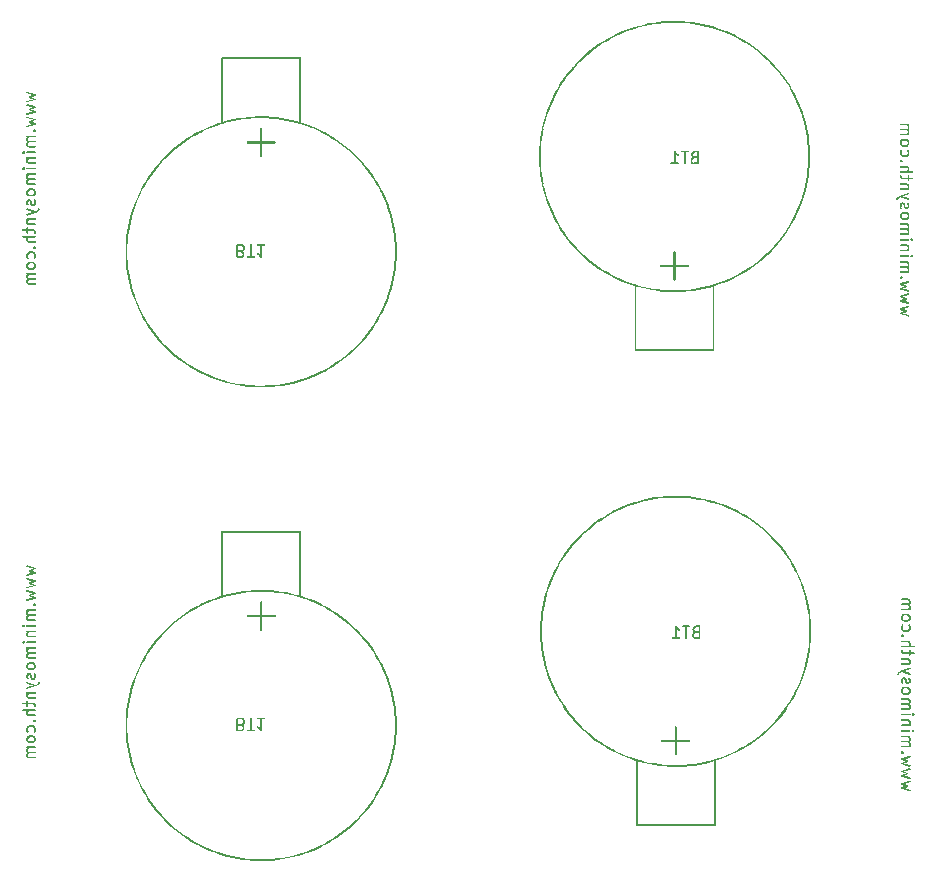
<source format=gbo>
%MOIN*%
%OFA0B0*%
%FSLAX44Y44*%
%IPPOS*%
%LPD*%
G36*
X00001727Y00012132D02*
G01*
X00001718Y00012130D01*
X00001710Y00012125D01*
X00001703Y00012120D01*
X00001699Y00012111D01*
X00001698Y00012102D01*
X00001699Y00012093D01*
X00001703Y00012084D01*
X00001710Y00012078D01*
X00001718Y00012074D01*
X00001980Y00011999D01*
X00001990Y00011998D01*
X00001999Y00011999D01*
X00002007Y00012003D01*
X00002014Y00012010D01*
X00002018Y00012018D01*
X00002019Y00012027D01*
X00002018Y00012036D01*
X00002014Y00012044D01*
X00002007Y00012051D01*
X00001999Y00012055D01*
X00001736Y00012130D01*
X00001727Y00012132D01*
G37*
G36*
X00001990Y00012057D02*
G01*
X00001980Y00012055D01*
X00001792Y00011980D01*
X00001784Y00011976D01*
X00001778Y00011970D01*
X00001774Y00011961D01*
X00001773Y00011952D01*
X00001774Y00011943D01*
X00001778Y00011935D01*
X00001784Y00011928D01*
X00001792Y00011923D01*
X00001802Y00011923D01*
X00001811Y00011923D01*
X00001999Y00011999D01*
X00002007Y00012003D01*
X00002014Y00012010D01*
X00002018Y00012018D01*
X00002019Y00012027D01*
X00002018Y00012036D01*
X00002014Y00012044D01*
X00002007Y00012051D01*
X00001999Y00012055D01*
X00001990Y00012057D01*
G37*
G36*
X00001802Y00011982D02*
G01*
X00001792Y00011980D01*
X00001784Y00011976D01*
X00001778Y00011970D01*
X00001774Y00011961D01*
X00001773Y00011952D01*
X00001774Y00011943D01*
X00001778Y00011935D01*
X00001784Y00011928D01*
X00001792Y00011923D01*
X00001980Y00011849D01*
X00001990Y00011848D01*
X00001999Y00011849D01*
X00002007Y00011853D01*
X00002014Y00011860D01*
X00002018Y00011868D01*
X00002019Y00011877D01*
X00002018Y00011886D01*
X00002014Y00011895D01*
X00002007Y00011901D01*
X00001999Y00011904D01*
X00001811Y00011980D01*
X00001802Y00011982D01*
G37*
G36*
X00001990Y00011907D02*
G01*
X00001980Y00011904D01*
X00001718Y00011830D01*
X00001710Y00011826D01*
X00001703Y00011820D01*
X00001699Y00011811D01*
X00001698Y00011802D01*
X00001699Y00011793D01*
X00001703Y00011785D01*
X00001710Y00011778D01*
X00001718Y00011774D01*
X00001727Y00011773D01*
X00001736Y00011774D01*
X00001999Y00011849D01*
X00002007Y00011853D01*
X00002014Y00011860D01*
X00002018Y00011868D01*
X00002019Y00011877D01*
X00002018Y00011886D01*
X00002014Y00011895D01*
X00002007Y00011901D01*
X00001999Y00011904D01*
X00001990Y00011907D01*
G37*
G36*
X00001727Y00011719D02*
G01*
X00001718Y00011718D01*
X00001710Y00011714D01*
X00001703Y00011707D01*
X00001699Y00011699D01*
X00001698Y00011690D01*
X00001699Y00011681D01*
X00001703Y00011672D01*
X00001710Y00011666D01*
X00001718Y00011661D01*
X00001980Y00011587D01*
X00001990Y00011585D01*
X00001999Y00011587D01*
X00002007Y00011591D01*
X00002014Y00011597D01*
X00002018Y00011606D01*
X00002019Y00011615D01*
X00002018Y00011624D01*
X00002014Y00011632D01*
X00002007Y00011639D01*
X00001999Y00011642D01*
X00001736Y00011718D01*
X00001727Y00011719D01*
G37*
G36*
X00001990Y00011644D02*
G01*
X00001980Y00011642D01*
X00001792Y00011568D01*
X00001784Y00011564D01*
X00001778Y00011557D01*
X00001774Y00011549D01*
X00001773Y00011540D01*
X00001774Y00011531D01*
X00001778Y00011521D01*
X00001784Y00011516D01*
X00001792Y00011512D01*
X00001802Y00011510D01*
X00001811Y00011512D01*
X00001999Y00011587D01*
X00002007Y00011591D01*
X00002014Y00011597D01*
X00002018Y00011606D01*
X00002019Y00011615D01*
X00002018Y00011624D01*
X00002014Y00011632D01*
X00002007Y00011639D01*
X00001999Y00011642D01*
X00001990Y00011644D01*
G37*
G36*
X00001802Y00011569D02*
G01*
X00001792Y00011568D01*
X00001784Y00011564D01*
X00001778Y00011557D01*
X00001774Y00011549D01*
X00001773Y00011540D01*
X00001774Y00011531D01*
X00001778Y00011521D01*
X00001784Y00011516D01*
X00001792Y00011512D01*
X00001980Y00011437D01*
X00001990Y00011435D01*
X00001999Y00011437D01*
X00002007Y00011440D01*
X00002014Y00011447D01*
X00002018Y00011456D01*
X00002019Y00011465D01*
X00002018Y00011474D01*
X00002014Y00011482D01*
X00002007Y00011489D01*
X00001999Y00011493D01*
X00001811Y00011568D01*
X00001802Y00011569D01*
G37*
G36*
X00001990Y00011494D02*
G01*
X00001980Y00011493D01*
X00001718Y00011418D01*
X00001710Y00011414D01*
X00001703Y00011407D01*
X00001699Y00011399D01*
X00001698Y00011390D01*
X00001699Y00011380D01*
X00001703Y00011372D01*
X00001710Y00011366D01*
X00001718Y00011362D01*
X00001727Y00011359D01*
X00001736Y00011362D01*
X00001999Y00011437D01*
X00002007Y00011440D01*
X00002014Y00011447D01*
X00002018Y00011456D01*
X00002019Y00011465D01*
X00002018Y00011474D01*
X00002014Y00011482D01*
X00002007Y00011489D01*
X00001999Y00011493D01*
X00001990Y00011494D01*
G37*
G36*
X00001727Y00011307D02*
G01*
X00001718Y00011305D01*
X00001710Y00011301D01*
X00001703Y00011295D01*
X00001699Y00011286D01*
X00001698Y00011277D01*
X00001699Y00011268D01*
X00001703Y00011259D01*
X00001710Y00011253D01*
X00001718Y00011249D01*
X00001980Y00011174D01*
X00001990Y00011173D01*
X00001999Y00011174D01*
X00002007Y00011177D01*
X00002014Y00011185D01*
X00002018Y00011193D01*
X00002019Y00011202D01*
X00002018Y00011211D01*
X00002014Y00011220D01*
X00002007Y00011226D01*
X00001999Y00011230D01*
X00001736Y00011305D01*
X00001727Y00011307D01*
G37*
G36*
X00001990Y00011232D02*
G01*
X00001980Y00011230D01*
X00001792Y00011155D01*
X00001784Y00011151D01*
X00001778Y00011145D01*
X00001774Y00011136D01*
X00001773Y00011127D01*
X00001774Y00011117D01*
X00001778Y00011110D01*
X00001784Y00011103D01*
X00001792Y00011099D01*
X00001802Y00011097D01*
X00001811Y00011099D01*
X00001999Y00011174D01*
X00002007Y00011177D01*
X00002014Y00011185D01*
X00002018Y00011193D01*
X00002019Y00011202D01*
X00002018Y00011211D01*
X00002014Y00011220D01*
X00002007Y00011226D01*
X00001999Y00011230D01*
X00001990Y00011232D01*
G37*
G36*
X00001802Y00011157D02*
G01*
X00001792Y00011155D01*
X00001784Y00011151D01*
X00001778Y00011145D01*
X00001774Y00011136D01*
X00001773Y00011127D01*
X00001774Y00011117D01*
X00001778Y00011110D01*
X00001784Y00011103D01*
X00001792Y00011099D01*
X00001980Y00011024D01*
X00001990Y00011023D01*
X00001999Y00011024D01*
X00002007Y00011028D01*
X00002014Y00011035D01*
X00002018Y00011043D01*
X00002019Y00011052D01*
X00002018Y00011061D01*
X00002014Y00011070D01*
X00002007Y00011076D01*
X00001999Y00011080D01*
X00001811Y00011155D01*
X00001802Y00011157D01*
G37*
G36*
X00001990Y00011082D02*
G01*
X00001980Y00011080D01*
X00001718Y00011005D01*
X00001710Y00011001D01*
X00001703Y00010995D01*
X00001699Y00010986D01*
X00001698Y00010976D01*
X00001699Y00010968D01*
X00001703Y00010960D01*
X00001710Y00010953D01*
X00001718Y00010949D01*
X00001727Y00010948D01*
X00001736Y00010949D01*
X00001999Y00011024D01*
X00002007Y00011028D01*
X00002014Y00011035D01*
X00002018Y00011043D01*
X00002019Y00011052D01*
X00002018Y00011061D01*
X00002014Y00011070D01*
X00002007Y00011076D01*
X00001999Y00011080D01*
X00001990Y00011082D01*
G37*
G36*
X00001952Y00010857D02*
G01*
X00001943Y00010855D01*
X00001935Y00010851D01*
X00001928Y00010845D01*
X00001923Y00010835D01*
X00001923Y00010827D01*
X00001923Y00010818D01*
X00001928Y00010810D01*
X00001954Y00010785D01*
X00001962Y00010780D01*
X00001971Y00010779D01*
X00001980Y00010780D01*
X00001988Y00010785D01*
X00001995Y00010791D01*
X00001999Y00010799D01*
X00002000Y00010809D01*
X00001999Y00010818D01*
X00001995Y00010826D01*
X00001969Y00010851D01*
X00001961Y00010855D01*
X00001952Y00010857D01*
G37*
G36*
X00001990Y00010857D02*
G01*
X00001980Y00010855D01*
X00001971Y00010851D01*
X00001947Y00010826D01*
X00001943Y00010818D01*
X00001941Y00010809D01*
X00001943Y00010799D01*
X00001947Y00010791D01*
X00001954Y00010785D01*
X00001962Y00010780D01*
X00001971Y00010779D01*
X00001980Y00010780D01*
X00001988Y00010785D01*
X00002014Y00010810D01*
X00002018Y00010818D01*
X00002019Y00010827D01*
X00002018Y00010835D01*
X00002014Y00010845D01*
X00002007Y00010851D01*
X00001999Y00010855D01*
X00001990Y00010857D01*
G37*
G36*
X00001971Y00010875D02*
G01*
X00001962Y00010874D01*
X00001954Y00010870D01*
X00001947Y00010863D01*
X00001943Y00010855D01*
X00001941Y00010846D01*
X00001943Y00010837D01*
X00001947Y00010829D01*
X00001971Y00010803D01*
X00001980Y00010799D01*
X00001990Y00010798D01*
X00001999Y00010799D01*
X00002007Y00010803D01*
X00002014Y00010810D01*
X00002018Y00010818D01*
X00002019Y00010827D01*
X00002018Y00010835D01*
X00002014Y00010845D01*
X00001988Y00010870D01*
X00001980Y00010874D01*
X00001971Y00010875D01*
G37*
G36*
X00001971Y00010875D02*
G01*
X00001962Y00010874D01*
X00001954Y00010870D01*
X00001928Y00010845D01*
X00001923Y00010835D01*
X00001923Y00010827D01*
X00001923Y00010818D01*
X00001928Y00010810D01*
X00001935Y00010803D01*
X00001943Y00010799D01*
X00001952Y00010798D01*
X00001961Y00010799D01*
X00001969Y00010803D01*
X00001995Y00010829D01*
X00001999Y00010837D01*
X00002000Y00010846D01*
X00001999Y00010855D01*
X00001995Y00010863D01*
X00001988Y00010870D01*
X00001980Y00010874D01*
X00001971Y00010875D01*
G37*
G36*
X00001952Y00010857D02*
G01*
X00001943Y00010855D01*
X00001935Y00010851D01*
X00001928Y00010845D01*
X00001923Y00010835D01*
X00001923Y00010827D01*
X00001923Y00010818D01*
X00001928Y00010810D01*
X00001935Y00010803D01*
X00001943Y00010799D01*
X00001952Y00010798D01*
X00001990Y00010798D01*
X00001999Y00010799D01*
X00002007Y00010803D01*
X00002014Y00010810D01*
X00002018Y00010818D01*
X00002019Y00010827D01*
X00002018Y00010835D01*
X00002014Y00010845D01*
X00002007Y00010851D01*
X00001999Y00010855D01*
X00001990Y00010857D01*
X00001952Y00010857D01*
G37*
G36*
X00001727Y00010669D02*
G01*
X00001718Y00010668D01*
X00001710Y00010664D01*
X00001703Y00010657D01*
X00001699Y00010649D01*
X00001698Y00010640D01*
X00001699Y00010631D01*
X00001703Y00010622D01*
X00001710Y00010616D01*
X00001718Y00010612D01*
X00001727Y00010610D01*
X00001990Y00010610D01*
X00001999Y00010612D01*
X00002007Y00010616D01*
X00002014Y00010622D01*
X00002018Y00010631D01*
X00002019Y00010640D01*
X00002018Y00010649D01*
X00002014Y00010657D01*
X00002007Y00010664D01*
X00001999Y00010668D01*
X00001990Y00010669D01*
X00001727Y00010669D01*
G37*
G36*
X00001765Y00010669D02*
G01*
X00001756Y00010668D01*
X00001746Y00010664D01*
X00001722Y00010638D01*
X00001718Y00010630D01*
X00001715Y00010621D01*
X00001718Y00010612D01*
X00001722Y00010604D01*
X00001729Y00010597D01*
X00001737Y00010592D01*
X00001745Y00010592D01*
X00001754Y00010592D01*
X00001763Y00010597D01*
X00001789Y00010622D01*
X00001792Y00010631D01*
X00001794Y00010640D01*
X00001792Y00010649D01*
X00001789Y00010657D01*
X00001782Y00010664D01*
X00001774Y00010668D01*
X00001765Y00010669D01*
G37*
G36*
X00001745Y00010651D02*
G01*
X00001737Y00010649D01*
X00001729Y00010645D01*
X00001722Y00010638D01*
X00001718Y00010630D01*
X00001699Y00010592D01*
X00001698Y00010584D01*
X00001699Y00010573D01*
X00001703Y00010566D01*
X00001710Y00010560D01*
X00001718Y00010556D01*
X00001727Y00010553D01*
X00001736Y00010556D01*
X00001744Y00010560D01*
X00001751Y00010566D01*
X00001754Y00010573D01*
X00001774Y00010612D01*
X00001775Y00010621D01*
X00001774Y00010630D01*
X00001769Y00010638D01*
X00001763Y00010645D01*
X00001754Y00010649D01*
X00001745Y00010651D01*
G37*
G36*
X00001727Y00010613D02*
G01*
X00001718Y00010612D01*
X00001710Y00010607D01*
X00001703Y00010601D01*
X00001699Y00010592D01*
X00001698Y00010584D01*
X00001698Y00010527D01*
X00001699Y00010518D01*
X00001703Y00010510D01*
X00001710Y00010503D01*
X00001718Y00010499D01*
X00001727Y00010498D01*
X00001736Y00010499D01*
X00001744Y00010503D01*
X00001751Y00010510D01*
X00001754Y00010518D01*
X00001757Y00010527D01*
X00001757Y00010584D01*
X00001754Y00010592D01*
X00001751Y00010601D01*
X00001744Y00010607D01*
X00001736Y00010612D01*
X00001727Y00010613D01*
G37*
G36*
X00001727Y00010557D02*
G01*
X00001718Y00010555D01*
X00001710Y00010551D01*
X00001703Y00010545D01*
X00001699Y00010536D01*
X00001698Y00010527D01*
X00001699Y00010518D01*
X00001718Y00010481D01*
X00001722Y00010472D01*
X00001729Y00010466D01*
X00001737Y00010462D01*
X00001745Y00010460D01*
X00001754Y00010462D01*
X00001763Y00010466D01*
X00001769Y00010472D01*
X00001774Y00010481D01*
X00001775Y00010490D01*
X00001774Y00010499D01*
X00001774Y00010499D01*
X00001754Y00010536D01*
X00001751Y00010545D01*
X00001744Y00010551D01*
X00001736Y00010555D01*
X00001727Y00010557D01*
G37*
G36*
X00001745Y00010519D02*
G01*
X00001737Y00010518D01*
X00001729Y00010513D01*
X00001722Y00010507D01*
X00001718Y00010499D01*
X00001715Y00010490D01*
X00001718Y00010481D01*
X00001722Y00010472D01*
X00001729Y00010466D01*
X00001737Y00010462D01*
X00001774Y00010443D01*
X00001782Y00010442D01*
X00001792Y00010443D01*
X00001801Y00010447D01*
X00001806Y00010454D01*
X00001811Y00010462D01*
X00001813Y00010471D01*
X00001811Y00010480D01*
X00001806Y00010488D01*
X00001801Y00010495D01*
X00001792Y00010499D01*
X00001754Y00010518D01*
X00001745Y00010519D01*
G37*
G36*
X00001782Y00010501D02*
G01*
X00001774Y00010499D01*
X00001766Y00010495D01*
X00001759Y00010488D01*
X00001754Y00010480D01*
X00001753Y00010471D01*
X00001754Y00010462D01*
X00001759Y00010454D01*
X00001766Y00010447D01*
X00001774Y00010443D01*
X00001782Y00010442D01*
X00001990Y00010442D01*
X00001999Y00010443D01*
X00002007Y00010447D01*
X00002014Y00010454D01*
X00002018Y00010462D01*
X00002019Y00010471D01*
X00002018Y00010480D01*
X00002014Y00010488D01*
X00002007Y00010495D01*
X00001999Y00010499D01*
X00001990Y00010501D01*
X00001782Y00010501D01*
G37*
G36*
X00001782Y00010501D02*
G01*
X00001774Y00010499D01*
X00001737Y00010480D01*
X00001729Y00010476D01*
X00001722Y00010470D01*
X00001718Y00010461D01*
X00001715Y00010451D01*
X00001718Y00010443D01*
X00001722Y00010435D01*
X00001729Y00010428D01*
X00001737Y00010424D01*
X00001745Y00010423D01*
X00001754Y00010424D01*
X00001792Y00010443D01*
X00001801Y00010447D01*
X00001806Y00010454D01*
X00001811Y00010462D01*
X00001813Y00010471D01*
X00001811Y00010480D01*
X00001806Y00010488D01*
X00001801Y00010495D01*
X00001792Y00010499D01*
X00001782Y00010501D01*
G37*
G36*
X00001745Y00010482D02*
G01*
X00001737Y00010480D01*
X00001729Y00010476D01*
X00001722Y00010470D01*
X00001718Y00010461D01*
X00001699Y00010424D01*
X00001699Y00010424D01*
X00001698Y00010415D01*
X00001699Y00010406D01*
X00001703Y00010398D01*
X00001710Y00010391D01*
X00001718Y00010387D01*
X00001727Y00010385D01*
X00001736Y00010387D01*
X00001744Y00010391D01*
X00001751Y00010398D01*
X00001754Y00010406D01*
X00001774Y00010443D01*
X00001775Y00010451D01*
X00001774Y00010461D01*
X00001769Y00010470D01*
X00001763Y00010476D01*
X00001754Y00010480D01*
X00001745Y00010482D01*
G37*
G36*
X00001727Y00010444D02*
G01*
X00001718Y00010443D01*
X00001710Y00010439D01*
X00001703Y00010431D01*
X00001699Y00010424D01*
X00001698Y00010415D01*
X00001698Y00010359D01*
X00001699Y00010350D01*
X00001703Y00010341D01*
X00001710Y00010335D01*
X00001718Y00010330D01*
X00001727Y00010329D01*
X00001736Y00010330D01*
X00001744Y00010335D01*
X00001751Y00010341D01*
X00001754Y00010350D01*
X00001757Y00010359D01*
X00001757Y00010415D01*
X00001754Y00010424D01*
X00001751Y00010431D01*
X00001744Y00010439D01*
X00001736Y00010443D01*
X00001727Y00010444D01*
G37*
G36*
X00001727Y00010388D02*
G01*
X00001718Y00010387D01*
X00001710Y00010383D01*
X00001703Y00010376D01*
X00001699Y00010368D01*
X00001698Y00010359D01*
X00001699Y00010350D01*
X00001718Y00010311D01*
X00001722Y00010304D01*
X00001729Y00010297D01*
X00001737Y00010293D01*
X00001745Y00010291D01*
X00001754Y00010293D01*
X00001763Y00010297D01*
X00001769Y00010304D01*
X00001774Y00010311D01*
X00001775Y00010321D01*
X00001774Y00010330D01*
X00001774Y00010330D01*
X00001754Y00010368D01*
X00001751Y00010376D01*
X00001744Y00010383D01*
X00001736Y00010387D01*
X00001727Y00010388D01*
G37*
G36*
X00001745Y00010351D02*
G01*
X00001737Y00010349D01*
X00001729Y00010345D01*
X00001722Y00010338D01*
X00001718Y00010330D01*
X00001715Y00010321D01*
X00001718Y00010311D01*
X00001722Y00010304D01*
X00001729Y00010297D01*
X00001737Y00010293D01*
X00001774Y00010274D01*
X00001782Y00010273D01*
X00001792Y00010274D01*
X00001801Y00010278D01*
X00001806Y00010285D01*
X00001811Y00010293D01*
X00001813Y00010302D01*
X00001811Y00010311D01*
X00001806Y00010320D01*
X00001801Y00010326D01*
X00001792Y00010330D01*
X00001754Y00010349D01*
X00001745Y00010351D01*
G37*
G36*
X00001782Y00010331D02*
G01*
X00001774Y00010330D01*
X00001766Y00010326D01*
X00001759Y00010320D01*
X00001754Y00010311D01*
X00001753Y00010302D01*
X00001754Y00010293D01*
X00001759Y00010285D01*
X00001766Y00010278D01*
X00001774Y00010274D01*
X00001782Y00010273D01*
X00001990Y00010273D01*
X00001999Y00010274D01*
X00002007Y00010278D01*
X00002014Y00010285D01*
X00002018Y00010293D01*
X00002019Y00010302D01*
X00002018Y00010311D01*
X00002014Y00010320D01*
X00002007Y00010326D01*
X00001999Y00010330D01*
X00001990Y00010331D01*
X00001782Y00010331D01*
G37*
G36*
X00001727Y00010144D02*
G01*
X00001718Y00010143D01*
X00001710Y00010139D01*
X00001703Y00010132D01*
X00001699Y00010124D01*
X00001698Y00010115D01*
X00001699Y00010106D01*
X00001703Y00010098D01*
X00001710Y00010091D01*
X00001718Y00010087D01*
X00001727Y00010085D01*
X00001990Y00010085D01*
X00001999Y00010087D01*
X00002007Y00010091D01*
X00002014Y00010098D01*
X00002018Y00010106D01*
X00002019Y00010115D01*
X00002018Y00010124D01*
X00002014Y00010132D01*
X00002007Y00010139D01*
X00001999Y00010143D01*
X00001990Y00010144D01*
X00001727Y00010144D01*
G37*
G36*
X00001615Y00010163D02*
G01*
X00001606Y00010162D01*
X00001597Y00010158D01*
X00001572Y00010132D01*
X00001568Y00010124D01*
X00001566Y00010115D01*
X00001568Y00010106D01*
X00001572Y00010098D01*
X00001578Y00010091D01*
X00001586Y00010087D01*
X00001596Y00010085D01*
X00001605Y00010087D01*
X00001613Y00010091D01*
X00001639Y00010116D01*
X00001643Y00010125D01*
X00001644Y00010134D01*
X00001643Y00010143D01*
X00001639Y00010150D01*
X00001631Y00010158D01*
X00001624Y00010162D01*
X00001615Y00010163D01*
G37*
G36*
X00001615Y00010163D02*
G01*
X00001606Y00010162D01*
X00001597Y00010158D01*
X00001591Y00010150D01*
X00001586Y00010143D01*
X00001585Y00010134D01*
X00001586Y00010125D01*
X00001591Y00010116D01*
X00001616Y00010091D01*
X00001624Y00010087D01*
X00001632Y00010085D01*
X00001643Y00010087D01*
X00001651Y00010091D01*
X00001656Y00010098D01*
X00001661Y00010106D01*
X00001662Y00010115D01*
X00001661Y00010124D01*
X00001656Y00010132D01*
X00001631Y00010158D01*
X00001624Y00010162D01*
X00001615Y00010163D01*
G37*
G36*
X00001632Y00010144D02*
G01*
X00001624Y00010143D01*
X00001616Y00010139D01*
X00001591Y00010114D01*
X00001586Y00010105D01*
X00001585Y00010096D01*
X00001586Y00010087D01*
X00001591Y00010079D01*
X00001597Y00010072D01*
X00001606Y00010068D01*
X00001615Y00010067D01*
X00001624Y00010068D01*
X00001631Y00010072D01*
X00001656Y00010098D01*
X00001661Y00010106D01*
X00001662Y00010115D01*
X00001661Y00010124D01*
X00001656Y00010132D01*
X00001651Y00010139D01*
X00001643Y00010143D01*
X00001632Y00010144D01*
G37*
G36*
X00001596Y00010144D02*
G01*
X00001586Y00010143D01*
X00001578Y00010139D01*
X00001572Y00010132D01*
X00001568Y00010124D01*
X00001566Y00010115D01*
X00001568Y00010106D01*
X00001572Y00010098D01*
X00001597Y00010072D01*
X00001606Y00010068D01*
X00001615Y00010067D01*
X00001624Y00010068D01*
X00001631Y00010072D01*
X00001639Y00010079D01*
X00001643Y00010087D01*
X00001644Y00010096D01*
X00001643Y00010105D01*
X00001639Y00010114D01*
X00001613Y00010139D01*
X00001605Y00010143D01*
X00001596Y00010144D01*
G37*
G36*
X00001596Y00010144D02*
G01*
X00001586Y00010143D01*
X00001578Y00010139D01*
X00001572Y00010132D01*
X00001568Y00010124D01*
X00001566Y00010115D01*
X00001568Y00010106D01*
X00001572Y00010098D01*
X00001578Y00010091D01*
X00001586Y00010087D01*
X00001596Y00010085D01*
X00001632Y00010085D01*
X00001643Y00010087D01*
X00001651Y00010091D01*
X00001656Y00010098D01*
X00001661Y00010106D01*
X00001662Y00010115D01*
X00001661Y00010124D01*
X00001656Y00010132D01*
X00001651Y00010139D01*
X00001643Y00010143D01*
X00001632Y00010144D01*
X00001596Y00010144D01*
G37*
G36*
X00001727Y00009957D02*
G01*
X00001718Y00009956D01*
X00001710Y00009951D01*
X00001703Y00009945D01*
X00001699Y00009937D01*
X00001698Y00009927D01*
X00001699Y00009918D01*
X00001703Y00009910D01*
X00001710Y00009904D01*
X00001718Y00009899D01*
X00001727Y00009898D01*
X00001990Y00009898D01*
X00001999Y00009899D01*
X00002007Y00009904D01*
X00002014Y00009910D01*
X00002018Y00009918D01*
X00002019Y00009927D01*
X00002018Y00009937D01*
X00002014Y00009945D01*
X00002007Y00009951D01*
X00001999Y00009956D01*
X00001990Y00009957D01*
X00001727Y00009957D01*
G37*
G36*
X00001765Y00009957D02*
G01*
X00001756Y00009956D01*
X00001746Y00009951D01*
X00001722Y00009926D01*
X00001718Y00009918D01*
X00001715Y00009909D01*
X00001718Y00009900D01*
X00001722Y00009891D01*
X00001729Y00009885D01*
X00001737Y00009881D01*
X00001745Y00009879D01*
X00001754Y00009881D01*
X00001763Y00009885D01*
X00001789Y00009910D01*
X00001792Y00009918D01*
X00001794Y00009927D01*
X00001792Y00009937D01*
X00001789Y00009945D01*
X00001782Y00009951D01*
X00001774Y00009956D01*
X00001765Y00009957D01*
G37*
G36*
X00001745Y00009938D02*
G01*
X00001737Y00009937D01*
X00001729Y00009933D01*
X00001722Y00009926D01*
X00001718Y00009918D01*
X00001699Y00009880D01*
X00001698Y00009871D01*
X00001699Y00009862D01*
X00001703Y00009854D01*
X00001710Y00009847D01*
X00001718Y00009843D01*
X00001727Y00009842D01*
X00001736Y00009843D01*
X00001744Y00009847D01*
X00001751Y00009854D01*
X00001754Y00009862D01*
X00001774Y00009900D01*
X00001775Y00009909D01*
X00001774Y00009918D01*
X00001769Y00009926D01*
X00001763Y00009933D01*
X00001754Y00009937D01*
X00001745Y00009938D01*
G37*
G36*
X00001727Y00009901D02*
G01*
X00001718Y00009899D01*
X00001710Y00009895D01*
X00001703Y00009889D01*
X00001699Y00009880D01*
X00001698Y00009871D01*
X00001698Y00009815D01*
X00001699Y00009806D01*
X00001703Y00009798D01*
X00001710Y00009791D01*
X00001718Y00009787D01*
X00001727Y00009785D01*
X00001736Y00009787D01*
X00001744Y00009791D01*
X00001751Y00009798D01*
X00001754Y00009806D01*
X00001757Y00009815D01*
X00001757Y00009871D01*
X00001754Y00009880D01*
X00001751Y00009889D01*
X00001744Y00009895D01*
X00001736Y00009899D01*
X00001727Y00009901D01*
G37*
G36*
X00001727Y00009844D02*
G01*
X00001718Y00009843D01*
X00001710Y00009839D01*
X00001703Y00009832D01*
X00001699Y00009824D01*
X00001698Y00009815D01*
X00001699Y00009806D01*
X00001718Y00009768D01*
X00001722Y00009760D01*
X00001729Y00009754D01*
X00001737Y00009749D01*
X00001745Y00009748D01*
X00001754Y00009749D01*
X00001763Y00009754D01*
X00001769Y00009760D01*
X00001774Y00009768D01*
X00001775Y00009777D01*
X00001774Y00009787D01*
X00001774Y00009787D01*
X00001754Y00009824D01*
X00001751Y00009832D01*
X00001744Y00009839D01*
X00001736Y00009843D01*
X00001727Y00009844D01*
G37*
G36*
X00001745Y00009807D02*
G01*
X00001737Y00009806D01*
X00001729Y00009801D01*
X00001722Y00009795D01*
X00001718Y00009787D01*
X00001715Y00009777D01*
X00001718Y00009768D01*
X00001722Y00009760D01*
X00001729Y00009754D01*
X00001737Y00009749D01*
X00001774Y00009731D01*
X00001782Y00009729D01*
X00001792Y00009731D01*
X00001801Y00009735D01*
X00001806Y00009741D01*
X00001811Y00009750D01*
X00001813Y00009759D01*
X00001811Y00009768D01*
X00001806Y00009776D01*
X00001801Y00009783D01*
X00001792Y00009787D01*
X00001754Y00009806D01*
X00001745Y00009807D01*
G37*
G36*
X00001782Y00009788D02*
G01*
X00001774Y00009787D01*
X00001766Y00009783D01*
X00001759Y00009776D01*
X00001754Y00009768D01*
X00001753Y00009759D01*
X00001754Y00009750D01*
X00001759Y00009741D01*
X00001766Y00009735D01*
X00001774Y00009731D01*
X00001782Y00009729D01*
X00001990Y00009729D01*
X00001999Y00009731D01*
X00002007Y00009735D01*
X00002014Y00009741D01*
X00002018Y00009750D01*
X00002019Y00009759D01*
X00002018Y00009768D01*
X00002014Y00009776D01*
X00002007Y00009783D01*
X00001999Y00009787D01*
X00001990Y00009788D01*
X00001782Y00009788D01*
G37*
G36*
X00001727Y00009601D02*
G01*
X00001718Y00009599D01*
X00001710Y00009595D01*
X00001703Y00009589D01*
X00001699Y00009580D01*
X00001698Y00009571D01*
X00001699Y00009562D01*
X00001703Y00009554D01*
X00001710Y00009547D01*
X00001718Y00009543D01*
X00001727Y00009542D01*
X00001990Y00009542D01*
X00001999Y00009543D01*
X00002007Y00009547D01*
X00002014Y00009554D01*
X00002018Y00009562D01*
X00002019Y00009571D01*
X00002018Y00009580D01*
X00002014Y00009589D01*
X00002007Y00009595D01*
X00001999Y00009599D01*
X00001990Y00009601D01*
X00001727Y00009601D01*
G37*
G36*
X00001615Y00009620D02*
G01*
X00001606Y00009618D01*
X00001597Y00009614D01*
X00001591Y00009607D01*
X00001572Y00009589D01*
X00001568Y00009580D01*
X00001566Y00009571D01*
X00001568Y00009562D01*
X00001572Y00009554D01*
X00001578Y00009547D01*
X00001586Y00009543D01*
X00001596Y00009542D01*
X00001605Y00009543D01*
X00001613Y00009547D01*
X00001620Y00009554D01*
X00001631Y00009566D01*
X00001631Y00009566D01*
X00001639Y00009573D01*
X00001643Y00009581D01*
X00001644Y00009590D01*
X00001643Y00009599D01*
X00001639Y00009607D01*
X00001631Y00009614D01*
X00001624Y00009618D01*
X00001615Y00009620D01*
G37*
G36*
X00001615Y00009620D02*
G01*
X00001606Y00009618D01*
X00001597Y00009614D01*
X00001591Y00009607D01*
X00001586Y00009599D01*
X00001585Y00009590D01*
X00001586Y00009581D01*
X00001591Y00009573D01*
X00001616Y00009547D01*
X00001624Y00009543D01*
X00001632Y00009542D01*
X00001643Y00009543D01*
X00001651Y00009547D01*
X00001656Y00009554D01*
X00001661Y00009562D01*
X00001662Y00009571D01*
X00001661Y00009580D01*
X00001656Y00009589D01*
X00001651Y00009595D01*
X00001631Y00009614D01*
X00001624Y00009618D01*
X00001615Y00009620D01*
G37*
G36*
X00001632Y00009601D02*
G01*
X00001624Y00009599D01*
X00001616Y00009595D01*
X00001609Y00009589D01*
X00001597Y00009576D01*
X00001591Y00009570D01*
X00001586Y00009562D01*
X00001585Y00009552D01*
X00001586Y00009543D01*
X00001591Y00009535D01*
X00001597Y00009529D01*
X00001606Y00009524D01*
X00001615Y00009523D01*
X00001624Y00009524D01*
X00001631Y00009529D01*
X00001651Y00009547D01*
X00001651Y00009547D01*
X00001656Y00009554D01*
X00001661Y00009562D01*
X00001662Y00009571D01*
X00001661Y00009580D01*
X00001656Y00009589D01*
X00001651Y00009595D01*
X00001643Y00009599D01*
X00001632Y00009601D01*
G37*
G36*
X00001596Y00009601D02*
G01*
X00001586Y00009599D01*
X00001578Y00009595D01*
X00001572Y00009589D01*
X00001568Y00009580D01*
X00001566Y00009571D01*
X00001568Y00009562D01*
X00001572Y00009554D01*
X00001597Y00009529D01*
X00001606Y00009524D01*
X00001615Y00009523D01*
X00001624Y00009524D01*
X00001631Y00009529D01*
X00001639Y00009535D01*
X00001643Y00009543D01*
X00001644Y00009552D01*
X00001643Y00009562D01*
X00001639Y00009570D01*
X00001613Y00009595D01*
X00001605Y00009599D01*
X00001596Y00009601D01*
G37*
G36*
X00001596Y00009601D02*
G01*
X00001586Y00009599D01*
X00001578Y00009595D01*
X00001572Y00009589D01*
X00001568Y00009580D01*
X00001566Y00009571D01*
X00001568Y00009562D01*
X00001572Y00009554D01*
X00001578Y00009547D01*
X00001586Y00009543D01*
X00001596Y00009542D01*
X00001632Y00009542D01*
X00001643Y00009543D01*
X00001651Y00009547D01*
X00001656Y00009554D01*
X00001661Y00009562D01*
X00001662Y00009571D01*
X00001661Y00009580D01*
X00001656Y00009589D01*
X00001651Y00009595D01*
X00001643Y00009599D01*
X00001632Y00009601D01*
X00001596Y00009601D01*
G37*
G36*
X00001727Y00009413D02*
G01*
X00001718Y00009412D01*
X00001710Y00009408D01*
X00001703Y00009401D01*
X00001699Y00009393D01*
X00001698Y00009384D01*
X00001699Y00009375D01*
X00001703Y00009366D01*
X00001710Y00009360D01*
X00001718Y00009356D01*
X00001727Y00009354D01*
X00001990Y00009354D01*
X00001999Y00009356D01*
X00002007Y00009360D01*
X00002014Y00009366D01*
X00002018Y00009375D01*
X00002019Y00009384D01*
X00002018Y00009393D01*
X00002014Y00009401D01*
X00002007Y00009408D01*
X00001999Y00009412D01*
X00001990Y00009413D01*
X00001727Y00009413D01*
G37*
G36*
X00001765Y00009413D02*
G01*
X00001756Y00009412D01*
X00001746Y00009408D01*
X00001741Y00009401D01*
X00001729Y00009389D01*
X00001722Y00009382D01*
X00001718Y00009374D01*
X00001715Y00009365D01*
X00001718Y00009356D01*
X00001722Y00009348D01*
X00001729Y00009341D01*
X00001737Y00009337D01*
X00001745Y00009335D01*
X00001754Y00009337D01*
X00001763Y00009341D01*
X00001782Y00009360D01*
X00001782Y00009360D01*
X00001789Y00009366D01*
X00001792Y00009375D01*
X00001794Y00009384D01*
X00001792Y00009393D01*
X00001789Y00009401D01*
X00001782Y00009408D01*
X00001774Y00009412D01*
X00001765Y00009413D01*
G37*
G36*
X00001745Y00009395D02*
G01*
X00001737Y00009393D01*
X00001729Y00009389D01*
X00001722Y00009382D01*
X00001718Y00009374D01*
X00001699Y00009337D01*
X00001698Y00009328D01*
X00001699Y00009318D01*
X00001703Y00009310D01*
X00001710Y00009304D01*
X00001718Y00009299D01*
X00001727Y00009298D01*
X00001736Y00009299D01*
X00001744Y00009304D01*
X00001751Y00009310D01*
X00001754Y00009318D01*
X00001774Y00009356D01*
X00001775Y00009365D01*
X00001774Y00009374D01*
X00001769Y00009382D01*
X00001763Y00009389D01*
X00001754Y00009393D01*
X00001745Y00009395D01*
G37*
G36*
X00001727Y00009357D02*
G01*
X00001718Y00009356D01*
X00001710Y00009351D01*
X00001703Y00009345D01*
X00001699Y00009337D01*
X00001698Y00009328D01*
X00001698Y00009271D01*
X00001699Y00009262D01*
X00001703Y00009254D01*
X00001710Y00009247D01*
X00001718Y00009243D01*
X00001727Y00009242D01*
X00001736Y00009243D01*
X00001744Y00009247D01*
X00001751Y00009254D01*
X00001754Y00009262D01*
X00001757Y00009271D01*
X00001757Y00009328D01*
X00001754Y00009337D01*
X00001751Y00009345D01*
X00001744Y00009351D01*
X00001736Y00009356D01*
X00001727Y00009357D01*
G37*
G36*
X00001727Y00009301D02*
G01*
X00001718Y00009299D01*
X00001710Y00009295D01*
X00001703Y00009289D01*
X00001699Y00009280D01*
X00001698Y00009271D01*
X00001699Y00009262D01*
X00001718Y00009225D01*
X00001722Y00009216D01*
X00001729Y00009210D01*
X00001737Y00009206D01*
X00001745Y00009204D01*
X00001754Y00009206D01*
X00001763Y00009210D01*
X00001769Y00009216D01*
X00001774Y00009225D01*
X00001775Y00009234D01*
X00001774Y00009243D01*
X00001754Y00009280D01*
X00001751Y00009289D01*
X00001744Y00009295D01*
X00001736Y00009299D01*
X00001727Y00009301D01*
G37*
G36*
X00001745Y00009263D02*
G01*
X00001737Y00009262D01*
X00001729Y00009258D01*
X00001722Y00009251D01*
X00001718Y00009243D01*
X00001715Y00009234D01*
X00001718Y00009225D01*
X00001722Y00009216D01*
X00001729Y00009210D01*
X00001737Y00009206D01*
X00001774Y00009187D01*
X00001782Y00009185D01*
X00001792Y00009187D01*
X00001801Y00009191D01*
X00001806Y00009198D01*
X00001811Y00009206D01*
X00001813Y00009215D01*
X00001811Y00009224D01*
X00001806Y00009232D01*
X00001801Y00009239D01*
X00001792Y00009243D01*
X00001754Y00009262D01*
X00001745Y00009263D01*
G37*
G36*
X00001782Y00009245D02*
G01*
X00001774Y00009243D01*
X00001766Y00009239D01*
X00001759Y00009232D01*
X00001754Y00009224D01*
X00001753Y00009215D01*
X00001754Y00009206D01*
X00001759Y00009198D01*
X00001766Y00009191D01*
X00001774Y00009187D01*
X00001782Y00009185D01*
X00001990Y00009185D01*
X00001999Y00009187D01*
X00002007Y00009191D01*
X00002014Y00009198D01*
X00002018Y00009206D01*
X00002019Y00009215D01*
X00002018Y00009224D01*
X00002014Y00009232D01*
X00002007Y00009239D01*
X00001999Y00009243D01*
X00001990Y00009245D01*
X00001782Y00009245D01*
G37*
G36*
X00001782Y00009245D02*
G01*
X00001774Y00009243D01*
X00001737Y00009224D01*
X00001729Y00009220D01*
X00001722Y00009214D01*
X00001718Y00009205D01*
X00001715Y00009196D01*
X00001718Y00009187D01*
X00001722Y00009179D01*
X00001729Y00009172D01*
X00001737Y00009168D01*
X00001745Y00009167D01*
X00001754Y00009168D01*
X00001792Y00009187D01*
X00001801Y00009191D01*
X00001806Y00009198D01*
X00001811Y00009206D01*
X00001813Y00009215D01*
X00001811Y00009224D01*
X00001806Y00009232D01*
X00001801Y00009239D01*
X00001792Y00009243D01*
X00001782Y00009245D01*
G37*
G36*
X00001745Y00009226D02*
G01*
X00001737Y00009224D01*
X00001729Y00009220D01*
X00001722Y00009214D01*
X00001718Y00009205D01*
X00001699Y00009168D01*
X00001698Y00009159D01*
X00001699Y00009150D01*
X00001703Y00009141D01*
X00001710Y00009135D01*
X00001718Y00009131D01*
X00001727Y00009129D01*
X00001736Y00009131D01*
X00001744Y00009135D01*
X00001751Y00009141D01*
X00001754Y00009150D01*
X00001774Y00009187D01*
X00001775Y00009196D01*
X00001774Y00009205D01*
X00001769Y00009214D01*
X00001763Y00009220D01*
X00001754Y00009224D01*
X00001745Y00009226D01*
G37*
G36*
X00001727Y00009188D02*
G01*
X00001718Y00009187D01*
X00001710Y00009183D01*
X00001703Y00009176D01*
X00001699Y00009168D01*
X00001698Y00009159D01*
X00001698Y00009103D01*
X00001699Y00009093D01*
X00001703Y00009085D01*
X00001710Y00009079D01*
X00001718Y00009074D01*
X00001727Y00009073D01*
X00001736Y00009074D01*
X00001744Y00009079D01*
X00001751Y00009085D01*
X00001754Y00009093D01*
X00001757Y00009103D01*
X00001757Y00009159D01*
X00001754Y00009168D01*
X00001751Y00009176D01*
X00001744Y00009183D01*
X00001736Y00009187D01*
X00001727Y00009188D01*
G37*
G36*
X00001727Y00009132D02*
G01*
X00001718Y00009131D01*
X00001710Y00009126D01*
X00001703Y00009120D01*
X00001699Y00009112D01*
X00001698Y00009103D01*
X00001699Y00009093D01*
X00001718Y00009056D01*
X00001722Y00009048D01*
X00001729Y00009041D01*
X00001737Y00009037D01*
X00001745Y00009036D01*
X00001754Y00009037D01*
X00001763Y00009041D01*
X00001769Y00009048D01*
X00001774Y00009056D01*
X00001775Y00009065D01*
X00001774Y00009074D01*
X00001754Y00009112D01*
X00001751Y00009120D01*
X00001744Y00009126D01*
X00001736Y00009131D01*
X00001727Y00009132D01*
G37*
G36*
X00001745Y00009095D02*
G01*
X00001737Y00009093D01*
X00001729Y00009089D01*
X00001722Y00009082D01*
X00001718Y00009074D01*
X00001715Y00009065D01*
X00001718Y00009056D01*
X00001722Y00009048D01*
X00001729Y00009041D01*
X00001737Y00009037D01*
X00001774Y00009018D01*
X00001782Y00009017D01*
X00001792Y00009018D01*
X00001801Y00009022D01*
X00001806Y00009029D01*
X00001811Y00009037D01*
X00001813Y00009046D01*
X00001811Y00009055D01*
X00001806Y00009064D01*
X00001801Y00009070D01*
X00001792Y00009074D01*
X00001754Y00009093D01*
X00001745Y00009095D01*
G37*
G36*
X00001782Y00009076D02*
G01*
X00001774Y00009074D01*
X00001766Y00009070D01*
X00001759Y00009064D01*
X00001754Y00009055D01*
X00001753Y00009046D01*
X00001754Y00009037D01*
X00001759Y00009029D01*
X00001766Y00009022D01*
X00001774Y00009018D01*
X00001782Y00009017D01*
X00001990Y00009017D01*
X00001999Y00009018D01*
X00002007Y00009022D01*
X00002014Y00009029D01*
X00002018Y00009037D01*
X00002019Y00009046D01*
X00002018Y00009055D01*
X00002014Y00009064D01*
X00002007Y00009070D01*
X00001999Y00009074D01*
X00001990Y00009076D01*
X00001782Y00009076D01*
G37*
G36*
X00001971Y00008870D02*
G01*
X00001962Y00008868D01*
X00001954Y00008864D01*
X00001947Y00008857D01*
X00001943Y00008849D01*
X00001941Y00008840D01*
X00001943Y00008831D01*
X00001962Y00008793D01*
X00001966Y00008785D01*
X00001971Y00008779D01*
X00001980Y00008774D01*
X00001990Y00008773D01*
X00001999Y00008774D01*
X00002007Y00008779D01*
X00002014Y00008785D01*
X00002018Y00008793D01*
X00002019Y00008803D01*
X00002018Y00008812D01*
X00002018Y00008812D01*
X00001999Y00008849D01*
X00001995Y00008857D01*
X00001988Y00008864D01*
X00001980Y00008868D01*
X00001971Y00008870D01*
G37*
G36*
X00001952Y00008888D02*
G01*
X00001943Y00008887D01*
X00001935Y00008883D01*
X00001928Y00008876D01*
X00001923Y00008868D01*
X00001923Y00008859D01*
X00001923Y00008850D01*
X00001928Y00008841D01*
X00001954Y00008816D01*
X00001962Y00008812D01*
X00001971Y00008811D01*
X00001980Y00008812D01*
X00001988Y00008816D01*
X00001995Y00008823D01*
X00001999Y00008831D01*
X00002000Y00008840D01*
X00001999Y00008849D01*
X00001995Y00008857D01*
X00001988Y00008864D01*
X00001969Y00008883D01*
X00001961Y00008887D01*
X00001952Y00008888D01*
G37*
G36*
X00001915Y00008907D02*
G01*
X00001905Y00008906D01*
X00001897Y00008901D01*
X00001890Y00008895D01*
X00001887Y00008887D01*
X00001885Y00008878D01*
X00001887Y00008868D01*
X00001890Y00008860D01*
X00001897Y00008854D01*
X00001905Y00008849D01*
X00001943Y00008831D01*
X00001952Y00008829D01*
X00001961Y00008831D01*
X00001969Y00008835D01*
X00001976Y00008841D01*
X00001980Y00008850D01*
X00001981Y00008859D01*
X00001980Y00008868D01*
X00001976Y00008876D01*
X00001969Y00008883D01*
X00001961Y00008887D01*
X00001923Y00008906D01*
X00001915Y00008907D01*
G37*
G36*
X00001802Y00008907D02*
G01*
X00001792Y00008906D01*
X00001784Y00008901D01*
X00001778Y00008895D01*
X00001774Y00008887D01*
X00001773Y00008878D01*
X00001774Y00008868D01*
X00001778Y00008860D01*
X00001784Y00008854D01*
X00001792Y00008849D01*
X00001802Y00008848D01*
X00001915Y00008848D01*
X00001923Y00008849D01*
X00001932Y00008854D01*
X00001939Y00008860D01*
X00001943Y00008868D01*
X00001943Y00008878D01*
X00001943Y00008887D01*
X00001939Y00008895D01*
X00001932Y00008901D01*
X00001923Y00008906D01*
X00001915Y00008907D01*
X00001802Y00008907D01*
G37*
G36*
X00001802Y00008907D02*
G01*
X00001792Y00008906D01*
X00001756Y00008887D01*
X00001746Y00008883D01*
X00001741Y00008876D01*
X00001737Y00008868D01*
X00001734Y00008859D01*
X00001737Y00008850D01*
X00001741Y00008841D01*
X00001746Y00008835D01*
X00001756Y00008831D01*
X00001765Y00008829D01*
X00001774Y00008831D01*
X00001811Y00008849D01*
X00001819Y00008854D01*
X00001826Y00008860D01*
X00001829Y00008868D01*
X00001832Y00008878D01*
X00001829Y00008887D01*
X00001826Y00008895D01*
X00001819Y00008901D01*
X00001811Y00008906D01*
X00001802Y00008907D01*
G37*
G36*
X00001765Y00008888D02*
G01*
X00001756Y00008887D01*
X00001746Y00008883D01*
X00001729Y00008864D01*
X00001722Y00008857D01*
X00001718Y00008849D01*
X00001715Y00008840D01*
X00001718Y00008831D01*
X00001722Y00008823D01*
X00001729Y00008816D01*
X00001737Y00008812D01*
X00001745Y00008811D01*
X00001754Y00008812D01*
X00001763Y00008816D01*
X00001769Y00008823D01*
X00001789Y00008841D01*
X00001792Y00008850D01*
X00001794Y00008859D01*
X00001792Y00008868D01*
X00001789Y00008876D01*
X00001782Y00008883D01*
X00001774Y00008887D01*
X00001765Y00008888D01*
G37*
G36*
X00001745Y00008870D02*
G01*
X00001737Y00008868D01*
X00001729Y00008864D01*
X00001722Y00008857D01*
X00001718Y00008849D01*
X00001699Y00008812D01*
X00001698Y00008803D01*
X00001699Y00008793D01*
X00001703Y00008785D01*
X00001710Y00008779D01*
X00001718Y00008774D01*
X00001727Y00008773D01*
X00001736Y00008774D01*
X00001744Y00008779D01*
X00001751Y00008785D01*
X00001754Y00008793D01*
X00001774Y00008831D01*
X00001775Y00008840D01*
X00001774Y00008849D01*
X00001769Y00008857D01*
X00001763Y00008864D01*
X00001754Y00008868D01*
X00001745Y00008870D01*
G37*
G36*
X00001727Y00008832D02*
G01*
X00001718Y00008831D01*
X00001710Y00008826D01*
X00001703Y00008820D01*
X00001699Y00008812D01*
X00001698Y00008803D01*
X00001698Y00008746D01*
X00001699Y00008737D01*
X00001703Y00008729D01*
X00001710Y00008722D01*
X00001718Y00008718D01*
X00001727Y00008717D01*
X00001736Y00008718D01*
X00001744Y00008722D01*
X00001751Y00008729D01*
X00001754Y00008737D01*
X00001757Y00008746D01*
X00001757Y00008803D01*
X00001754Y00008812D01*
X00001751Y00008820D01*
X00001744Y00008826D01*
X00001736Y00008831D01*
X00001727Y00008832D01*
G37*
G36*
X00001727Y00008776D02*
G01*
X00001718Y00008774D01*
X00001710Y00008770D01*
X00001703Y00008764D01*
X00001699Y00008755D01*
X00001698Y00008746D01*
X00001699Y00008737D01*
X00001718Y00008700D01*
X00001722Y00008691D01*
X00001729Y00008685D01*
X00001737Y00008681D01*
X00001745Y00008679D01*
X00001754Y00008681D01*
X00001763Y00008685D01*
X00001769Y00008691D01*
X00001774Y00008700D01*
X00001775Y00008709D01*
X00001774Y00008718D01*
X00001774Y00008718D01*
X00001754Y00008755D01*
X00001751Y00008764D01*
X00001744Y00008770D01*
X00001736Y00008774D01*
X00001727Y00008776D01*
G37*
G36*
X00001745Y00008738D02*
G01*
X00001737Y00008737D01*
X00001729Y00008733D01*
X00001722Y00008726D01*
X00001718Y00008718D01*
X00001715Y00008709D01*
X00001718Y00008700D01*
X00001722Y00008691D01*
X00001746Y00008666D01*
X00001756Y00008662D01*
X00001765Y00008661D01*
X00001774Y00008662D01*
X00001782Y00008666D01*
X00001789Y00008673D01*
X00001792Y00008681D01*
X00001794Y00008690D01*
X00001792Y00008699D01*
X00001789Y00008707D01*
X00001763Y00008733D01*
X00001754Y00008737D01*
X00001745Y00008738D01*
G37*
G36*
X00001765Y00008720D02*
G01*
X00001756Y00008718D01*
X00001746Y00008714D01*
X00001741Y00008707D01*
X00001737Y00008699D01*
X00001734Y00008690D01*
X00001737Y00008681D01*
X00001741Y00008673D01*
X00001746Y00008666D01*
X00001756Y00008662D01*
X00001792Y00008643D01*
X00001802Y00008642D01*
X00001811Y00008643D01*
X00001819Y00008647D01*
X00001826Y00008654D01*
X00001829Y00008662D01*
X00001832Y00008671D01*
X00001829Y00008680D01*
X00001826Y00008689D01*
X00001819Y00008695D01*
X00001811Y00008699D01*
X00001774Y00008718D01*
X00001765Y00008720D01*
G37*
G36*
X00001802Y00008701D02*
G01*
X00001792Y00008699D01*
X00001784Y00008695D01*
X00001778Y00008689D01*
X00001774Y00008680D01*
X00001773Y00008671D01*
X00001774Y00008662D01*
X00001778Y00008654D01*
X00001784Y00008647D01*
X00001792Y00008643D01*
X00001802Y00008642D01*
X00001915Y00008642D01*
X00001923Y00008643D01*
X00001932Y00008647D01*
X00001939Y00008654D01*
X00001943Y00008662D01*
X00001943Y00008671D01*
X00001943Y00008680D01*
X00001939Y00008689D01*
X00001932Y00008695D01*
X00001923Y00008699D01*
X00001915Y00008701D01*
X00001802Y00008701D01*
G37*
G36*
X00001952Y00008720D02*
G01*
X00001943Y00008718D01*
X00001905Y00008699D01*
X00001897Y00008695D01*
X00001890Y00008689D01*
X00001887Y00008680D01*
X00001885Y00008671D01*
X00001887Y00008662D01*
X00001890Y00008654D01*
X00001897Y00008647D01*
X00001905Y00008643D01*
X00001915Y00008642D01*
X00001923Y00008643D01*
X00001961Y00008662D01*
X00001969Y00008666D01*
X00001976Y00008673D01*
X00001980Y00008681D01*
X00001981Y00008690D01*
X00001980Y00008699D01*
X00001976Y00008707D01*
X00001969Y00008714D01*
X00001961Y00008718D01*
X00001952Y00008720D01*
G37*
G36*
X00001971Y00008738D02*
G01*
X00001962Y00008737D01*
X00001954Y00008733D01*
X00001928Y00008707D01*
X00001923Y00008699D01*
X00001923Y00008690D01*
X00001923Y00008681D01*
X00001928Y00008673D01*
X00001935Y00008666D01*
X00001943Y00008662D01*
X00001952Y00008661D01*
X00001961Y00008662D01*
X00001969Y00008666D01*
X00001995Y00008691D01*
X00001999Y00008700D01*
X00002000Y00008709D01*
X00001999Y00008718D01*
X00001995Y00008726D01*
X00001988Y00008733D01*
X00001980Y00008737D01*
X00001971Y00008738D01*
G37*
G36*
X00001990Y00008776D02*
G01*
X00001980Y00008774D01*
X00001971Y00008770D01*
X00001966Y00008764D01*
X00001962Y00008755D01*
X00001943Y00008718D01*
X00001941Y00008709D01*
X00001943Y00008700D01*
X00001947Y00008691D01*
X00001954Y00008685D01*
X00001962Y00008681D01*
X00001971Y00008679D01*
X00001980Y00008681D01*
X00001988Y00008685D01*
X00001995Y00008691D01*
X00001999Y00008700D01*
X00002018Y00008737D01*
X00002019Y00008746D01*
X00002018Y00008755D01*
X00002014Y00008764D01*
X00002007Y00008770D01*
X00001999Y00008774D01*
X00001990Y00008776D01*
G37*
G36*
X00001990Y00008832D02*
G01*
X00001980Y00008831D01*
X00001971Y00008826D01*
X00001966Y00008820D01*
X00001962Y00008812D01*
X00001960Y00008803D01*
X00001960Y00008746D01*
X00001962Y00008737D01*
X00001966Y00008729D01*
X00001971Y00008722D01*
X00001980Y00008718D01*
X00001990Y00008717D01*
X00001999Y00008718D01*
X00002007Y00008722D01*
X00002014Y00008729D01*
X00002018Y00008737D01*
X00002019Y00008746D01*
X00002019Y00008803D01*
X00002018Y00008812D01*
X00002014Y00008820D01*
X00002007Y00008826D01*
X00001999Y00008831D01*
X00001990Y00008832D01*
G37*
G36*
X00001971Y00008551D02*
G01*
X00001962Y00008549D01*
X00001954Y00008545D01*
X00001947Y00008539D01*
X00001943Y00008530D01*
X00001941Y00008521D01*
X00001943Y00008512D01*
X00001962Y00008475D01*
X00001966Y00008467D01*
X00001971Y00008460D01*
X00001980Y00008456D01*
X00001990Y00008454D01*
X00001999Y00008456D01*
X00002007Y00008460D01*
X00002014Y00008467D01*
X00002018Y00008475D01*
X00002019Y00008484D01*
X00002018Y00008493D01*
X00001999Y00008530D01*
X00001995Y00008539D01*
X00001988Y00008545D01*
X00001980Y00008549D01*
X00001971Y00008551D01*
G37*
G36*
X00001990Y00008513D02*
G01*
X00001980Y00008512D01*
X00001971Y00008508D01*
X00001966Y00008501D01*
X00001962Y00008493D01*
X00001960Y00008484D01*
X00001960Y00008409D01*
X00001962Y00008400D01*
X00001966Y00008392D01*
X00001971Y00008385D01*
X00001980Y00008381D01*
X00001990Y00008379D01*
X00001999Y00008381D01*
X00002007Y00008385D01*
X00002014Y00008392D01*
X00002018Y00008400D01*
X00002019Y00008409D01*
X00002019Y00008484D01*
X00002018Y00008493D01*
X00002014Y00008501D01*
X00002007Y00008508D01*
X00001999Y00008512D01*
X00001990Y00008513D01*
G37*
G36*
X00001990Y00008438D02*
G01*
X00001980Y00008437D01*
X00001971Y00008433D01*
X00001966Y00008426D01*
X00001962Y00008418D01*
X00001943Y00008381D01*
X00001941Y00008371D01*
X00001943Y00008362D01*
X00001947Y00008354D01*
X00001954Y00008347D01*
X00001962Y00008343D01*
X00001971Y00008342D01*
X00001980Y00008343D01*
X00001988Y00008347D01*
X00001995Y00008354D01*
X00001999Y00008362D01*
X00002018Y00008400D01*
X00002019Y00008409D01*
X00002018Y00008418D01*
X00002014Y00008426D01*
X00002007Y00008433D01*
X00001999Y00008437D01*
X00001990Y00008438D01*
G37*
G36*
X00001971Y00008401D02*
G01*
X00001962Y00008399D01*
X00001923Y00008381D01*
X00001916Y00008377D01*
X00001908Y00008370D01*
X00001905Y00008362D01*
X00001904Y00008353D01*
X00001905Y00008344D01*
X00001908Y00008335D01*
X00001916Y00008329D01*
X00001923Y00008325D01*
X00001933Y00008323D01*
X00001942Y00008325D01*
X00001980Y00008343D01*
X00001988Y00008347D01*
X00001995Y00008354D01*
X00001999Y00008362D01*
X00002000Y00008371D01*
X00001999Y00008381D01*
X00001995Y00008389D01*
X00001988Y00008395D01*
X00001980Y00008399D01*
X00001971Y00008401D01*
G37*
G36*
X00001915Y00008381D02*
G01*
X00001905Y00008381D01*
X00001897Y00008377D01*
X00001890Y00008370D01*
X00001887Y00008362D01*
X00001885Y00008353D01*
X00001887Y00008344D01*
X00001890Y00008335D01*
X00001897Y00008329D01*
X00001905Y00008325D01*
X00001915Y00008323D01*
X00001933Y00008323D01*
X00001942Y00008325D01*
X00001951Y00008329D01*
X00001957Y00008335D01*
X00001961Y00008344D01*
X00001963Y00008353D01*
X00001961Y00008362D01*
X00001957Y00008370D01*
X00001951Y00008377D01*
X00001942Y00008381D01*
X00001933Y00008381D01*
X00001915Y00008381D01*
G37*
G36*
X00001877Y00008401D02*
G01*
X00001867Y00008399D01*
X00001859Y00008395D01*
X00001852Y00008389D01*
X00001849Y00008381D01*
X00001848Y00008371D01*
X00001849Y00008362D01*
X00001852Y00008354D01*
X00001859Y00008347D01*
X00001867Y00008343D01*
X00001905Y00008325D01*
X00001915Y00008323D01*
X00001923Y00008325D01*
X00001932Y00008329D01*
X00001939Y00008335D01*
X00001943Y00008344D01*
X00001943Y00008353D01*
X00001943Y00008362D01*
X00001939Y00008370D01*
X00001932Y00008377D01*
X00001923Y00008381D01*
X00001886Y00008399D01*
X00001877Y00008401D01*
G37*
G36*
X00001858Y00008438D02*
G01*
X00001849Y00008437D01*
X00001841Y00008433D01*
X00001834Y00008426D01*
X00001829Y00008418D01*
X00001829Y00008409D01*
X00001829Y00008400D01*
X00001849Y00008362D01*
X00001852Y00008354D01*
X00001859Y00008347D01*
X00001867Y00008343D01*
X00001877Y00008342D01*
X00001886Y00008343D01*
X00001894Y00008347D01*
X00001901Y00008354D01*
X00001905Y00008362D01*
X00001907Y00008371D01*
X00001905Y00008381D01*
X00001886Y00008418D01*
X00001882Y00008426D01*
X00001875Y00008433D01*
X00001867Y00008437D01*
X00001858Y00008438D01*
G37*
G36*
X00001858Y00008495D02*
G01*
X00001849Y00008493D01*
X00001841Y00008489D01*
X00001834Y00008482D01*
X00001829Y00008474D01*
X00001829Y00008465D01*
X00001829Y00008409D01*
X00001829Y00008400D01*
X00001834Y00008392D01*
X00001841Y00008385D01*
X00001849Y00008381D01*
X00001858Y00008379D01*
X00001867Y00008381D01*
X00001875Y00008385D01*
X00001882Y00008392D01*
X00001886Y00008400D01*
X00001888Y00008409D01*
X00001888Y00008465D01*
X00001886Y00008474D01*
X00001882Y00008482D01*
X00001875Y00008489D01*
X00001867Y00008493D01*
X00001858Y00008495D01*
G37*
G36*
X00001840Y00008532D02*
G01*
X00001831Y00008531D01*
X00001821Y00008526D01*
X00001816Y00008520D01*
X00001812Y00008512D01*
X00001810Y00008503D01*
X00001812Y00008493D01*
X00001829Y00008456D01*
X00001834Y00008448D01*
X00001841Y00008441D01*
X00001849Y00008437D01*
X00001858Y00008436D01*
X00001867Y00008437D01*
X00001875Y00008441D01*
X00001882Y00008448D01*
X00001886Y00008456D01*
X00001888Y00008465D01*
X00001886Y00008474D01*
X00001886Y00008475D01*
X00001867Y00008512D01*
X00001864Y00008520D01*
X00001857Y00008526D01*
X00001849Y00008531D01*
X00001840Y00008532D01*
G37*
G36*
X00001802Y00008551D02*
G01*
X00001792Y00008549D01*
X00001784Y00008545D01*
X00001778Y00008539D01*
X00001774Y00008530D01*
X00001773Y00008521D01*
X00001774Y00008512D01*
X00001778Y00008504D01*
X00001784Y00008497D01*
X00001792Y00008493D01*
X00001831Y00008475D01*
X00001840Y00008473D01*
X00001849Y00008475D01*
X00001857Y00008479D01*
X00001864Y00008485D01*
X00001867Y00008493D01*
X00001869Y00008503D01*
X00001867Y00008512D01*
X00001864Y00008520D01*
X00001857Y00008526D01*
X00001849Y00008531D01*
X00001811Y00008549D01*
X00001802Y00008551D01*
G37*
G36*
X00001782Y00008551D02*
G01*
X00001774Y00008549D01*
X00001766Y00008545D01*
X00001759Y00008539D01*
X00001754Y00008530D01*
X00001753Y00008521D01*
X00001754Y00008512D01*
X00001759Y00008504D01*
X00001766Y00008497D01*
X00001774Y00008493D01*
X00001782Y00008492D01*
X00001802Y00008492D01*
X00001811Y00008493D01*
X00001819Y00008497D01*
X00001826Y00008504D01*
X00001829Y00008512D01*
X00001832Y00008521D01*
X00001829Y00008530D01*
X00001826Y00008539D01*
X00001819Y00008545D01*
X00001811Y00008549D01*
X00001802Y00008551D01*
X00001782Y00008551D01*
G37*
G36*
X00001782Y00008551D02*
G01*
X00001774Y00008549D01*
X00001737Y00008531D01*
X00001729Y00008526D01*
X00001722Y00008520D01*
X00001718Y00008512D01*
X00001715Y00008503D01*
X00001718Y00008493D01*
X00001722Y00008485D01*
X00001729Y00008479D01*
X00001737Y00008475D01*
X00001745Y00008473D01*
X00001754Y00008475D01*
X00001792Y00008493D01*
X00001801Y00008497D01*
X00001806Y00008504D01*
X00001811Y00008512D01*
X00001813Y00008521D01*
X00001811Y00008530D01*
X00001806Y00008539D01*
X00001801Y00008545D01*
X00001792Y00008549D01*
X00001782Y00008551D01*
G37*
G36*
X00001745Y00008532D02*
G01*
X00001737Y00008531D01*
X00001729Y00008526D01*
X00001722Y00008520D01*
X00001718Y00008512D01*
X00001699Y00008475D01*
X00001699Y00008474D01*
X00001698Y00008465D01*
X00001699Y00008456D01*
X00001703Y00008448D01*
X00001710Y00008441D01*
X00001718Y00008437D01*
X00001727Y00008436D01*
X00001736Y00008437D01*
X00001744Y00008441D01*
X00001751Y00008448D01*
X00001754Y00008456D01*
X00001774Y00008493D01*
X00001775Y00008503D01*
X00001774Y00008512D01*
X00001769Y00008520D01*
X00001763Y00008526D01*
X00001754Y00008531D01*
X00001745Y00008532D01*
G37*
G36*
X00001727Y00008495D02*
G01*
X00001718Y00008493D01*
X00001710Y00008489D01*
X00001703Y00008482D01*
X00001699Y00008474D01*
X00001698Y00008465D01*
X00001698Y00008409D01*
X00001699Y00008400D01*
X00001703Y00008392D01*
X00001710Y00008385D01*
X00001718Y00008381D01*
X00001727Y00008379D01*
X00001736Y00008381D01*
X00001744Y00008385D01*
X00001751Y00008392D01*
X00001754Y00008400D01*
X00001757Y00008409D01*
X00001757Y00008465D01*
X00001754Y00008474D01*
X00001751Y00008482D01*
X00001744Y00008489D01*
X00001736Y00008493D01*
X00001727Y00008495D01*
G37*
G36*
X00001727Y00008438D02*
G01*
X00001718Y00008437D01*
X00001710Y00008433D01*
X00001703Y00008426D01*
X00001699Y00008418D01*
X00001698Y00008409D01*
X00001699Y00008400D01*
X00001718Y00008362D01*
X00001722Y00008354D01*
X00001729Y00008347D01*
X00001737Y00008343D01*
X00001745Y00008342D01*
X00001754Y00008343D01*
X00001763Y00008347D01*
X00001769Y00008354D01*
X00001774Y00008362D01*
X00001775Y00008371D01*
X00001774Y00008381D01*
X00001774Y00008381D01*
X00001754Y00008418D01*
X00001751Y00008426D01*
X00001744Y00008433D01*
X00001736Y00008437D01*
X00001727Y00008438D01*
G37*
G36*
X00001727Y00008251D02*
G01*
X00001718Y00008249D01*
X00001710Y00008245D01*
X00001703Y00008239D01*
X00001699Y00008231D01*
X00001698Y00008221D01*
X00001699Y00008212D01*
X00001703Y00008204D01*
X00001710Y00008198D01*
X00001718Y00008193D01*
X00001980Y00008100D01*
X00001990Y00008098D01*
X00001999Y00008100D01*
X00002007Y00008104D01*
X00002014Y00008110D01*
X00002018Y00008119D01*
X00002019Y00008128D01*
X00002018Y00008137D01*
X00002014Y00008145D01*
X00002007Y00008152D01*
X00001999Y00008156D01*
X00001736Y00008249D01*
X00001727Y00008251D01*
G37*
G36*
X00001990Y00008157D02*
G01*
X00001980Y00008156D01*
X00001718Y00008062D01*
X00001710Y00008058D01*
X00001703Y00008051D01*
X00001699Y00008043D01*
X00001698Y00008034D01*
X00001699Y00008025D01*
X00001703Y00008016D01*
X00001710Y00008010D01*
X00001718Y00008006D01*
X00001727Y00008004D01*
X00001736Y00008006D01*
X00001999Y00008100D01*
X00002007Y00008104D01*
X00002014Y00008110D01*
X00002018Y00008119D01*
X00002019Y00008128D01*
X00002018Y00008137D01*
X00002014Y00008145D01*
X00002007Y00008152D01*
X00001999Y00008156D01*
X00001990Y00008157D01*
G37*
G36*
X00002083Y00008195D02*
G01*
X00002074Y00008193D01*
X00001980Y00008156D01*
X00001971Y00008152D01*
X00001966Y00008145D01*
X00001962Y00008137D01*
X00001960Y00008128D01*
X00001962Y00008119D01*
X00001966Y00008110D01*
X00001971Y00008104D01*
X00001980Y00008100D01*
X00001990Y00008098D01*
X00001999Y00008100D01*
X00002092Y00008137D01*
X00002101Y00008141D01*
X00002107Y00008148D01*
X00002111Y00008156D01*
X00002113Y00008165D01*
X00002111Y00008174D01*
X00002107Y00008183D01*
X00002101Y00008189D01*
X00002092Y00008193D01*
X00002083Y00008195D01*
G37*
G36*
X00002102Y00008213D02*
G01*
X00002093Y00008212D01*
X00002085Y00008208D01*
X00002078Y00008201D01*
X00002059Y00008183D01*
X00002055Y00008174D01*
X00002054Y00008165D01*
X00002055Y00008156D01*
X00002059Y00008148D01*
X00002066Y00008141D01*
X00002074Y00008137D01*
X00002083Y00008136D01*
X00002092Y00008137D01*
X00002101Y00008141D01*
X00002107Y00008148D01*
X00002126Y00008167D01*
X00002130Y00008175D01*
X00002132Y00008184D01*
X00002130Y00008193D01*
X00002126Y00008201D01*
X00002119Y00008208D01*
X00002111Y00008212D01*
X00002102Y00008213D01*
G37*
G36*
X00002121Y00008251D02*
G01*
X00002112Y00008249D01*
X00002103Y00008245D01*
X00002097Y00008239D01*
X00002093Y00008231D01*
X00002074Y00008193D01*
X00002074Y00008193D01*
X00002073Y00008184D01*
X00002074Y00008175D01*
X00002078Y00008167D01*
X00002085Y00008159D01*
X00002093Y00008156D01*
X00002102Y00008154D01*
X00002111Y00008156D01*
X00002119Y00008159D01*
X00002126Y00008167D01*
X00002130Y00008175D01*
X00002149Y00008212D01*
X00002150Y00008221D01*
X00002149Y00008231D01*
X00002145Y00008239D01*
X00002138Y00008245D01*
X00002130Y00008249D01*
X00002121Y00008251D01*
G37*
G36*
X00001727Y00007913D02*
G01*
X00001718Y00007912D01*
X00001710Y00007907D01*
X00001703Y00007901D01*
X00001699Y00007893D01*
X00001698Y00007884D01*
X00001699Y00007875D01*
X00001703Y00007866D01*
X00001710Y00007860D01*
X00001718Y00007856D01*
X00001727Y00007854D01*
X00001990Y00007854D01*
X00001999Y00007856D01*
X00002007Y00007860D01*
X00002014Y00007866D01*
X00002018Y00007875D01*
X00002019Y00007884D01*
X00002018Y00007893D01*
X00002014Y00007901D01*
X00002007Y00007907D01*
X00001999Y00007912D01*
X00001990Y00007913D01*
X00001727Y00007913D01*
G37*
G36*
X00001765Y00007913D02*
G01*
X00001756Y00007912D01*
X00001746Y00007907D01*
X00001722Y00007883D01*
X00001718Y00007874D01*
X00001715Y00007864D01*
X00001718Y00007856D01*
X00001722Y00007848D01*
X00001729Y00007841D01*
X00001737Y00007836D01*
X00001745Y00007835D01*
X00001754Y00007836D01*
X00001763Y00007841D01*
X00001789Y00007866D01*
X00001792Y00007875D01*
X00001794Y00007884D01*
X00001792Y00007893D01*
X00001789Y00007901D01*
X00001782Y00007907D01*
X00001774Y00007912D01*
X00001765Y00007913D01*
G37*
G36*
X00001745Y00007895D02*
G01*
X00001737Y00007893D01*
X00001729Y00007889D01*
X00001722Y00007883D01*
X00001718Y00007874D01*
X00001699Y00007836D01*
X00001698Y00007828D01*
X00001699Y00007819D01*
X00001703Y00007810D01*
X00001710Y00007804D01*
X00001718Y00007800D01*
X00001727Y00007798D01*
X00001736Y00007800D01*
X00001744Y00007804D01*
X00001751Y00007810D01*
X00001754Y00007819D01*
X00001774Y00007856D01*
X00001775Y00007864D01*
X00001774Y00007874D01*
X00001769Y00007883D01*
X00001763Y00007889D01*
X00001754Y00007893D01*
X00001745Y00007895D01*
G37*
G36*
X00001727Y00007856D02*
G01*
X00001718Y00007856D01*
X00001710Y00007852D01*
X00001703Y00007845D01*
X00001699Y00007836D01*
X00001698Y00007828D01*
X00001698Y00007771D01*
X00001699Y00007762D01*
X00001703Y00007754D01*
X00001710Y00007748D01*
X00001718Y00007743D01*
X00001727Y00007742D01*
X00001736Y00007743D01*
X00001744Y00007748D01*
X00001751Y00007754D01*
X00001754Y00007762D01*
X00001757Y00007771D01*
X00001757Y00007828D01*
X00001754Y00007836D01*
X00001751Y00007845D01*
X00001744Y00007852D01*
X00001736Y00007856D01*
X00001727Y00007856D01*
G37*
G36*
X00001727Y00007801D02*
G01*
X00001718Y00007800D01*
X00001710Y00007795D01*
X00001703Y00007789D01*
X00001699Y00007781D01*
X00001698Y00007771D01*
X00001699Y00007762D01*
X00001718Y00007725D01*
X00001722Y00007717D01*
X00001729Y00007710D01*
X00001737Y00007705D01*
X00001745Y00007704D01*
X00001754Y00007705D01*
X00001763Y00007710D01*
X00001769Y00007717D01*
X00001774Y00007725D01*
X00001775Y00007734D01*
X00001774Y00007743D01*
X00001774Y00007743D01*
X00001754Y00007781D01*
X00001751Y00007789D01*
X00001744Y00007795D01*
X00001736Y00007800D01*
X00001727Y00007801D01*
G37*
G36*
X00001745Y00007763D02*
G01*
X00001737Y00007762D01*
X00001729Y00007758D01*
X00001722Y00007751D01*
X00001718Y00007743D01*
X00001715Y00007734D01*
X00001718Y00007725D01*
X00001722Y00007717D01*
X00001729Y00007710D01*
X00001737Y00007705D01*
X00001774Y00007687D01*
X00001782Y00007685D01*
X00001792Y00007687D01*
X00001801Y00007691D01*
X00001806Y00007698D01*
X00001811Y00007705D01*
X00001813Y00007714D01*
X00001811Y00007724D01*
X00001806Y00007733D01*
X00001801Y00007739D01*
X00001792Y00007743D01*
X00001754Y00007762D01*
X00001745Y00007763D01*
G37*
G36*
X00001782Y00007744D02*
G01*
X00001774Y00007743D01*
X00001766Y00007739D01*
X00001759Y00007733D01*
X00001754Y00007724D01*
X00001753Y00007714D01*
X00001754Y00007705D01*
X00001759Y00007698D01*
X00001766Y00007691D01*
X00001774Y00007687D01*
X00001782Y00007685D01*
X00001990Y00007685D01*
X00001999Y00007687D01*
X00002007Y00007691D01*
X00002014Y00007698D01*
X00002018Y00007705D01*
X00002019Y00007714D01*
X00002018Y00007724D01*
X00002014Y00007733D01*
X00002007Y00007739D01*
X00001999Y00007743D01*
X00001990Y00007744D01*
X00001782Y00007744D01*
G37*
G36*
X00001727Y00007614D02*
G01*
X00001718Y00007612D01*
X00001710Y00007608D01*
X00001703Y00007601D01*
X00001699Y00007592D01*
X00001698Y00007584D01*
X00001698Y00007433D01*
X00001699Y00007425D01*
X00001703Y00007417D01*
X00001710Y00007409D01*
X00001718Y00007406D01*
X00001727Y00007403D01*
X00001736Y00007406D01*
X00001744Y00007409D01*
X00001751Y00007417D01*
X00001754Y00007425D01*
X00001757Y00007433D01*
X00001757Y00007584D01*
X00001754Y00007592D01*
X00001751Y00007601D01*
X00001744Y00007608D01*
X00001736Y00007612D01*
X00001727Y00007614D01*
G37*
G36*
X00001596Y00007557D02*
G01*
X00001586Y00007556D01*
X00001578Y00007552D01*
X00001572Y00007544D01*
X00001568Y00007537D01*
X00001566Y00007528D01*
X00001568Y00007519D01*
X00001572Y00007510D01*
X00001578Y00007503D01*
X00001586Y00007499D01*
X00001596Y00007498D01*
X00001933Y00007498D01*
X00001942Y00007499D01*
X00001951Y00007503D01*
X00001957Y00007510D01*
X00001961Y00007519D01*
X00001963Y00007528D01*
X00001961Y00007537D01*
X00001957Y00007544D01*
X00001951Y00007552D01*
X00001942Y00007556D01*
X00001933Y00007557D01*
X00001596Y00007557D01*
G37*
G36*
X00001933Y00007557D02*
G01*
X00001923Y00007556D01*
X00001916Y00007552D01*
X00001908Y00007544D01*
X00001905Y00007537D01*
X00001904Y00007528D01*
X00001905Y00007519D01*
X00001908Y00007510D01*
X00001916Y00007503D01*
X00001923Y00007499D01*
X00001962Y00007481D01*
X00001971Y00007479D01*
X00001980Y00007481D01*
X00001988Y00007485D01*
X00001995Y00007492D01*
X00001999Y00007499D01*
X00002000Y00007509D01*
X00001999Y00007518D01*
X00001995Y00007526D01*
X00001988Y00007532D01*
X00001980Y00007537D01*
X00001942Y00007556D01*
X00001933Y00007557D01*
G37*
G36*
X00001971Y00007539D02*
G01*
X00001962Y00007537D01*
X00001954Y00007532D01*
X00001947Y00007526D01*
X00001943Y00007518D01*
X00001941Y00007509D01*
X00001943Y00007499D01*
X00001962Y00007462D01*
X00001966Y00007453D01*
X00001971Y00007448D01*
X00001980Y00007442D01*
X00001990Y00007441D01*
X00001999Y00007442D01*
X00002007Y00007448D01*
X00002014Y00007453D01*
X00002018Y00007462D01*
X00002019Y00007470D01*
X00002018Y00007481D01*
X00001999Y00007518D01*
X00001995Y00007526D01*
X00001988Y00007532D01*
X00001980Y00007537D01*
X00001971Y00007539D01*
G37*
G36*
X00001990Y00007500D02*
G01*
X00001980Y00007499D01*
X00001971Y00007495D01*
X00001966Y00007489D01*
X00001962Y00007481D01*
X00001960Y00007470D01*
X00001960Y00007433D01*
X00001962Y00007425D01*
X00001966Y00007417D01*
X00001971Y00007409D01*
X00001980Y00007406D01*
X00001990Y00007403D01*
X00001999Y00007406D01*
X00002007Y00007409D01*
X00002014Y00007417D01*
X00002018Y00007425D01*
X00002019Y00007433D01*
X00002019Y00007470D01*
X00002018Y00007481D01*
X00002014Y00007489D01*
X00002007Y00007495D01*
X00001999Y00007499D01*
X00001990Y00007500D01*
G37*
G36*
X00001596Y00007332D02*
G01*
X00001586Y00007331D01*
X00001578Y00007327D01*
X00001572Y00007319D01*
X00001568Y00007312D01*
X00001566Y00007302D01*
X00001568Y00007294D01*
X00001572Y00007285D01*
X00001578Y00007279D01*
X00001586Y00007275D01*
X00001596Y00007272D01*
X00001990Y00007272D01*
X00001999Y00007275D01*
X00002007Y00007279D01*
X00002014Y00007285D01*
X00002018Y00007294D01*
X00002019Y00007302D01*
X00002018Y00007312D01*
X00002014Y00007319D01*
X00002007Y00007327D01*
X00001999Y00007331D01*
X00001990Y00007332D01*
X00001596Y00007332D01*
G37*
G36*
X00001782Y00007164D02*
G01*
X00001774Y00007161D01*
X00001766Y00007158D01*
X00001759Y00007151D01*
X00001754Y00007143D01*
X00001753Y00007134D01*
X00001754Y00007125D01*
X00001759Y00007117D01*
X00001766Y00007109D01*
X00001774Y00007105D01*
X00001782Y00007104D01*
X00001990Y00007104D01*
X00001999Y00007105D01*
X00002007Y00007109D01*
X00002014Y00007117D01*
X00002018Y00007125D01*
X00002019Y00007134D01*
X00002018Y00007143D01*
X00002014Y00007151D01*
X00002007Y00007158D01*
X00001999Y00007161D01*
X00001990Y00007164D01*
X00001782Y00007164D01*
G37*
G36*
X00001745Y00007181D02*
G01*
X00001737Y00007181D01*
X00001729Y00007177D01*
X00001722Y00007169D01*
X00001718Y00007161D01*
X00001715Y00007153D01*
X00001718Y00007144D01*
X00001722Y00007135D01*
X00001729Y00007129D01*
X00001737Y00007125D01*
X00001774Y00007105D01*
X00001782Y00007104D01*
X00001792Y00007105D01*
X00001801Y00007109D01*
X00001806Y00007117D01*
X00001811Y00007125D01*
X00001813Y00007134D01*
X00001811Y00007143D01*
X00001806Y00007151D01*
X00001801Y00007158D01*
X00001792Y00007161D01*
X00001754Y00007181D01*
X00001745Y00007181D01*
G37*
G36*
X00001727Y00007220D02*
G01*
X00001718Y00007218D01*
X00001710Y00007214D01*
X00001703Y00007208D01*
X00001699Y00007198D01*
X00001698Y00007190D01*
X00001699Y00007181D01*
X00001718Y00007144D01*
X00001722Y00007135D01*
X00001729Y00007129D01*
X00001737Y00007125D01*
X00001745Y00007123D01*
X00001754Y00007125D01*
X00001763Y00007129D01*
X00001769Y00007135D01*
X00001774Y00007144D01*
X00001775Y00007153D01*
X00001774Y00007161D01*
X00001754Y00007198D01*
X00001751Y00007208D01*
X00001744Y00007214D01*
X00001736Y00007218D01*
X00001727Y00007220D01*
G37*
G36*
X00001727Y00007276D02*
G01*
X00001718Y00007275D01*
X00001710Y00007270D01*
X00001703Y00007264D01*
X00001699Y00007256D01*
X00001698Y00007247D01*
X00001698Y00007190D01*
X00001699Y00007181D01*
X00001703Y00007173D01*
X00001710Y00007165D01*
X00001718Y00007161D01*
X00001727Y00007161D01*
X00001736Y00007161D01*
X00001744Y00007165D01*
X00001751Y00007173D01*
X00001754Y00007181D01*
X00001757Y00007190D01*
X00001757Y00007247D01*
X00001754Y00007256D01*
X00001751Y00007264D01*
X00001744Y00007270D01*
X00001736Y00007275D01*
X00001727Y00007276D01*
G37*
G36*
X00001745Y00007314D02*
G01*
X00001737Y00007312D01*
X00001729Y00007308D01*
X00001722Y00007301D01*
X00001718Y00007292D01*
X00001699Y00007256D01*
X00001698Y00007247D01*
X00001699Y00007237D01*
X00001703Y00007228D01*
X00001710Y00007223D01*
X00001718Y00007218D01*
X00001727Y00007217D01*
X00001736Y00007218D01*
X00001744Y00007223D01*
X00001751Y00007228D01*
X00001754Y00007237D01*
X00001774Y00007275D01*
X00001775Y00007284D01*
X00001774Y00007292D01*
X00001769Y00007301D01*
X00001763Y00007308D01*
X00001754Y00007312D01*
X00001745Y00007314D01*
G37*
G36*
X00001765Y00007332D02*
G01*
X00001756Y00007331D01*
X00001746Y00007327D01*
X00001722Y00007301D01*
X00001718Y00007292D01*
X00001715Y00007284D01*
X00001718Y00007275D01*
X00001722Y00007267D01*
X00001729Y00007259D01*
X00001737Y00007256D01*
X00001745Y00007254D01*
X00001754Y00007256D01*
X00001763Y00007259D01*
X00001789Y00007285D01*
X00001792Y00007294D01*
X00001794Y00007302D01*
X00001792Y00007312D01*
X00001789Y00007319D01*
X00001782Y00007327D01*
X00001774Y00007331D01*
X00001765Y00007332D01*
G37*
G36*
X00001952Y00006976D02*
G01*
X00001943Y00006975D01*
X00001935Y00006969D01*
X00001928Y00006964D01*
X00001923Y00006955D01*
X00001923Y00006947D01*
X00001923Y00006937D01*
X00001928Y00006928D01*
X00001954Y00006904D01*
X00001962Y00006899D01*
X00001971Y00006897D01*
X00001980Y00006899D01*
X00001988Y00006904D01*
X00001995Y00006909D01*
X00001999Y00006919D01*
X00002000Y00006927D01*
X00001999Y00006937D01*
X00001995Y00006945D01*
X00001969Y00006969D01*
X00001961Y00006975D01*
X00001952Y00006976D01*
G37*
G36*
X00001990Y00006976D02*
G01*
X00001980Y00006975D01*
X00001971Y00006969D01*
X00001947Y00006945D01*
X00001943Y00006937D01*
X00001941Y00006927D01*
X00001943Y00006919D01*
X00001947Y00006909D01*
X00001954Y00006904D01*
X00001962Y00006899D01*
X00001971Y00006897D01*
X00001980Y00006899D01*
X00001988Y00006904D01*
X00002014Y00006928D01*
X00002018Y00006937D01*
X00002019Y00006947D01*
X00002018Y00006955D01*
X00002014Y00006964D01*
X00002007Y00006969D01*
X00001999Y00006975D01*
X00001990Y00006976D01*
G37*
G36*
X00001971Y00006995D02*
G01*
X00001962Y00006993D01*
X00001954Y00006988D01*
X00001947Y00006983D01*
X00001943Y00006974D01*
X00001941Y00006965D01*
X00001943Y00006955D01*
X00001947Y00006948D01*
X00001971Y00006922D01*
X00001980Y00006918D01*
X00001990Y00006917D01*
X00001999Y00006918D01*
X00002007Y00006922D01*
X00002014Y00006928D01*
X00002018Y00006937D01*
X00002019Y00006947D01*
X00002018Y00006955D01*
X00002014Y00006964D01*
X00001988Y00006988D01*
X00001980Y00006993D01*
X00001971Y00006995D01*
G37*
G36*
X00001971Y00006995D02*
G01*
X00001962Y00006993D01*
X00001954Y00006988D01*
X00001928Y00006964D01*
X00001923Y00006955D01*
X00001923Y00006947D01*
X00001923Y00006937D01*
X00001928Y00006928D01*
X00001935Y00006922D01*
X00001943Y00006918D01*
X00001952Y00006917D01*
X00001961Y00006918D01*
X00001969Y00006922D01*
X00001995Y00006948D01*
X00001999Y00006955D01*
X00002000Y00006965D01*
X00001999Y00006974D01*
X00001995Y00006983D01*
X00001988Y00006988D01*
X00001980Y00006993D01*
X00001971Y00006995D01*
G37*
G36*
X00001952Y00006976D02*
G01*
X00001943Y00006975D01*
X00001935Y00006969D01*
X00001928Y00006964D01*
X00001923Y00006955D01*
X00001923Y00006947D01*
X00001923Y00006937D01*
X00001928Y00006928D01*
X00001935Y00006922D01*
X00001943Y00006918D01*
X00001952Y00006917D01*
X00001990Y00006917D01*
X00001999Y00006918D01*
X00002007Y00006922D01*
X00002014Y00006928D01*
X00002018Y00006937D01*
X00002019Y00006947D01*
X00002018Y00006955D01*
X00002014Y00006964D01*
X00002007Y00006969D01*
X00001999Y00006975D01*
X00001990Y00006976D01*
X00001952Y00006976D01*
G37*
G36*
X00001990Y00006657D02*
G01*
X00001980Y00006655D01*
X00001971Y00006651D01*
X00001966Y00006645D01*
X00001962Y00006637D01*
X00001943Y00006599D01*
X00001941Y00006589D01*
X00001943Y00006581D01*
X00001947Y00006573D01*
X00001954Y00006566D01*
X00001962Y00006561D01*
X00001971Y00006560D01*
X00001980Y00006561D01*
X00001988Y00006566D01*
X00001995Y00006573D01*
X00001999Y00006581D01*
X00002018Y00006618D01*
X00002019Y00006627D01*
X00002018Y00006637D01*
X00002014Y00006645D01*
X00002007Y00006651D01*
X00001999Y00006655D01*
X00001990Y00006657D01*
G37*
G36*
X00001990Y00006732D02*
G01*
X00001980Y00006731D01*
X00001971Y00006727D01*
X00001966Y00006720D01*
X00001962Y00006711D01*
X00001960Y00006703D01*
X00001960Y00006627D01*
X00001962Y00006618D01*
X00001966Y00006610D01*
X00001971Y00006604D01*
X00001980Y00006600D01*
X00001990Y00006598D01*
X00001999Y00006600D01*
X00002007Y00006604D01*
X00002014Y00006610D01*
X00002018Y00006618D01*
X00002019Y00006627D01*
X00002019Y00006703D01*
X00002018Y00006711D01*
X00002014Y00006720D01*
X00002007Y00006727D01*
X00001999Y00006731D01*
X00001990Y00006732D01*
G37*
G36*
X00001971Y00006770D02*
G01*
X00001962Y00006768D01*
X00001954Y00006764D01*
X00001947Y00006758D01*
X00001943Y00006749D01*
X00001941Y00006739D01*
X00001943Y00006731D01*
X00001962Y00006694D01*
X00001966Y00006684D01*
X00001971Y00006679D01*
X00001980Y00006675D01*
X00001990Y00006673D01*
X00001999Y00006675D01*
X00002007Y00006679D01*
X00002014Y00006684D01*
X00002018Y00006694D01*
X00002019Y00006703D01*
X00002018Y00006711D01*
X00001999Y00006749D01*
X00001995Y00006758D01*
X00001988Y00006764D01*
X00001980Y00006768D01*
X00001971Y00006770D01*
G37*
G36*
X00001952Y00006788D02*
G01*
X00001943Y00006787D01*
X00001935Y00006783D01*
X00001928Y00006775D01*
X00001923Y00006768D01*
X00001923Y00006758D01*
X00001923Y00006750D01*
X00001928Y00006741D01*
X00001954Y00006715D01*
X00001962Y00006711D01*
X00001971Y00006710D01*
X00001980Y00006711D01*
X00001988Y00006715D01*
X00001995Y00006723D01*
X00001999Y00006731D01*
X00002000Y00006739D01*
X00001999Y00006749D01*
X00001995Y00006758D01*
X00001969Y00006783D01*
X00001961Y00006787D01*
X00001952Y00006788D01*
G37*
G36*
X00001915Y00006806D02*
G01*
X00001905Y00006805D01*
X00001897Y00006801D01*
X00001890Y00006795D01*
X00001887Y00006787D01*
X00001885Y00006777D01*
X00001887Y00006768D01*
X00001890Y00006760D01*
X00001897Y00006754D01*
X00001905Y00006750D01*
X00001943Y00006731D01*
X00001952Y00006730D01*
X00001961Y00006731D01*
X00001969Y00006735D01*
X00001976Y00006741D01*
X00001980Y00006750D01*
X00001981Y00006758D01*
X00001980Y00006768D01*
X00001976Y00006775D01*
X00001969Y00006783D01*
X00001961Y00006787D01*
X00001923Y00006805D01*
X00001915Y00006806D01*
G37*
G36*
X00001802Y00006806D02*
G01*
X00001792Y00006805D01*
X00001784Y00006801D01*
X00001778Y00006795D01*
X00001774Y00006787D01*
X00001773Y00006777D01*
X00001774Y00006768D01*
X00001778Y00006760D01*
X00001784Y00006754D01*
X00001792Y00006750D01*
X00001802Y00006747D01*
X00001915Y00006747D01*
X00001923Y00006750D01*
X00001932Y00006754D01*
X00001939Y00006760D01*
X00001943Y00006768D01*
X00001943Y00006777D01*
X00001943Y00006787D01*
X00001939Y00006795D01*
X00001932Y00006801D01*
X00001923Y00006805D01*
X00001915Y00006806D01*
X00001802Y00006806D01*
G37*
G36*
X00001802Y00006806D02*
G01*
X00001792Y00006805D01*
X00001756Y00006787D01*
X00001746Y00006783D01*
X00001741Y00006775D01*
X00001737Y00006768D01*
X00001734Y00006758D01*
X00001737Y00006750D01*
X00001741Y00006741D01*
X00001746Y00006735D01*
X00001756Y00006731D01*
X00001765Y00006730D01*
X00001774Y00006731D01*
X00001811Y00006750D01*
X00001819Y00006754D01*
X00001826Y00006760D01*
X00001829Y00006768D01*
X00001832Y00006777D01*
X00001829Y00006787D01*
X00001826Y00006795D01*
X00001819Y00006801D01*
X00001811Y00006805D01*
X00001802Y00006806D01*
G37*
G36*
X00001765Y00006788D02*
G01*
X00001756Y00006787D01*
X00001746Y00006783D01*
X00001722Y00006758D01*
X00001718Y00006749D01*
X00001715Y00006739D01*
X00001718Y00006731D01*
X00001722Y00006723D01*
X00001729Y00006715D01*
X00001737Y00006711D01*
X00001745Y00006710D01*
X00001754Y00006711D01*
X00001763Y00006715D01*
X00001789Y00006741D01*
X00001792Y00006750D01*
X00001794Y00006758D01*
X00001792Y00006768D01*
X00001789Y00006775D01*
X00001782Y00006783D01*
X00001774Y00006787D01*
X00001765Y00006788D01*
G37*
G36*
X00001745Y00006770D02*
G01*
X00001737Y00006768D01*
X00001729Y00006764D01*
X00001722Y00006758D01*
X00001718Y00006749D01*
X00001699Y00006711D01*
X00001699Y00006711D01*
X00001698Y00006703D01*
X00001699Y00006694D01*
X00001703Y00006684D01*
X00001710Y00006679D01*
X00001718Y00006675D01*
X00001727Y00006673D01*
X00001736Y00006675D01*
X00001744Y00006679D01*
X00001751Y00006684D01*
X00001754Y00006694D01*
X00001774Y00006731D01*
X00001775Y00006739D01*
X00001774Y00006749D01*
X00001769Y00006758D01*
X00001763Y00006764D01*
X00001754Y00006768D01*
X00001745Y00006770D01*
G37*
G36*
X00001727Y00006732D02*
G01*
X00001718Y00006731D01*
X00001710Y00006727D01*
X00001703Y00006720D01*
X00001699Y00006711D01*
X00001698Y00006703D01*
X00001698Y00006627D01*
X00001699Y00006618D01*
X00001703Y00006610D01*
X00001710Y00006604D01*
X00001718Y00006600D01*
X00001727Y00006598D01*
X00001736Y00006600D01*
X00001744Y00006604D01*
X00001751Y00006610D01*
X00001754Y00006618D01*
X00001757Y00006627D01*
X00001757Y00006703D01*
X00001754Y00006711D01*
X00001751Y00006720D01*
X00001744Y00006727D01*
X00001736Y00006731D01*
X00001727Y00006732D01*
G37*
G36*
X00001727Y00006657D02*
G01*
X00001718Y00006655D01*
X00001710Y00006651D01*
X00001703Y00006645D01*
X00001699Y00006637D01*
X00001698Y00006627D01*
X00001699Y00006618D01*
X00001718Y00006581D01*
X00001722Y00006573D01*
X00001729Y00006566D01*
X00001737Y00006561D01*
X00001745Y00006560D01*
X00001754Y00006561D01*
X00001763Y00006566D01*
X00001769Y00006573D01*
X00001774Y00006581D01*
X00001775Y00006589D01*
X00001774Y00006599D01*
X00001774Y00006600D01*
X00001754Y00006637D01*
X00001751Y00006645D01*
X00001744Y00006651D01*
X00001736Y00006655D01*
X00001727Y00006657D01*
G37*
G36*
X00001971Y00006432D02*
G01*
X00001962Y00006431D01*
X00001954Y00006427D01*
X00001947Y00006420D01*
X00001943Y00006411D01*
X00001941Y00006403D01*
X00001943Y00006394D01*
X00001962Y00006356D01*
X00001966Y00006347D01*
X00001971Y00006341D01*
X00001980Y00006337D01*
X00001990Y00006336D01*
X00001999Y00006337D01*
X00002007Y00006341D01*
X00002014Y00006347D01*
X00002018Y00006356D01*
X00002019Y00006365D01*
X00002018Y00006375D01*
X00002018Y00006375D01*
X00001999Y00006411D01*
X00001995Y00006420D01*
X00001988Y00006427D01*
X00001980Y00006431D01*
X00001971Y00006432D01*
G37*
G36*
X00001952Y00006451D02*
G01*
X00001943Y00006450D01*
X00001935Y00006445D01*
X00001928Y00006438D01*
X00001923Y00006431D01*
X00001923Y00006422D01*
X00001923Y00006411D01*
X00001928Y00006404D01*
X00001935Y00006398D01*
X00001954Y00006378D01*
X00001962Y00006375D01*
X00001971Y00006373D01*
X00001980Y00006375D01*
X00001988Y00006378D01*
X00001995Y00006385D01*
X00001999Y00006394D01*
X00002000Y00006403D01*
X00001999Y00006411D01*
X00001995Y00006420D01*
X00001969Y00006445D01*
X00001961Y00006450D01*
X00001952Y00006451D01*
G37*
G36*
X00001915Y00006469D02*
G01*
X00001905Y00006467D01*
X00001897Y00006464D01*
X00001890Y00006458D01*
X00001887Y00006449D01*
X00001885Y00006439D01*
X00001887Y00006431D01*
X00001890Y00006423D01*
X00001897Y00006415D01*
X00001905Y00006411D01*
X00001943Y00006394D01*
X00001952Y00006392D01*
X00001961Y00006394D01*
X00001969Y00006398D01*
X00001976Y00006404D01*
X00001980Y00006411D01*
X00001981Y00006422D01*
X00001980Y00006431D01*
X00001976Y00006438D01*
X00001969Y00006445D01*
X00001961Y00006450D01*
X00001923Y00006467D01*
X00001915Y00006469D01*
G37*
G36*
X00001802Y00006469D02*
G01*
X00001792Y00006467D01*
X00001784Y00006464D01*
X00001778Y00006458D01*
X00001774Y00006449D01*
X00001773Y00006439D01*
X00001774Y00006431D01*
X00001778Y00006423D01*
X00001784Y00006415D01*
X00001792Y00006411D01*
X00001802Y00006410D01*
X00001915Y00006410D01*
X00001923Y00006411D01*
X00001932Y00006415D01*
X00001939Y00006423D01*
X00001943Y00006431D01*
X00001943Y00006439D01*
X00001943Y00006449D01*
X00001939Y00006458D01*
X00001932Y00006464D01*
X00001923Y00006467D01*
X00001915Y00006469D01*
X00001802Y00006469D01*
G37*
G36*
X00001802Y00006469D02*
G01*
X00001792Y00006467D01*
X00001756Y00006450D01*
X00001746Y00006445D01*
X00001741Y00006438D01*
X00001737Y00006431D01*
X00001734Y00006422D01*
X00001737Y00006411D01*
X00001741Y00006404D01*
X00001746Y00006398D01*
X00001756Y00006394D01*
X00001765Y00006392D01*
X00001774Y00006394D01*
X00001811Y00006411D01*
X00001819Y00006415D01*
X00001826Y00006423D01*
X00001829Y00006431D01*
X00001832Y00006439D01*
X00001829Y00006449D01*
X00001826Y00006458D01*
X00001819Y00006464D01*
X00001811Y00006467D01*
X00001802Y00006469D01*
G37*
G36*
X00001765Y00006451D02*
G01*
X00001756Y00006450D01*
X00001746Y00006445D01*
X00001741Y00006438D01*
X00001729Y00006427D01*
X00001722Y00006420D01*
X00001718Y00006411D01*
X00001715Y00006403D01*
X00001718Y00006394D01*
X00001722Y00006385D01*
X00001729Y00006378D01*
X00001737Y00006375D01*
X00001745Y00006373D01*
X00001754Y00006375D01*
X00001763Y00006378D01*
X00001782Y00006398D01*
X00001782Y00006398D01*
X00001789Y00006404D01*
X00001792Y00006411D01*
X00001794Y00006422D01*
X00001792Y00006431D01*
X00001789Y00006438D01*
X00001782Y00006445D01*
X00001774Y00006450D01*
X00001765Y00006451D01*
G37*
G36*
X00001745Y00006432D02*
G01*
X00001737Y00006431D01*
X00001729Y00006427D01*
X00001722Y00006420D01*
X00001718Y00006411D01*
X00001699Y00006375D01*
X00001698Y00006365D01*
X00001699Y00006356D01*
X00001703Y00006347D01*
X00001710Y00006341D01*
X00001718Y00006337D01*
X00001727Y00006336D01*
X00001736Y00006337D01*
X00001744Y00006341D01*
X00001751Y00006347D01*
X00001754Y00006356D01*
X00001774Y00006394D01*
X00001775Y00006403D01*
X00001774Y00006411D01*
X00001769Y00006420D01*
X00001763Y00006427D01*
X00001754Y00006431D01*
X00001745Y00006432D01*
G37*
G36*
X00001727Y00006395D02*
G01*
X00001718Y00006393D01*
X00001710Y00006389D01*
X00001703Y00006382D01*
X00001699Y00006375D01*
X00001698Y00006365D01*
X00001698Y00006309D01*
X00001699Y00006300D01*
X00001703Y00006292D01*
X00001710Y00006284D01*
X00001718Y00006281D01*
X00001727Y00006280D01*
X00001736Y00006281D01*
X00001744Y00006284D01*
X00001751Y00006292D01*
X00001754Y00006300D01*
X00001757Y00006309D01*
X00001757Y00006365D01*
X00001754Y00006375D01*
X00001751Y00006382D01*
X00001744Y00006389D01*
X00001736Y00006393D01*
X00001727Y00006395D01*
G37*
G36*
X00001727Y00006339D02*
G01*
X00001718Y00006337D01*
X00001710Y00006333D01*
X00001703Y00006326D01*
X00001699Y00006317D01*
X00001698Y00006309D01*
X00001699Y00006300D01*
X00001718Y00006263D01*
X00001722Y00006254D01*
X00001729Y00006248D01*
X00001737Y00006244D01*
X00001745Y00006242D01*
X00001754Y00006244D01*
X00001763Y00006248D01*
X00001769Y00006254D01*
X00001774Y00006263D01*
X00001775Y00006272D01*
X00001774Y00006281D01*
X00001754Y00006317D01*
X00001751Y00006326D01*
X00001744Y00006333D01*
X00001736Y00006337D01*
X00001727Y00006339D01*
G37*
G36*
X00001745Y00006301D02*
G01*
X00001737Y00006300D01*
X00001729Y00006296D01*
X00001722Y00006289D01*
X00001718Y00006281D01*
X00001715Y00006272D01*
X00001718Y00006263D01*
X00001722Y00006254D01*
X00001741Y00006236D01*
X00001746Y00006229D01*
X00001756Y00006225D01*
X00001765Y00006223D01*
X00001774Y00006225D01*
X00001782Y00006229D01*
X00001789Y00006236D01*
X00001792Y00006244D01*
X00001794Y00006253D01*
X00001792Y00006262D01*
X00001789Y00006270D01*
X00001782Y00006277D01*
X00001782Y00006277D01*
X00001763Y00006296D01*
X00001754Y00006300D01*
X00001745Y00006301D01*
G37*
G36*
X00001765Y00006282D02*
G01*
X00001756Y00006281D01*
X00001746Y00006277D01*
X00001741Y00006270D01*
X00001737Y00006262D01*
X00001734Y00006253D01*
X00001737Y00006244D01*
X00001741Y00006236D01*
X00001746Y00006229D01*
X00001756Y00006225D01*
X00001792Y00006206D01*
X00001802Y00006205D01*
X00001811Y00006206D01*
X00001819Y00006210D01*
X00001826Y00006217D01*
X00001829Y00006225D01*
X00001832Y00006233D01*
X00001829Y00006243D01*
X00001826Y00006252D01*
X00001819Y00006258D01*
X00001811Y00006262D01*
X00001774Y00006281D01*
X00001765Y00006282D01*
G37*
G36*
X00001802Y00006264D02*
G01*
X00001792Y00006262D01*
X00001784Y00006258D01*
X00001778Y00006252D01*
X00001774Y00006243D01*
X00001773Y00006233D01*
X00001774Y00006225D01*
X00001778Y00006217D01*
X00001784Y00006210D01*
X00001792Y00006206D01*
X00001802Y00006205D01*
X00001915Y00006205D01*
X00001923Y00006206D01*
X00001932Y00006210D01*
X00001939Y00006217D01*
X00001943Y00006225D01*
X00001943Y00006233D01*
X00001943Y00006243D01*
X00001939Y00006252D01*
X00001932Y00006258D01*
X00001923Y00006262D01*
X00001915Y00006264D01*
X00001802Y00006264D01*
G37*
G36*
X00001952Y00006282D02*
G01*
X00001943Y00006281D01*
X00001905Y00006262D01*
X00001897Y00006258D01*
X00001890Y00006252D01*
X00001887Y00006243D01*
X00001885Y00006233D01*
X00001887Y00006225D01*
X00001890Y00006217D01*
X00001897Y00006210D01*
X00001905Y00006206D01*
X00001915Y00006205D01*
X00001923Y00006206D01*
X00001961Y00006225D01*
X00001969Y00006229D01*
X00001976Y00006236D01*
X00001980Y00006244D01*
X00001981Y00006253D01*
X00001980Y00006262D01*
X00001976Y00006270D01*
X00001969Y00006277D01*
X00001961Y00006281D01*
X00001952Y00006282D01*
G37*
G36*
X00001971Y00006301D02*
G01*
X00001962Y00006300D01*
X00001954Y00006296D01*
X00001935Y00006277D01*
X00001935Y00006277D01*
X00001928Y00006270D01*
X00001923Y00006262D01*
X00001923Y00006253D01*
X00001923Y00006244D01*
X00001928Y00006236D01*
X00001935Y00006229D01*
X00001943Y00006225D01*
X00001952Y00006223D01*
X00001961Y00006225D01*
X00001969Y00006229D01*
X00001976Y00006236D01*
X00001995Y00006254D01*
X00001999Y00006263D01*
X00002000Y00006272D01*
X00001999Y00006281D01*
X00001995Y00006289D01*
X00001988Y00006296D01*
X00001980Y00006300D01*
X00001971Y00006301D01*
G37*
G36*
X00001990Y00006339D02*
G01*
X00001980Y00006337D01*
X00001971Y00006333D01*
X00001966Y00006326D01*
X00001962Y00006317D01*
X00001943Y00006281D01*
X00001943Y00006281D01*
X00001941Y00006272D01*
X00001943Y00006263D01*
X00001947Y00006254D01*
X00001954Y00006248D01*
X00001962Y00006244D01*
X00001971Y00006242D01*
X00001980Y00006244D01*
X00001988Y00006248D01*
X00001995Y00006254D01*
X00001999Y00006263D01*
X00002018Y00006300D01*
X00002019Y00006309D01*
X00002018Y00006317D01*
X00002014Y00006326D01*
X00002007Y00006333D01*
X00001999Y00006337D01*
X00001990Y00006339D01*
G37*
G36*
X00001990Y00006395D02*
G01*
X00001980Y00006393D01*
X00001971Y00006389D01*
X00001966Y00006382D01*
X00001962Y00006375D01*
X00001960Y00006365D01*
X00001960Y00006309D01*
X00001962Y00006300D01*
X00001966Y00006292D01*
X00001971Y00006284D01*
X00001980Y00006281D01*
X00001990Y00006280D01*
X00001999Y00006281D01*
X00002007Y00006284D01*
X00002014Y00006292D01*
X00002018Y00006300D01*
X00002019Y00006309D01*
X00002019Y00006365D01*
X00002018Y00006375D01*
X00002014Y00006382D01*
X00002007Y00006389D01*
X00001999Y00006393D01*
X00001990Y00006395D01*
G37*
G36*
X00001727Y00006095D02*
G01*
X00001718Y00006094D01*
X00001710Y00006089D01*
X00001703Y00006082D01*
X00001699Y00006075D01*
X00001698Y00006065D01*
X00001699Y00006056D01*
X00001703Y00006048D01*
X00001710Y00006042D01*
X00001718Y00006037D01*
X00001727Y00006036D01*
X00001990Y00006036D01*
X00001999Y00006037D01*
X00002007Y00006042D01*
X00002014Y00006048D01*
X00002018Y00006056D01*
X00002019Y00006065D01*
X00002018Y00006075D01*
X00002014Y00006082D01*
X00002007Y00006089D01*
X00001999Y00006094D01*
X00001990Y00006095D01*
X00001727Y00006095D01*
G37*
G36*
X00001765Y00006095D02*
G01*
X00001756Y00006094D01*
X00001746Y00006089D01*
X00001741Y00006082D01*
X00001729Y00006071D01*
X00001729Y00006071D01*
X00001722Y00006064D01*
X00001718Y00006056D01*
X00001715Y00006047D01*
X00001718Y00006038D01*
X00001722Y00006029D01*
X00001729Y00006022D01*
X00001737Y00006019D01*
X00001745Y00006017D01*
X00001754Y00006019D01*
X00001763Y00006022D01*
X00001782Y00006042D01*
X00001782Y00006042D01*
X00001789Y00006048D01*
X00001792Y00006056D01*
X00001794Y00006065D01*
X00001792Y00006075D01*
X00001789Y00006082D01*
X00001782Y00006089D01*
X00001774Y00006094D01*
X00001765Y00006095D01*
G37*
G36*
X00001745Y00006076D02*
G01*
X00001737Y00006075D01*
X00001729Y00006071D01*
X00001722Y00006064D01*
X00001718Y00006056D01*
X00001699Y00006018D01*
X00001698Y00006009D01*
X00001699Y00006000D01*
X00001703Y00005992D01*
X00001710Y00005985D01*
X00001718Y00005981D01*
X00001727Y00005980D01*
X00001736Y00005981D01*
X00001744Y00005985D01*
X00001751Y00005992D01*
X00001754Y00006000D01*
X00001774Y00006038D01*
X00001775Y00006047D01*
X00001774Y00006056D01*
X00001769Y00006064D01*
X00001763Y00006071D01*
X00001754Y00006075D01*
X00001745Y00006076D01*
G37*
G36*
X00001727Y00006039D02*
G01*
X00001718Y00006037D01*
X00001710Y00006032D01*
X00001703Y00006027D01*
X00001699Y00006018D01*
X00001698Y00006009D01*
X00001698Y00005953D01*
X00001699Y00005944D01*
X00001703Y00005936D01*
X00001710Y00005929D01*
X00001718Y00005925D01*
X00001727Y00005923D01*
X00001736Y00005925D01*
X00001744Y00005929D01*
X00001751Y00005936D01*
X00001754Y00005944D01*
X00001757Y00005953D01*
X00001757Y00006009D01*
X00001754Y00006018D01*
X00001751Y00006027D01*
X00001744Y00006032D01*
X00001736Y00006037D01*
X00001727Y00006039D01*
G37*
G36*
X00001727Y00005981D02*
G01*
X00001718Y00005981D01*
X00001710Y00005977D01*
X00001703Y00005970D01*
X00001699Y00005961D01*
X00001698Y00005953D01*
X00001699Y00005944D01*
X00001718Y00005906D01*
X00001722Y00005898D01*
X00001729Y00005891D01*
X00001737Y00005887D01*
X00001745Y00005886D01*
X00001754Y00005887D01*
X00001763Y00005891D01*
X00001769Y00005898D01*
X00001774Y00005906D01*
X00001775Y00005915D01*
X00001774Y00005925D01*
X00001754Y00005961D01*
X00001751Y00005970D01*
X00001744Y00005977D01*
X00001736Y00005981D01*
X00001727Y00005981D01*
G37*
G36*
X00001745Y00005945D02*
G01*
X00001737Y00005944D01*
X00001729Y00005939D01*
X00001722Y00005933D01*
X00001718Y00005925D01*
X00001715Y00005915D01*
X00001718Y00005906D01*
X00001722Y00005898D01*
X00001729Y00005891D01*
X00001737Y00005887D01*
X00001774Y00005869D01*
X00001782Y00005867D01*
X00001792Y00005869D01*
X00001801Y00005873D01*
X00001806Y00005879D01*
X00001811Y00005888D01*
X00001813Y00005897D01*
X00001811Y00005906D01*
X00001806Y00005914D01*
X00001801Y00005921D01*
X00001792Y00005925D01*
X00001754Y00005944D01*
X00001745Y00005945D01*
G37*
G36*
X00001782Y00005926D02*
G01*
X00001774Y00005925D01*
X00001766Y00005921D01*
X00001759Y00005914D01*
X00001754Y00005906D01*
X00001753Y00005897D01*
X00001754Y00005888D01*
X00001759Y00005879D01*
X00001766Y00005873D01*
X00001774Y00005869D01*
X00001782Y00005867D01*
X00001990Y00005867D01*
X00001999Y00005869D01*
X00002007Y00005873D01*
X00002014Y00005879D01*
X00002018Y00005888D01*
X00002019Y00005897D01*
X00002018Y00005906D01*
X00002014Y00005914D01*
X00002007Y00005921D01*
X00001999Y00005925D01*
X00001990Y00005926D01*
X00001782Y00005926D01*
G37*
G36*
X00001782Y00005926D02*
G01*
X00001774Y00005925D01*
X00001737Y00005906D01*
X00001729Y00005901D01*
X00001722Y00005895D01*
X00001718Y00005887D01*
X00001715Y00005878D01*
X00001718Y00005869D01*
X00001722Y00005860D01*
X00001729Y00005854D01*
X00001737Y00005850D01*
X00001745Y00005848D01*
X00001754Y00005850D01*
X00001792Y00005869D01*
X00001801Y00005873D01*
X00001806Y00005879D01*
X00001811Y00005888D01*
X00001813Y00005897D01*
X00001811Y00005906D01*
X00001806Y00005914D01*
X00001801Y00005921D01*
X00001792Y00005925D01*
X00001782Y00005926D01*
G37*
G36*
X00001745Y00005907D02*
G01*
X00001737Y00005906D01*
X00001729Y00005901D01*
X00001722Y00005895D01*
X00001718Y00005887D01*
X00001699Y00005850D01*
X00001698Y00005840D01*
X00001699Y00005830D01*
X00001703Y00005823D01*
X00001710Y00005817D01*
X00001718Y00005812D01*
X00001727Y00005810D01*
X00001736Y00005812D01*
X00001744Y00005817D01*
X00001751Y00005823D01*
X00001754Y00005830D01*
X00001774Y00005869D01*
X00001775Y00005878D01*
X00001774Y00005887D01*
X00001769Y00005895D01*
X00001763Y00005901D01*
X00001754Y00005906D01*
X00001745Y00005907D01*
G37*
G36*
X00001727Y00005870D02*
G01*
X00001718Y00005869D01*
X00001710Y00005864D01*
X00001703Y00005858D01*
X00001699Y00005850D01*
X00001698Y00005840D01*
X00001698Y00005784D01*
X00001699Y00005775D01*
X00001703Y00005767D01*
X00001710Y00005760D01*
X00001718Y00005756D01*
X00001727Y00005755D01*
X00001736Y00005756D01*
X00001744Y00005760D01*
X00001751Y00005767D01*
X00001754Y00005775D01*
X00001757Y00005784D01*
X00001757Y00005840D01*
X00001754Y00005850D01*
X00001751Y00005858D01*
X00001744Y00005864D01*
X00001736Y00005869D01*
X00001727Y00005870D01*
G37*
G36*
X00001727Y00005814D02*
G01*
X00001718Y00005812D01*
X00001710Y00005808D01*
X00001703Y00005802D01*
X00001699Y00005793D01*
X00001698Y00005784D01*
X00001699Y00005775D01*
X00001718Y00005738D01*
X00001722Y00005729D01*
X00001729Y00005723D01*
X00001737Y00005719D01*
X00001745Y00005717D01*
X00001754Y00005719D01*
X00001763Y00005723D01*
X00001769Y00005729D01*
X00001774Y00005738D01*
X00001775Y00005747D01*
X00001774Y00005756D01*
X00001774Y00005756D01*
X00001754Y00005793D01*
X00001751Y00005802D01*
X00001744Y00005808D01*
X00001736Y00005812D01*
X00001727Y00005814D01*
G37*
G36*
X00001745Y00005776D02*
G01*
X00001737Y00005775D01*
X00001729Y00005770D01*
X00001722Y00005764D01*
X00001718Y00005756D01*
X00001715Y00005747D01*
X00001718Y00005738D01*
X00001722Y00005729D01*
X00001729Y00005723D01*
X00001737Y00005719D01*
X00001774Y00005699D01*
X00001782Y00005698D01*
X00001792Y00005699D01*
X00001801Y00005704D01*
X00001806Y00005711D01*
X00001811Y00005719D01*
X00001813Y00005728D01*
X00001811Y00005737D01*
X00001806Y00005745D01*
X00001801Y00005752D01*
X00001792Y00005756D01*
X00001754Y00005775D01*
X00001745Y00005776D01*
G37*
G36*
X00001782Y00005757D02*
G01*
X00001774Y00005756D01*
X00001766Y00005752D01*
X00001759Y00005745D01*
X00001754Y00005737D01*
X00001753Y00005728D01*
X00001754Y00005719D01*
X00001759Y00005711D01*
X00001766Y00005704D01*
X00001774Y00005699D01*
X00001782Y00005698D01*
X00001990Y00005698D01*
X00001999Y00005699D01*
X00002007Y00005704D01*
X00002014Y00005711D01*
X00002018Y00005719D01*
X00002019Y00005728D01*
X00002018Y00005737D01*
X00002014Y00005745D01*
X00002007Y00005752D01*
X00001999Y00005756D01*
X00001990Y00005757D01*
X00001782Y00005757D01*
G37*
G36*
X00008229Y00013282D02*
G01*
X00008220Y00013280D01*
X00008211Y00013275D01*
X00008205Y00013270D01*
X00008201Y00013261D01*
X00008199Y00013251D01*
X00008199Y00011087D01*
X00008201Y00011077D01*
X00008205Y00011070D01*
X00008211Y00011063D01*
X00008220Y00011059D01*
X00008229Y00011056D01*
X00008238Y00011059D01*
X00008246Y00011063D01*
X00008253Y00011070D01*
X00008257Y00011077D01*
X00008258Y00011087D01*
X00008258Y00013251D01*
X00008257Y00013261D01*
X00008253Y00013270D01*
X00008246Y00013275D01*
X00008238Y00013280D01*
X00008229Y00013282D01*
G37*
G36*
X00010827Y00013282D02*
G01*
X00010818Y00013280D01*
X00010810Y00013275D01*
X00010803Y00013270D01*
X00010799Y00013261D01*
X00010798Y00013251D01*
X00010798Y00011087D01*
X00010799Y00011077D01*
X00010803Y00011070D01*
X00010810Y00011063D01*
X00010818Y00011059D01*
X00010827Y00011056D01*
X00010835Y00011059D01*
X00010845Y00011063D01*
X00010851Y00011070D01*
X00010855Y00011077D01*
X00010857Y00011087D01*
X00010857Y00013251D01*
X00010855Y00013261D01*
X00010851Y00013270D01*
X00010845Y00013275D01*
X00010835Y00013280D01*
X00010827Y00013282D01*
G37*
G36*
X00008229Y00013282D02*
G01*
X00008220Y00013280D01*
X00008211Y00013275D01*
X00008205Y00013270D01*
X00008201Y00013261D01*
X00008199Y00013251D01*
X00008201Y00013243D01*
X00008205Y00013234D01*
X00008211Y00013228D01*
X00008220Y00013224D01*
X00008229Y00013223D01*
X00010827Y00013223D01*
X00010835Y00013224D01*
X00010845Y00013228D01*
X00010851Y00013234D01*
X00010855Y00013243D01*
X00010857Y00013251D01*
X00010855Y00013261D01*
X00010851Y00013270D01*
X00010845Y00013275D01*
X00010835Y00013280D01*
X00010827Y00013282D01*
X00008229Y00013282D01*
G37*
G36*
X00005040Y00006825D02*
G01*
X00005031Y00006824D01*
X00005023Y00006818D01*
X00005016Y00006813D01*
X00005012Y00006804D01*
X00005010Y00006796D01*
X00005012Y00006786D01*
X00005016Y00006777D01*
X00005023Y00006771D01*
X00005031Y00006767D01*
X00005040Y00006766D01*
X00005049Y00006767D01*
X00005057Y00006771D01*
X00005064Y00006777D01*
X00005068Y00006786D01*
X00005069Y00006796D01*
X00005068Y00006804D01*
X00005064Y00006813D01*
X00005057Y00006818D01*
X00005049Y00006824D01*
X00005040Y00006825D01*
G37*
G36*
X00005040Y00006825D02*
G01*
X00005031Y00006824D01*
X00005023Y00006818D01*
X00005016Y00006813D01*
X00005012Y00006804D01*
X00005010Y00006796D01*
X00005013Y00006631D01*
X00005014Y00006621D01*
X00005019Y00006613D01*
X00005026Y00006606D01*
X00005034Y00006603D01*
X00005043Y00006601D01*
X00005052Y00006603D01*
X00005060Y00006606D01*
X00005067Y00006613D01*
X00005071Y00006621D01*
X00005072Y00006631D01*
X00005069Y00006796D01*
X00005068Y00006804D01*
X00005064Y00006813D01*
X00005057Y00006818D01*
X00005049Y00006824D01*
X00005040Y00006825D01*
G37*
G36*
X00005043Y00006660D02*
G01*
X00005034Y00006659D01*
X00005026Y00006654D01*
X00005019Y00006647D01*
X00005014Y00006640D01*
X00005013Y00006631D01*
X00005022Y00006465D01*
X00005024Y00006457D01*
X00005028Y00006449D01*
X00005034Y00006441D01*
X00005043Y00006437D01*
X00005052Y00006435D01*
X00005061Y00006437D01*
X00005069Y00006441D01*
X00005076Y00006449D01*
X00005080Y00006457D01*
X00005081Y00006465D01*
X00005072Y00006631D01*
X00005071Y00006640D01*
X00005067Y00006647D01*
X00005060Y00006654D01*
X00005052Y00006659D01*
X00005043Y00006660D01*
G37*
G36*
X00005052Y00006496D02*
G01*
X00005043Y00006494D01*
X00005034Y00006490D01*
X00005028Y00006483D01*
X00005024Y00006475D01*
X00005022Y00006465D01*
X00005038Y00006302D01*
X00005039Y00006293D01*
X00005043Y00006284D01*
X00005050Y00006278D01*
X00005058Y00006274D01*
X00005067Y00006272D01*
X00005076Y00006274D01*
X00005084Y00006278D01*
X00005091Y00006284D01*
X00005094Y00006293D01*
X00005097Y00006302D01*
X00005081Y00006465D01*
X00005080Y00006475D01*
X00005076Y00006483D01*
X00005069Y00006490D01*
X00005061Y00006494D01*
X00005052Y00006496D01*
G37*
G36*
X00005067Y00006331D02*
G01*
X00005058Y00006330D01*
X00005050Y00006326D01*
X00005043Y00006318D01*
X00005039Y00006311D01*
X00005038Y00006302D01*
X00005059Y00006138D01*
X00005060Y00006129D01*
X00005064Y00006121D01*
X00005071Y00006114D01*
X00005079Y00006110D01*
X00005088Y00006109D01*
X00005097Y00006110D01*
X00005106Y00006114D01*
X00005112Y00006121D01*
X00005116Y00006129D01*
X00005118Y00006138D01*
X00005097Y00006302D01*
X00005094Y00006311D01*
X00005091Y00006318D01*
X00005084Y00006326D01*
X00005076Y00006330D01*
X00005067Y00006331D01*
G37*
G36*
X00005088Y00006168D02*
G01*
X00005079Y00006166D01*
X00005071Y00006162D01*
X00005064Y00006156D01*
X00005060Y00006147D01*
X00005059Y00006138D01*
X00005060Y00006129D01*
X00005087Y00005966D01*
X00005092Y00005958D01*
X00005098Y00005951D01*
X00005106Y00005948D01*
X00005115Y00005946D01*
X00005125Y00005948D01*
X00005133Y00005951D01*
X00005139Y00005958D01*
X00005143Y00005966D01*
X00005145Y00005976D01*
X00005143Y00005985D01*
X00005116Y00006147D01*
X00005112Y00006156D01*
X00005106Y00006162D01*
X00005097Y00006166D01*
X00005088Y00006168D01*
G37*
G36*
X00005115Y00006005D02*
G01*
X00005106Y00006004D01*
X00005098Y00005999D01*
X00005092Y00005993D01*
X00005087Y00005985D01*
X00005086Y00005976D01*
X00005087Y00005966D01*
X00005120Y00005805D01*
X00005125Y00005797D01*
X00005131Y00005790D01*
X00005139Y00005786D01*
X00005148Y00005785D01*
X00005158Y00005786D01*
X00005165Y00005790D01*
X00005172Y00005797D01*
X00005177Y00005805D01*
X00005178Y00005814D01*
X00005177Y00005823D01*
X00005143Y00005985D01*
X00005139Y00005993D01*
X00005133Y00005999D01*
X00005125Y00006004D01*
X00005115Y00006005D01*
G37*
G36*
X00005148Y00005844D02*
G01*
X00005139Y00005842D01*
X00005131Y00005838D01*
X00005125Y00005830D01*
X00005120Y00005823D01*
X00005119Y00005814D01*
X00005120Y00005805D01*
X00005159Y00005645D01*
X00005164Y00005636D01*
X00005170Y00005629D01*
X00005178Y00005626D01*
X00005187Y00005624D01*
X00005197Y00005626D01*
X00005205Y00005629D01*
X00005211Y00005636D01*
X00005215Y00005645D01*
X00005217Y00005654D01*
X00005215Y00005663D01*
X00005177Y00005823D01*
X00005172Y00005830D01*
X00005165Y00005838D01*
X00005158Y00005842D01*
X00005148Y00005844D01*
G37*
G36*
X00005187Y00005683D02*
G01*
X00005178Y00005682D01*
X00005170Y00005678D01*
X00005164Y00005671D01*
X00005159Y00005663D01*
X00005158Y00005654D01*
X00005159Y00005645D01*
X00005204Y00005486D01*
X00005208Y00005477D01*
X00005215Y00005471D01*
X00005223Y00005467D01*
X00005232Y00005466D01*
X00005241Y00005467D01*
X00005250Y00005471D01*
X00005256Y00005477D01*
X00005260Y00005486D01*
X00005262Y00005495D01*
X00005260Y00005504D01*
X00005215Y00005663D01*
X00005211Y00005671D01*
X00005205Y00005678D01*
X00005197Y00005682D01*
X00005187Y00005683D01*
G37*
G36*
X00005232Y00005525D02*
G01*
X00005223Y00005523D01*
X00005215Y00005518D01*
X00005208Y00005512D01*
X00005204Y00005504D01*
X00005203Y00005495D01*
X00005204Y00005486D01*
X00005255Y00005329D01*
X00005259Y00005321D01*
X00005266Y00005314D01*
X00005274Y00005310D01*
X00005283Y00005309D01*
X00005292Y00005310D01*
X00005300Y00005314D01*
X00005306Y00005321D01*
X00005311Y00005329D01*
X00005313Y00005338D01*
X00005311Y00005346D01*
X00005260Y00005504D01*
X00005256Y00005512D01*
X00005250Y00005518D01*
X00005241Y00005523D01*
X00005232Y00005525D01*
G37*
G36*
X00005283Y00005368D02*
G01*
X00005274Y00005366D01*
X00005266Y00005362D01*
X00005259Y00005356D01*
X00005255Y00005346D01*
X00005254Y00005338D01*
X00005255Y00005329D01*
X00005311Y00005174D01*
X00005316Y00005165D01*
X00005322Y00005159D01*
X00005330Y00005155D01*
X00005339Y00005154D01*
X00005349Y00005155D01*
X00005356Y00005159D01*
X00005363Y00005165D01*
X00005368Y00005174D01*
X00005369Y00005183D01*
X00005368Y00005192D01*
X00005311Y00005346D01*
X00005306Y00005356D01*
X00005300Y00005362D01*
X00005292Y00005366D01*
X00005283Y00005368D01*
G37*
G36*
X00005339Y00005213D02*
G01*
X00005330Y00005211D01*
X00005322Y00005207D01*
X00005316Y00005201D01*
X00005311Y00005192D01*
X00005310Y00005183D01*
X00005311Y00005174D01*
X00005373Y00005021D01*
X00005377Y00005013D01*
X00005384Y00005007D01*
X00005392Y00005002D01*
X00005401Y00005001D01*
X00005411Y00005002D01*
X00005419Y00005007D01*
X00005425Y00005013D01*
X00005430Y00005021D01*
X00005431Y00005030D01*
X00005430Y00005040D01*
X00005368Y00005192D01*
X00005363Y00005201D01*
X00005356Y00005207D01*
X00005349Y00005211D01*
X00005339Y00005213D01*
G37*
G36*
X00005401Y00005060D02*
G01*
X00005392Y00005059D01*
X00005384Y00005054D01*
X00005377Y00005048D01*
X00005373Y00005040D01*
X00005372Y00005030D01*
X00005373Y00005021D01*
X00005441Y00004871D01*
X00005445Y00004863D01*
X00005452Y00004856D01*
X00005460Y00004852D01*
X00005469Y00004851D01*
X00005477Y00004852D01*
X00005486Y00004856D01*
X00005493Y00004863D01*
X00005497Y00004871D01*
X00005499Y00004880D01*
X00005497Y00004889D01*
X00005430Y00005040D01*
X00005425Y00005048D01*
X00005419Y00005054D01*
X00005411Y00005059D01*
X00005401Y00005060D01*
G37*
G36*
X00005469Y00004910D02*
G01*
X00005460Y00004908D01*
X00005452Y00004904D01*
X00005445Y00004897D01*
X00005441Y00004889D01*
X00005440Y00004880D01*
X00005441Y00004871D01*
X00005514Y00004723D01*
X00005518Y00004715D01*
X00005525Y00004708D01*
X00005533Y00004704D01*
X00005542Y00004703D01*
X00005551Y00004704D01*
X00005560Y00004708D01*
X00005566Y00004715D01*
X00005570Y00004723D01*
X00005572Y00004732D01*
X00005570Y00004741D01*
X00005497Y00004889D01*
X00005493Y00004897D01*
X00005486Y00004904D01*
X00005477Y00004908D01*
X00005469Y00004910D01*
G37*
G36*
X00005542Y00004762D02*
G01*
X00005533Y00004760D01*
X00005525Y00004756D01*
X00005518Y00004750D01*
X00005514Y00004741D01*
X00005513Y00004732D01*
X00005514Y00004723D01*
X00005518Y00004715D01*
X00005597Y00004570D01*
X00005603Y00004563D01*
X00005612Y00004559D01*
X00005621Y00004558D01*
X00005629Y00004559D01*
X00005638Y00004563D01*
X00005645Y00004570D01*
X00005649Y00004578D01*
X00005649Y00004587D01*
X00005649Y00004596D01*
X00005645Y00004605D01*
X00005566Y00004750D01*
X00005560Y00004756D01*
X00005551Y00004760D01*
X00005542Y00004762D01*
G37*
G36*
X00005621Y00004617D02*
G01*
X00005612Y00004615D01*
X00005603Y00004611D01*
X00005597Y00004605D01*
X00005593Y00004596D01*
X00005591Y00004587D01*
X00005593Y00004578D01*
X00005597Y00004570D01*
X00005681Y00004428D01*
X00005687Y00004421D01*
X00005695Y00004417D01*
X00005704Y00004416D01*
X00005714Y00004417D01*
X00005722Y00004421D01*
X00005728Y00004428D01*
X00005733Y00004436D01*
X00005734Y00004445D01*
X00005733Y00004454D01*
X00005728Y00004463D01*
X00005645Y00004605D01*
X00005638Y00004611D01*
X00005629Y00004615D01*
X00005621Y00004617D01*
G37*
G36*
X00005704Y00004475D02*
G01*
X00005695Y00004473D01*
X00005687Y00004469D01*
X00005681Y00004463D01*
X00005676Y00004454D01*
X00005675Y00004445D01*
X00005676Y00004436D01*
X00005681Y00004428D01*
X00005770Y00004289D01*
X00005776Y00004282D01*
X00005784Y00004278D01*
X00005793Y00004277D01*
X00005803Y00004278D01*
X00005810Y00004282D01*
X00005817Y00004289D01*
X00005820Y00004297D01*
X00005823Y00004306D01*
X00005820Y00004315D01*
X00005817Y00004324D01*
X00005728Y00004463D01*
X00005722Y00004469D01*
X00005714Y00004473D01*
X00005704Y00004475D01*
G37*
G36*
X00005793Y00004336D02*
G01*
X00005784Y00004334D01*
X00005776Y00004330D01*
X00005770Y00004324D01*
X00005765Y00004315D01*
X00005764Y00004306D01*
X00005765Y00004297D01*
X00005770Y00004289D01*
X00005863Y00004153D01*
X00005870Y00004147D01*
X00005878Y00004143D01*
X00005887Y00004141D01*
X00005896Y00004143D01*
X00005905Y00004147D01*
X00005911Y00004153D01*
X00005915Y00004162D01*
X00005917Y00004171D01*
X00005915Y00004180D01*
X00005911Y00004188D01*
X00005817Y00004324D01*
X00005810Y00004330D01*
X00005803Y00004334D01*
X00005793Y00004336D01*
G37*
G36*
X00005887Y00004200D02*
G01*
X00005878Y00004199D01*
X00005870Y00004195D01*
X00005863Y00004188D01*
X00005859Y00004180D01*
X00005858Y00004171D01*
X00005859Y00004162D01*
X00005863Y00004153D01*
X00005961Y00004021D01*
X00005969Y00004015D01*
X00005977Y00004011D01*
X00005986Y00004008D01*
X00005995Y00004011D01*
X00006004Y00004015D01*
X00006010Y00004021D01*
X00006014Y00004030D01*
X00006016Y00004038D01*
X00006014Y00004048D01*
X00006010Y00004056D01*
X00005911Y00004188D01*
X00005905Y00004195D01*
X00005896Y00004199D01*
X00005887Y00004200D01*
G37*
G36*
X00005986Y00004068D02*
G01*
X00005977Y00004067D01*
X00005969Y00004063D01*
X00005961Y00004056D01*
X00005958Y00004048D01*
X00005957Y00004038D01*
X00005958Y00004030D01*
X00005961Y00004021D01*
X00006066Y00003893D01*
X00006072Y00003886D01*
X00006081Y00003882D01*
X00006090Y00003881D01*
X00006099Y00003882D01*
X00006107Y00003886D01*
X00006114Y00003893D01*
X00006118Y00003901D01*
X00006119Y00003911D01*
X00006118Y00003920D01*
X00006114Y00003928D01*
X00006010Y00004056D01*
X00006004Y00004063D01*
X00005995Y00004067D01*
X00005986Y00004068D01*
G37*
G36*
X00006090Y00003940D02*
G01*
X00006081Y00003938D01*
X00006072Y00003934D01*
X00006066Y00003928D01*
X00006062Y00003920D01*
X00006060Y00003911D01*
X00006062Y00003901D01*
X00006066Y00003893D01*
X00006173Y00003769D01*
X00006181Y00003762D01*
X00006189Y00003758D01*
X00006198Y00003757D01*
X00006207Y00003758D01*
X00006216Y00003762D01*
X00006222Y00003769D01*
X00006226Y00003777D01*
X00006228Y00003786D01*
X00006226Y00003795D01*
X00006222Y00003804D01*
X00006114Y00003928D01*
X00006107Y00003934D01*
X00006099Y00003938D01*
X00006090Y00003940D01*
G37*
G36*
X00006198Y00003816D02*
G01*
X00006189Y00003814D01*
X00006181Y00003810D01*
X00006173Y00003804D01*
X00006170Y00003795D01*
X00006169Y00003786D01*
X00006170Y00003777D01*
X00006173Y00003769D01*
X00006287Y00003649D01*
X00006294Y00003642D01*
X00006302Y00003638D01*
X00006311Y00003636D01*
X00006319Y00003638D01*
X00006328Y00003642D01*
X00006334Y00003649D01*
X00006339Y00003657D01*
X00006341Y00003666D01*
X00006339Y00003674D01*
X00006334Y00003683D01*
X00006222Y00003804D01*
X00006216Y00003810D01*
X00006207Y00003814D01*
X00006198Y00003816D01*
G37*
G36*
X00006311Y00003695D02*
G01*
X00006302Y00003694D01*
X00006294Y00003689D01*
X00006287Y00003683D01*
X00006283Y00003674D01*
X00006281Y00003666D01*
X00006283Y00003657D01*
X00006287Y00003649D01*
X00006294Y00003642D01*
X00006410Y00003526D01*
X00006419Y00003521D01*
X00006428Y00003520D01*
X00006436Y00003521D01*
X00006445Y00003526D01*
X00006452Y00003533D01*
X00006455Y00003541D01*
X00006458Y00003550D01*
X00006455Y00003559D01*
X00006452Y00003567D01*
X00006445Y00003574D01*
X00006328Y00003689D01*
X00006319Y00003694D01*
X00006311Y00003695D01*
G37*
G36*
X00006428Y00003579D02*
G01*
X00006419Y00003578D01*
X00006410Y00003574D01*
X00006404Y00003567D01*
X00006400Y00003559D01*
X00006399Y00003550D01*
X00006400Y00003541D01*
X00006404Y00003533D01*
X00006410Y00003526D01*
X00006531Y00003414D01*
X00006540Y00003410D01*
X00006549Y00003409D01*
X00006558Y00003410D01*
X00006566Y00003414D01*
X00006573Y00003421D01*
X00006578Y00003429D01*
X00006579Y00003438D01*
X00006578Y00003446D01*
X00006573Y00003456D01*
X00006566Y00003461D01*
X00006445Y00003574D01*
X00006436Y00003578D01*
X00006428Y00003579D01*
G37*
G36*
X00006549Y00003468D02*
G01*
X00006540Y00003466D01*
X00006531Y00003461D01*
X00006526Y00003456D01*
X00006521Y00003446D01*
X00006520Y00003438D01*
X00006521Y00003429D01*
X00006526Y00003421D01*
X00006531Y00003414D01*
X00006657Y00003307D01*
X00006666Y00003303D01*
X00006675Y00003301D01*
X00006683Y00003303D01*
X00006692Y00003307D01*
X00006699Y00003313D01*
X00006703Y00003322D01*
X00006704Y00003331D01*
X00006703Y00003339D01*
X00006699Y00003348D01*
X00006692Y00003354D01*
X00006566Y00003461D01*
X00006558Y00003466D01*
X00006549Y00003468D01*
G37*
G36*
X00006675Y00003361D02*
G01*
X00006666Y00003358D01*
X00006657Y00003354D01*
X00006650Y00003348D01*
X00006647Y00003339D01*
X00006645Y00003331D01*
X00006647Y00003322D01*
X00006650Y00003313D01*
X00006657Y00003307D01*
X00006787Y00003204D01*
X00006795Y00003200D01*
X00006803Y00003199D01*
X00006813Y00003200D01*
X00006821Y00003204D01*
X00006828Y00003211D01*
X00006831Y00003218D01*
X00006833Y00003229D01*
X00006831Y00003237D01*
X00006828Y00003246D01*
X00006821Y00003251D01*
X00006692Y00003354D01*
X00006683Y00003358D01*
X00006675Y00003361D01*
G37*
G36*
X00006803Y00003258D02*
G01*
X00006795Y00003257D01*
X00006787Y00003251D01*
X00006780Y00003246D01*
X00006775Y00003237D01*
X00006773Y00003229D01*
X00006775Y00003218D01*
X00006780Y00003211D01*
X00006787Y00003204D01*
X00006919Y00003106D01*
X00006927Y00003103D01*
X00006937Y00003101D01*
X00006946Y00003103D01*
X00006953Y00003106D01*
X00006961Y00003114D01*
X00006965Y00003122D01*
X00006966Y00003131D01*
X00006965Y00003140D01*
X00006961Y00003148D01*
X00006953Y00003155D01*
X00006821Y00003251D01*
X00006813Y00003257D01*
X00006803Y00003258D01*
G37*
G36*
X00006937Y00003159D02*
G01*
X00006927Y00003158D01*
X00006919Y00003155D01*
X00006913Y00003148D01*
X00006909Y00003140D01*
X00006907Y00003131D01*
X00006909Y00003122D01*
X00006913Y00003114D01*
X00006919Y00003106D01*
X00007056Y00003014D01*
X00007064Y00003010D01*
X00007073Y00003009D01*
X00007082Y00003010D01*
X00007090Y00003014D01*
X00007097Y00003021D01*
X00007100Y00003029D01*
X00007103Y00003038D01*
X00007100Y00003047D01*
X00007097Y00003056D01*
X00007090Y00003062D01*
X00006953Y00003155D01*
X00006946Y00003158D01*
X00006937Y00003159D01*
G37*
G36*
X00007073Y00003068D02*
G01*
X00007064Y00003066D01*
X00007056Y00003062D01*
X00007048Y00003056D01*
X00007044Y00003047D01*
X00007043Y00003038D01*
X00007044Y00003029D01*
X00007048Y00003021D01*
X00007056Y00003014D01*
X00007195Y00002927D01*
X00007204Y00002922D01*
X00007213Y00002921D01*
X00007221Y00002922D01*
X00007229Y00002927D01*
X00007237Y00002933D01*
X00007241Y00002940D01*
X00007242Y00002950D01*
X00007241Y00002960D01*
X00007237Y00002968D01*
X00007229Y00002974D01*
X00007090Y00003062D01*
X00007082Y00003066D01*
X00007073Y00003068D01*
G37*
G36*
X00007213Y00002980D02*
G01*
X00007204Y00002979D01*
X00007195Y00002974D01*
X00007189Y00002968D01*
X00007185Y00002960D01*
X00007183Y00002950D01*
X00007185Y00002940D01*
X00007189Y00002933D01*
X00007195Y00002927D01*
X00007338Y00002844D01*
X00007347Y00002839D01*
X00007356Y00002839D01*
X00007365Y00002839D01*
X00007373Y00002844D01*
X00007379Y00002851D01*
X00007383Y00002859D01*
X00007385Y00002868D01*
X00007383Y00002877D01*
X00007379Y00002885D01*
X00007373Y00002892D01*
X00007229Y00002974D01*
X00007221Y00002979D01*
X00007213Y00002980D01*
G37*
G36*
X00007356Y00002898D02*
G01*
X00007347Y00002896D01*
X00007338Y00002892D01*
X00007332Y00002885D01*
X00007328Y00002877D01*
X00007326Y00002868D01*
X00007328Y00002859D01*
X00007332Y00002851D01*
X00007338Y00002844D01*
X00007483Y00002767D01*
X00007492Y00002763D01*
X00007500Y00002761D01*
X00007511Y00002763D01*
X00007519Y00002767D01*
X00007524Y00002774D01*
X00007530Y00002782D01*
X00007530Y00002791D01*
X00007530Y00002800D01*
X00007524Y00002808D01*
X00007519Y00002814D01*
X00007373Y00002892D01*
X00007365Y00002896D01*
X00007356Y00002898D01*
G37*
G36*
X00007500Y00002819D02*
G01*
X00007492Y00002819D01*
X00007483Y00002814D01*
X00007478Y00002808D01*
X00007472Y00002800D01*
X00007471Y00002791D01*
X00007472Y00002782D01*
X00007478Y00002774D01*
X00007483Y00002767D01*
X00007492Y00002763D01*
X00007641Y00002691D01*
X00007650Y00002690D01*
X00007659Y00002691D01*
X00007667Y00002695D01*
X00007674Y00002702D01*
X00007678Y00002710D01*
X00007679Y00002718D01*
X00007678Y00002728D01*
X00007674Y00002737D01*
X00007667Y00002743D01*
X00007659Y00002747D01*
X00007511Y00002819D01*
X00007500Y00002819D01*
G37*
G36*
X00007650Y00002749D02*
G01*
X00007641Y00002747D01*
X00007633Y00002743D01*
X00007625Y00002737D01*
X00007621Y00002728D01*
X00007620Y00002718D01*
X00007621Y00002710D01*
X00007625Y00002702D01*
X00007633Y00002695D01*
X00007641Y00002691D01*
X00007792Y00002625D01*
X00007801Y00002623D01*
X00007810Y00002625D01*
X00007818Y00002629D01*
X00007825Y00002636D01*
X00007829Y00002644D01*
X00007830Y00002653D01*
X00007829Y00002662D01*
X00007825Y00002670D01*
X00007818Y00002677D01*
X00007810Y00002681D01*
X00007659Y00002747D01*
X00007650Y00002749D01*
G37*
G36*
X00007801Y00002682D02*
G01*
X00007792Y00002681D01*
X00007784Y00002677D01*
X00007776Y00002670D01*
X00007773Y00002662D01*
X00007771Y00002653D01*
X00007773Y00002644D01*
X00007776Y00002636D01*
X00007784Y00002629D01*
X00007792Y00002625D01*
X00007945Y00002564D01*
X00007954Y00002562D01*
X00007963Y00002564D01*
X00007972Y00002567D01*
X00007977Y00002575D01*
X00007982Y00002582D01*
X00007984Y00002592D01*
X00007982Y00002601D01*
X00007977Y00002610D01*
X00007972Y00002616D01*
X00007963Y00002620D01*
X00007810Y00002681D01*
X00007801Y00002682D01*
G37*
G36*
X00007954Y00002622D02*
G01*
X00007945Y00002620D01*
X00007937Y00002616D01*
X00007930Y00002610D01*
X00007925Y00002601D01*
X00007925Y00002592D01*
X00007925Y00002582D01*
X00007930Y00002575D01*
X00007937Y00002567D01*
X00007945Y00002564D01*
X00008101Y00002509D01*
X00008110Y00002508D01*
X00008119Y00002509D01*
X00008127Y00002513D01*
X00008134Y00002520D01*
X00008138Y00002528D01*
X00008138Y00002537D01*
X00008138Y00002546D01*
X00008134Y00002555D01*
X00008127Y00002561D01*
X00008119Y00002565D01*
X00007963Y00002620D01*
X00007954Y00002622D01*
G37*
G36*
X00008110Y00002567D02*
G01*
X00008101Y00002565D01*
X00008092Y00002561D01*
X00008086Y00002555D01*
X00008082Y00002546D01*
X00008080Y00002537D01*
X00008082Y00002528D01*
X00008086Y00002520D01*
X00008092Y00002513D01*
X00008101Y00002509D01*
X00008258Y00002460D01*
X00008267Y00002459D01*
X00008276Y00002460D01*
X00008285Y00002464D01*
X00008290Y00002471D01*
X00008295Y00002479D01*
X00008297Y00002488D01*
X00008295Y00002497D01*
X00008290Y00002505D01*
X00008285Y00002512D01*
X00008276Y00002516D01*
X00008119Y00002565D01*
X00008110Y00002567D01*
G37*
G36*
X00008267Y00002518D02*
G01*
X00008258Y00002516D01*
X00008250Y00002512D01*
X00008243Y00002505D01*
X00008239Y00002497D01*
X00008238Y00002488D01*
X00008239Y00002479D01*
X00008243Y00002471D01*
X00008250Y00002464D01*
X00008258Y00002460D01*
X00008417Y00002417D01*
X00008426Y00002415D01*
X00008435Y00002417D01*
X00008444Y00002421D01*
X00008450Y00002427D01*
X00008454Y00002436D01*
X00008456Y00002445D01*
X00008454Y00002454D01*
X00008450Y00002462D01*
X00008444Y00002469D01*
X00008435Y00002473D01*
X00008276Y00002516D01*
X00008267Y00002518D01*
G37*
G36*
X00008426Y00002474D02*
G01*
X00008417Y00002473D01*
X00008409Y00002469D01*
X00008402Y00002462D01*
X00008398Y00002454D01*
X00008397Y00002445D01*
X00008398Y00002436D01*
X00008402Y00002427D01*
X00008409Y00002421D01*
X00008417Y00002417D01*
X00008578Y00002379D01*
X00008587Y00002378D01*
X00008596Y00002379D01*
X00008604Y00002383D01*
X00008611Y00002390D01*
X00008615Y00002398D01*
X00008616Y00002407D01*
X00008615Y00002416D01*
X00008611Y00002424D01*
X00008604Y00002431D01*
X00008596Y00002435D01*
X00008435Y00002473D01*
X00008426Y00002474D01*
G37*
G36*
X00008587Y00002437D02*
G01*
X00008578Y00002435D01*
X00008569Y00002431D01*
X00008563Y00002424D01*
X00008559Y00002416D01*
X00008557Y00002407D01*
X00008559Y00002398D01*
X00008563Y00002390D01*
X00008569Y00002383D01*
X00008578Y00002379D01*
X00008740Y00002347D01*
X00008749Y00002346D01*
X00008758Y00002347D01*
X00008766Y00002352D01*
X00008773Y00002358D01*
X00008777Y00002366D01*
X00008778Y00002376D01*
X00008777Y00002385D01*
X00008773Y00002393D01*
X00008766Y00002399D01*
X00008758Y00002404D01*
X00008596Y00002435D01*
X00008587Y00002437D01*
G37*
G36*
X00008749Y00002405D02*
G01*
X00008740Y00002404D01*
X00008731Y00002399D01*
X00008725Y00002393D01*
X00008721Y00002385D01*
X00008719Y00002376D01*
X00008721Y00002366D01*
X00008725Y00002358D01*
X00008731Y00002352D01*
X00008740Y00002347D01*
X00008749Y00002346D01*
X00008912Y00002320D01*
X00008921Y00002322D01*
X00008929Y00002326D01*
X00008935Y00002333D01*
X00008940Y00002341D01*
X00008941Y00002350D01*
X00008940Y00002359D01*
X00008935Y00002367D01*
X00008929Y00002374D01*
X00008921Y00002378D01*
X00008912Y00002379D01*
X00008749Y00002405D01*
G37*
G36*
X00008912Y00002379D02*
G01*
X00008902Y00002378D01*
X00008894Y00002374D01*
X00008888Y00002367D01*
X00008883Y00002359D01*
X00008882Y00002350D01*
X00008883Y00002341D01*
X00008888Y00002333D01*
X00008894Y00002326D01*
X00008902Y00002322D01*
X00008912Y00002320D01*
X00009075Y00002301D01*
X00009084Y00002302D01*
X00009093Y00002306D01*
X00009099Y00002313D01*
X00009103Y00002321D01*
X00009105Y00002330D01*
X00009103Y00002339D01*
X00009099Y00002348D01*
X00009093Y00002354D01*
X00009084Y00002358D01*
X00009075Y00002360D01*
X00008912Y00002379D01*
G37*
G36*
X00009075Y00002360D02*
G01*
X00009066Y00002358D01*
X00009058Y00002354D01*
X00009051Y00002348D01*
X00009047Y00002339D01*
X00009046Y00002330D01*
X00009047Y00002321D01*
X00009051Y00002313D01*
X00009058Y00002306D01*
X00009066Y00002302D01*
X00009075Y00002301D01*
X00009240Y00002287D01*
X00009249Y00002289D01*
X00009257Y00002293D01*
X00009264Y00002299D01*
X00009268Y00002307D01*
X00009269Y00002317D01*
X00009268Y00002326D01*
X00009264Y00002334D01*
X00009257Y00002340D01*
X00009249Y00002345D01*
X00009240Y00002346D01*
X00009075Y00002360D01*
G37*
G36*
X00009240Y00002346D02*
G01*
X00009231Y00002345D01*
X00009222Y00002340D01*
X00009216Y00002334D01*
X00009212Y00002326D01*
X00009210Y00002317D01*
X00009212Y00002307D01*
X00009216Y00002299D01*
X00009222Y00002293D01*
X00009231Y00002289D01*
X00009240Y00002287D01*
X00009404Y00002280D01*
X00009413Y00002281D01*
X00009422Y00002285D01*
X00009428Y00002292D01*
X00009432Y00002300D01*
X00009434Y00002309D01*
X00009432Y00002318D01*
X00009428Y00002326D01*
X00009422Y00002333D01*
X00009413Y00002337D01*
X00009404Y00002339D01*
X00009240Y00002346D01*
G37*
G36*
X00009404Y00002339D02*
G01*
X00009395Y00002337D01*
X00009387Y00002333D01*
X00009380Y00002326D01*
X00009376Y00002318D01*
X00009375Y00002309D01*
X00009376Y00002300D01*
X00009380Y00002292D01*
X00009387Y00002285D01*
X00009395Y00002281D01*
X00009404Y00002280D01*
X00009569Y00002278D01*
X00009578Y00002279D01*
X00009587Y00002284D01*
X00009593Y00002290D01*
X00009597Y00002298D01*
X00009599Y00002308D01*
X00009597Y00002317D01*
X00009593Y00002325D01*
X00009587Y00002331D01*
X00009578Y00002336D01*
X00009569Y00002337D01*
X00009404Y00002339D01*
G37*
G36*
X00009734Y00002342D02*
G01*
X00009569Y00002337D01*
X00009560Y00002336D01*
X00009552Y00002331D01*
X00009545Y00002325D01*
X00009541Y00002317D01*
X00009540Y00002308D01*
X00009541Y00002298D01*
X00009545Y00002290D01*
X00009552Y00002284D01*
X00009560Y00002279D01*
X00009569Y00002278D01*
X00009734Y00002283D01*
X00009743Y00002284D01*
X00009751Y00002288D01*
X00009758Y00002295D01*
X00009762Y00002303D01*
X00009764Y00002312D01*
X00009762Y00002321D01*
X00009758Y00002329D01*
X00009751Y00002336D01*
X00009743Y00002340D01*
X00009734Y00002342D01*
G37*
G36*
X00009899Y00002352D02*
G01*
X00009734Y00002342D01*
X00009725Y00002340D01*
X00009717Y00002336D01*
X00009710Y00002329D01*
X00009706Y00002321D01*
X00009705Y00002312D01*
X00009706Y00002303D01*
X00009710Y00002295D01*
X00009717Y00002288D01*
X00009725Y00002284D01*
X00009734Y00002283D01*
X00009899Y00002293D01*
X00009908Y00002295D01*
X00009916Y00002299D01*
X00009923Y00002305D01*
X00009927Y00002314D01*
X00009928Y00002323D01*
X00009927Y00002332D01*
X00009923Y00002340D01*
X00009916Y00002347D01*
X00009908Y00002351D01*
X00009899Y00002352D01*
G37*
G36*
X00010063Y00002369D02*
G01*
X00009899Y00002352D01*
X00009890Y00002351D01*
X00009881Y00002347D01*
X00009875Y00002340D01*
X00009871Y00002332D01*
X00009869Y00002323D01*
X00009871Y00002314D01*
X00009875Y00002305D01*
X00009881Y00002299D01*
X00009890Y00002295D01*
X00009899Y00002293D01*
X00010063Y00002310D01*
X00010072Y00002311D01*
X00010080Y00002315D01*
X00010087Y00002322D01*
X00010091Y00002330D01*
X00010092Y00002339D01*
X00010091Y00002348D01*
X00010087Y00002357D01*
X00010080Y00002363D01*
X00010072Y00002367D01*
X00010063Y00002369D01*
G37*
G36*
X00010226Y00002391D02*
G01*
X00010063Y00002369D01*
X00010054Y00002367D01*
X00010045Y00002363D01*
X00010039Y00002357D01*
X00010035Y00002348D01*
X00010033Y00002339D01*
X00010035Y00002330D01*
X00010039Y00002322D01*
X00010045Y00002315D01*
X00010054Y00002311D01*
X00010063Y00002310D01*
X00010226Y00002332D01*
X00010235Y00002334D01*
X00010243Y00002338D01*
X00010250Y00002345D01*
X00010254Y00002353D01*
X00010256Y00002362D01*
X00010254Y00002371D01*
X00010250Y00002379D01*
X00010243Y00002386D01*
X00010235Y00002390D01*
X00010226Y00002391D01*
G37*
G36*
X00010388Y00002420D02*
G01*
X00010379Y00002419D01*
X00010217Y00002390D01*
X00010209Y00002386D01*
X00010202Y00002379D01*
X00010198Y00002371D01*
X00010197Y00002362D01*
X00010198Y00002353D01*
X00010202Y00002345D01*
X00010209Y00002338D01*
X00010217Y00002334D01*
X00010226Y00002332D01*
X00010235Y00002334D01*
X00010398Y00002363D01*
X00010406Y00002367D01*
X00010411Y00002373D01*
X00010417Y00002381D01*
X00010418Y00002391D01*
X00010417Y00002400D01*
X00010411Y00002408D01*
X00010406Y00002414D01*
X00010398Y00002419D01*
X00010388Y00002420D01*
G37*
G36*
X00010550Y00002455D02*
G01*
X00010541Y00002453D01*
X00010379Y00002419D01*
X00010371Y00002414D01*
X00010365Y00002408D01*
X00010360Y00002400D01*
X00010359Y00002391D01*
X00010360Y00002381D01*
X00010365Y00002373D01*
X00010371Y00002367D01*
X00010379Y00002363D01*
X00010388Y00002361D01*
X00010398Y00002363D01*
X00010559Y00002397D01*
X00010567Y00002401D01*
X00010573Y00002408D01*
X00010578Y00002416D01*
X00010579Y00002425D01*
X00010578Y00002434D01*
X00010573Y00002443D01*
X00010567Y00002449D01*
X00010559Y00002453D01*
X00010550Y00002455D01*
G37*
G36*
X00010710Y00002495D02*
G01*
X00010700Y00002494D01*
X00010541Y00002453D01*
X00010532Y00002449D01*
X00010526Y00002443D01*
X00010522Y00002434D01*
X00010520Y00002425D01*
X00010522Y00002416D01*
X00010526Y00002408D01*
X00010532Y00002401D01*
X00010541Y00002397D01*
X00010550Y00002396D01*
X00010559Y00002397D01*
X00010719Y00002438D01*
X00010727Y00002442D01*
X00010733Y00002448D01*
X00010738Y00002457D01*
X00010739Y00002466D01*
X00010738Y00002475D01*
X00010733Y00002483D01*
X00010727Y00002490D01*
X00010719Y00002494D01*
X00010710Y00002495D01*
G37*
G36*
X00010868Y00002542D02*
G01*
X00010859Y00002540D01*
X00010700Y00002494D01*
X00010692Y00002490D01*
X00010686Y00002483D01*
X00010681Y00002475D01*
X00010680Y00002466D01*
X00010681Y00002457D01*
X00010686Y00002448D01*
X00010692Y00002442D01*
X00010700Y00002438D01*
X00010710Y00002436D01*
X00010719Y00002438D01*
X00010876Y00002484D01*
X00010885Y00002488D01*
X00010892Y00002495D01*
X00010895Y00002503D01*
X00010896Y00002512D01*
X00010895Y00002521D01*
X00010892Y00002529D01*
X00010885Y00002536D01*
X00010876Y00002540D01*
X00010868Y00002542D01*
G37*
G36*
X00011024Y00002594D02*
G01*
X00011015Y00002592D01*
X00010859Y00002540D01*
X00010850Y00002536D01*
X00010844Y00002529D01*
X00010840Y00002521D01*
X00010838Y00002512D01*
X00010840Y00002503D01*
X00010844Y00002495D01*
X00010850Y00002488D01*
X00010859Y00002484D01*
X00010868Y00002482D01*
X00010876Y00002484D01*
X00011033Y00002536D01*
X00011042Y00002540D01*
X00011048Y00002547D01*
X00011052Y00002555D01*
X00011054Y00002564D01*
X00011052Y00002572D01*
X00011048Y00002581D01*
X00011042Y00002587D01*
X00011033Y00002592D01*
X00011024Y00002594D01*
G37*
G36*
X00011178Y00002651D02*
G01*
X00011170Y00002650D01*
X00011015Y00002592D01*
X00011007Y00002587D01*
X00011000Y00002581D01*
X00010996Y00002572D01*
X00010995Y00002564D01*
X00010996Y00002555D01*
X00011000Y00002547D01*
X00011007Y00002540D01*
X00011015Y00002536D01*
X00011024Y00002535D01*
X00011033Y00002536D01*
X00011188Y00002594D01*
X00011196Y00002597D01*
X00011203Y00002605D01*
X00011207Y00002612D01*
X00011208Y00002622D01*
X00011207Y00002631D01*
X00011203Y00002639D01*
X00011196Y00002646D01*
X00011188Y00002650D01*
X00011178Y00002651D01*
G37*
G36*
X00011331Y00002715D02*
G01*
X00011322Y00002713D01*
X00011170Y00002650D01*
X00011161Y00002646D01*
X00011155Y00002639D01*
X00011151Y00002631D01*
X00011149Y00002622D01*
X00011151Y00002612D01*
X00011155Y00002605D01*
X00011161Y00002597D01*
X00011170Y00002594D01*
X00011178Y00002592D01*
X00011188Y00002594D01*
X00011339Y00002657D01*
X00011348Y00002661D01*
X00011355Y00002668D01*
X00011359Y00002676D01*
X00011359Y00002685D01*
X00011359Y00002693D01*
X00011355Y00002703D01*
X00011348Y00002708D01*
X00011339Y00002713D01*
X00011331Y00002715D01*
G37*
G36*
X00011480Y00002784D02*
G01*
X00011472Y00002782D01*
X00011322Y00002713D01*
X00011314Y00002708D01*
X00011307Y00002703D01*
X00011303Y00002693D01*
X00011301Y00002685D01*
X00011303Y00002676D01*
X00011307Y00002668D01*
X00011314Y00002661D01*
X00011322Y00002657D01*
X00011331Y00002656D01*
X00011339Y00002657D01*
X00011490Y00002726D01*
X00011498Y00002730D01*
X00011505Y00002737D01*
X00011509Y00002745D01*
X00011510Y00002754D01*
X00011509Y00002763D01*
X00011505Y00002772D01*
X00011498Y00002778D01*
X00011490Y00002782D01*
X00011480Y00002784D01*
G37*
G36*
X00011628Y00002858D02*
G01*
X00011619Y00002857D01*
X00011472Y00002782D01*
X00011463Y00002778D01*
X00011457Y00002772D01*
X00011453Y00002763D01*
X00011451Y00002754D01*
X00011453Y00002745D01*
X00011457Y00002737D01*
X00011463Y00002730D01*
X00011472Y00002726D01*
X00011480Y00002725D01*
X00011490Y00002726D01*
X00011637Y00002801D01*
X00011645Y00002805D01*
X00011652Y00002811D01*
X00011656Y00002819D01*
X00011657Y00002829D01*
X00011656Y00002838D01*
X00011652Y00002846D01*
X00011645Y00002853D01*
X00011637Y00002857D01*
X00011628Y00002858D01*
G37*
G36*
X00011772Y00002938D02*
G01*
X00011762Y00002937D01*
X00011755Y00002933D01*
X00011610Y00002853D01*
X00011604Y00002846D01*
X00011600Y00002838D01*
X00011598Y00002829D01*
X00011600Y00002819D01*
X00011604Y00002811D01*
X00011610Y00002805D01*
X00011619Y00002801D01*
X00011628Y00002799D01*
X00011637Y00002801D01*
X00011645Y00002805D01*
X00011789Y00002885D01*
X00011796Y00002891D01*
X00011800Y00002900D01*
X00011802Y00002909D01*
X00011800Y00002918D01*
X00011796Y00002926D01*
X00011789Y00002933D01*
X00011781Y00002937D01*
X00011772Y00002938D01*
G37*
G36*
X00011913Y00003023D02*
G01*
X00011903Y00003022D01*
X00011896Y00003018D01*
X00011755Y00002933D01*
X00011748Y00002926D01*
X00011744Y00002918D01*
X00011742Y00002909D01*
X00011744Y00002900D01*
X00011748Y00002891D01*
X00011755Y00002885D01*
X00011762Y00002881D01*
X00011772Y00002879D01*
X00011781Y00002881D01*
X00011789Y00002885D01*
X00011931Y00002970D01*
X00011937Y00002975D01*
X00011941Y00002985D01*
X00011943Y00002994D01*
X00011941Y00003003D01*
X00011937Y00003011D01*
X00011931Y00003018D01*
X00011923Y00003022D01*
X00011913Y00003023D01*
G37*
G36*
X00012051Y00003113D02*
G01*
X00012042Y00003111D01*
X00012034Y00003108D01*
X00011896Y00003018D01*
X00011890Y00003011D01*
X00011884Y00003003D01*
X00011883Y00002994D01*
X00011884Y00002985D01*
X00011890Y00002975D01*
X00011896Y00002970D01*
X00011903Y00002965D01*
X00011913Y00002964D01*
X00011923Y00002965D01*
X00011931Y00002970D01*
X00012069Y00003060D01*
X00012075Y00003066D01*
X00012080Y00003075D01*
X00012081Y00003084D01*
X00012080Y00003093D01*
X00012075Y00003101D01*
X00012069Y00003108D01*
X00012061Y00003111D01*
X00012051Y00003113D01*
G37*
G36*
X00012185Y00003209D02*
G01*
X00012177Y00003207D01*
X00012169Y00003202D01*
X00012034Y00003108D01*
X00012028Y00003101D01*
X00012023Y00003093D01*
X00012022Y00003084D01*
X00012023Y00003075D01*
X00012028Y00003066D01*
X00012034Y00003060D01*
X00012042Y00003056D01*
X00012051Y00003054D01*
X00012061Y00003056D01*
X00012069Y00003060D01*
X00012203Y00003155D01*
X00012210Y00003162D01*
X00012214Y00003170D01*
X00012216Y00003179D01*
X00012214Y00003187D01*
X00012210Y00003196D01*
X00012203Y00003202D01*
X00012195Y00003207D01*
X00012185Y00003209D01*
G37*
G36*
X00012317Y00003309D02*
G01*
X00012307Y00003307D01*
X00012300Y00003303D01*
X00012169Y00003202D01*
X00012162Y00003196D01*
X00012158Y00003187D01*
X00012157Y00003179D01*
X00012158Y00003170D01*
X00012162Y00003162D01*
X00012169Y00003155D01*
X00012177Y00003151D01*
X00012185Y00003150D01*
X00012195Y00003151D01*
X00012203Y00003155D01*
X00012335Y00003255D01*
X00012341Y00003262D01*
X00012345Y00003270D01*
X00012346Y00003278D01*
X00012345Y00003288D01*
X00012341Y00003296D01*
X00012335Y00003303D01*
X00012326Y00003307D01*
X00012317Y00003309D01*
G37*
G36*
X00012444Y00003414D02*
G01*
X00012435Y00003412D01*
X00012427Y00003408D01*
X00012300Y00003303D01*
X00012293Y00003296D01*
X00012289Y00003288D01*
X00012287Y00003278D01*
X00012289Y00003270D01*
X00012293Y00003262D01*
X00012300Y00003255D01*
X00012307Y00003250D01*
X00012317Y00003249D01*
X00012326Y00003250D01*
X00012335Y00003255D01*
X00012462Y00003360D01*
X00012467Y00003367D01*
X00012473Y00003375D01*
X00012474Y00003384D01*
X00012473Y00003393D01*
X00012467Y00003400D01*
X00012462Y00003408D01*
X00012454Y00003412D01*
X00012444Y00003414D01*
G37*
G36*
X00012568Y00003522D02*
G01*
X00012559Y00003521D01*
X00012549Y00003517D01*
X00012427Y00003408D01*
X00012421Y00003400D01*
X00012416Y00003393D01*
X00012415Y00003384D01*
X00012416Y00003375D01*
X00012421Y00003367D01*
X00012427Y00003360D01*
X00012435Y00003355D01*
X00012444Y00003353D01*
X00012454Y00003355D01*
X00012462Y00003360D01*
X00012585Y00003469D01*
X00012592Y00003476D01*
X00012596Y00003484D01*
X00012597Y00003492D01*
X00012596Y00003503D01*
X00012592Y00003511D01*
X00012585Y00003517D01*
X00012577Y00003521D01*
X00012568Y00003522D01*
G37*
G36*
X00012687Y00003637D02*
G01*
X00012678Y00003635D01*
X00012669Y00003630D01*
X00012549Y00003517D01*
X00012544Y00003511D01*
X00012540Y00003503D01*
X00012538Y00003492D01*
X00012540Y00003484D01*
X00012544Y00003476D01*
X00012549Y00003469D01*
X00012559Y00003464D01*
X00012568Y00003463D01*
X00012577Y00003464D01*
X00012585Y00003469D01*
X00012703Y00003582D01*
X00012710Y00003590D01*
X00012715Y00003597D01*
X00012717Y00003607D01*
X00012715Y00003615D01*
X00012710Y00003625D01*
X00012703Y00003630D01*
X00012695Y00003635D01*
X00012687Y00003637D01*
G37*
G36*
X00012802Y00003755D02*
G01*
X00012793Y00003754D01*
X00012785Y00003749D01*
X00012778Y00003743D01*
X00012663Y00003625D01*
X00012659Y00003615D01*
X00012658Y00003607D01*
X00012659Y00003597D01*
X00012663Y00003590D01*
X00012669Y00003582D01*
X00012678Y00003579D01*
X00012687Y00003578D01*
X00012695Y00003579D01*
X00012703Y00003582D01*
X00012710Y00003590D01*
X00012825Y00003708D01*
X00012830Y00003716D01*
X00012831Y00003726D01*
X00012830Y00003734D01*
X00012825Y00003743D01*
X00012819Y00003749D01*
X00012810Y00003754D01*
X00012802Y00003755D01*
G37*
G36*
X00012913Y00003877D02*
G01*
X00012903Y00003876D01*
X00012895Y00003871D01*
X00012889Y00003865D01*
X00012778Y00003743D01*
X00012774Y00003734D01*
X00012773Y00003726D01*
X00012774Y00003716D01*
X00012778Y00003708D01*
X00012785Y00003701D01*
X00012793Y00003696D01*
X00012802Y00003696D01*
X00012810Y00003696D01*
X00012819Y00003701D01*
X00012825Y00003708D01*
X00012937Y00003831D01*
X00012941Y00003839D01*
X00012941Y00003847D01*
X00012941Y00003856D01*
X00012937Y00003865D01*
X00012930Y00003871D01*
X00012922Y00003876D01*
X00012913Y00003877D01*
G37*
G36*
X00013019Y00004004D02*
G01*
X00013009Y00004002D01*
X00013001Y00003998D01*
X00012995Y00003992D01*
X00012889Y00003865D01*
X00012885Y00003856D01*
X00012883Y00003847D01*
X00012885Y00003839D01*
X00012889Y00003831D01*
X00012895Y00003824D01*
X00012903Y00003820D01*
X00012913Y00003817D01*
X00012922Y00003820D01*
X00012930Y00003824D01*
X00012937Y00003831D01*
X00013043Y00003957D01*
X00013047Y00003965D01*
X00013048Y00003973D01*
X00013047Y00003983D01*
X00013043Y00003992D01*
X00013036Y00003998D01*
X00013028Y00004002D01*
X00013019Y00004004D01*
G37*
G36*
X00013119Y00004134D02*
G01*
X00013111Y00004132D01*
X00013103Y00004128D01*
X00013096Y00004122D01*
X00012995Y00003992D01*
X00012991Y00003983D01*
X00012989Y00003973D01*
X00012991Y00003965D01*
X00012995Y00003957D01*
X00013001Y00003950D01*
X00013009Y00003946D01*
X00013019Y00003945D01*
X00013028Y00003946D01*
X00013036Y00003950D01*
X00013043Y00003957D01*
X00013144Y00004087D01*
X00013148Y00004094D01*
X00013149Y00004104D01*
X00013148Y00004113D01*
X00013144Y00004122D01*
X00013137Y00004128D01*
X00013129Y00004132D01*
X00013119Y00004134D01*
G37*
G36*
X00013216Y00004268D02*
G01*
X00013207Y00004266D01*
X00013199Y00004262D01*
X00013191Y00004255D01*
X00013096Y00004122D01*
X00013092Y00004113D01*
X00013090Y00004104D01*
X00013092Y00004094D01*
X00013096Y00004087D01*
X00013103Y00004079D01*
X00013111Y00004076D01*
X00013119Y00004074D01*
X00013129Y00004076D01*
X00013137Y00004079D01*
X00013144Y00004087D01*
X00013239Y00004221D01*
X00013243Y00004229D01*
X00013245Y00004238D01*
X00013243Y00004247D01*
X00013239Y00004255D01*
X00013234Y00004262D01*
X00013225Y00004266D01*
X00013216Y00004268D01*
G37*
G36*
X00013307Y00004405D02*
G01*
X00013299Y00004403D01*
X00013290Y00004399D01*
X00013284Y00004393D01*
X00013191Y00004255D01*
X00013187Y00004247D01*
X00013187Y00004238D01*
X00013187Y00004229D01*
X00013191Y00004221D01*
X00013199Y00004214D01*
X00013207Y00004210D01*
X00013216Y00004209D01*
X00013225Y00004210D01*
X00013234Y00004214D01*
X00013239Y00004221D01*
X00013332Y00004358D01*
X00013335Y00004366D01*
X00013337Y00004375D01*
X00013335Y00004384D01*
X00013332Y00004393D01*
X00013325Y00004399D01*
X00013317Y00004403D01*
X00013307Y00004405D01*
G37*
G36*
X00013394Y00004545D02*
G01*
X00013385Y00004544D01*
X00013376Y00004540D01*
X00013369Y00004533D01*
X00013284Y00004393D01*
X00013280Y00004384D01*
X00013278Y00004375D01*
X00013280Y00004366D01*
X00013284Y00004358D01*
X00013290Y00004351D01*
X00013299Y00004347D01*
X00013307Y00004346D01*
X00013317Y00004347D01*
X00013325Y00004351D01*
X00013332Y00004358D01*
X00013418Y00004498D01*
X00013421Y00004507D01*
X00013423Y00004516D01*
X00013421Y00004525D01*
X00013418Y00004533D01*
X00013412Y00004540D01*
X00013403Y00004544D01*
X00013394Y00004545D01*
G37*
G36*
X00013475Y00004689D02*
G01*
X00013466Y00004687D01*
X00013458Y00004683D01*
X00013451Y00004677D01*
X00013369Y00004533D01*
X00013365Y00004525D01*
X00013365Y00004516D01*
X00013365Y00004507D01*
X00013369Y00004498D01*
X00013376Y00004492D01*
X00013385Y00004488D01*
X00013394Y00004486D01*
X00013403Y00004488D01*
X00013412Y00004492D01*
X00013418Y00004498D01*
X00013499Y00004642D01*
X00013503Y00004650D01*
X00013505Y00004659D01*
X00013503Y00004669D01*
X00013499Y00004677D01*
X00013493Y00004683D01*
X00013483Y00004687D01*
X00013475Y00004689D01*
G37*
G36*
X00013551Y00004835D02*
G01*
X00013541Y00004834D01*
X00013534Y00004830D01*
X00013527Y00004823D01*
X00013451Y00004677D01*
X00013447Y00004669D01*
X00013446Y00004659D01*
X00013447Y00004650D01*
X00013451Y00004642D01*
X00013458Y00004635D01*
X00013466Y00004631D01*
X00013475Y00004630D01*
X00013483Y00004631D01*
X00013493Y00004635D01*
X00013499Y00004642D01*
X00013575Y00004788D01*
X00013579Y00004797D01*
X00013581Y00004806D01*
X00013579Y00004815D01*
X00013575Y00004823D01*
X00013568Y00004830D01*
X00013560Y00004834D01*
X00013551Y00004835D01*
G37*
G36*
X00013621Y00004984D02*
G01*
X00013611Y00004983D01*
X00013603Y00004979D01*
X00013597Y00004972D01*
X00013593Y00004964D01*
X00013523Y00004815D01*
X00013522Y00004806D01*
X00013523Y00004797D01*
X00013527Y00004788D01*
X00013534Y00004782D01*
X00013541Y00004778D01*
X00013551Y00004776D01*
X00013560Y00004778D01*
X00013568Y00004782D01*
X00013575Y00004788D01*
X00013579Y00004797D01*
X00013650Y00004946D01*
X00013651Y00004955D01*
X00013650Y00004964D01*
X00013645Y00004972D01*
X00013639Y00004979D01*
X00013631Y00004983D01*
X00013621Y00004984D01*
G37*
G36*
X00013686Y00005135D02*
G01*
X00013677Y00005135D01*
X00013669Y00005130D01*
X00013662Y00005124D01*
X00013657Y00005116D01*
X00013593Y00004964D01*
X00013592Y00004955D01*
X00013593Y00004946D01*
X00013597Y00004938D01*
X00013603Y00004931D01*
X00013611Y00004927D01*
X00013621Y00004925D01*
X00013631Y00004927D01*
X00013639Y00004931D01*
X00013645Y00004938D01*
X00013650Y00004946D01*
X00013714Y00005097D01*
X00013716Y00005107D01*
X00013714Y00005116D01*
X00013710Y00005124D01*
X00013704Y00005130D01*
X00013695Y00005135D01*
X00013686Y00005135D01*
G37*
G36*
X00013746Y00005290D02*
G01*
X00013735Y00005289D01*
X00013727Y00005284D01*
X00013722Y00005278D01*
X00013717Y00005270D01*
X00013657Y00005116D01*
X00013657Y00005107D01*
X00013657Y00005097D01*
X00013662Y00005089D01*
X00013669Y00005083D01*
X00013677Y00005079D01*
X00013686Y00005077D01*
X00013695Y00005079D01*
X00013704Y00005083D01*
X00013710Y00005089D01*
X00013714Y00005097D01*
X00013774Y00005251D01*
X00013775Y00005260D01*
X00013774Y00005270D01*
X00013769Y00005278D01*
X00013763Y00005284D01*
X00013755Y00005289D01*
X00013746Y00005290D01*
G37*
G36*
X00013798Y00005446D02*
G01*
X00013789Y00005445D01*
X00013782Y00005440D01*
X00013775Y00005434D01*
X00013771Y00005426D01*
X00013717Y00005270D01*
X00013716Y00005260D01*
X00013717Y00005251D01*
X00013722Y00005243D01*
X00013727Y00005237D01*
X00013735Y00005232D01*
X00013746Y00005231D01*
X00013755Y00005232D01*
X00013763Y00005237D01*
X00013769Y00005243D01*
X00013774Y00005251D01*
X00013827Y00005407D01*
X00013829Y00005416D01*
X00013827Y00005426D01*
X00013823Y00005434D01*
X00013816Y00005440D01*
X00013808Y00005445D01*
X00013798Y00005446D01*
G37*
G36*
X00013847Y00005604D02*
G01*
X00013838Y00005602D01*
X00013830Y00005598D01*
X00013823Y00005592D01*
X00013819Y00005583D01*
X00013771Y00005426D01*
X00013770Y00005416D01*
X00013771Y00005407D01*
X00013775Y00005399D01*
X00013782Y00005393D01*
X00013789Y00005387D01*
X00013798Y00005387D01*
X00013808Y00005387D01*
X00013816Y00005393D01*
X00013823Y00005399D01*
X00013827Y00005407D01*
X00013875Y00005565D01*
X00013876Y00005574D01*
X00013875Y00005583D01*
X00013871Y00005592D01*
X00013864Y00005598D01*
X00013855Y00005602D01*
X00013847Y00005604D01*
G37*
G36*
X00013889Y00005763D02*
G01*
X00013879Y00005762D01*
X00013871Y00005758D01*
X00013865Y00005750D01*
X00013861Y00005743D01*
X00013819Y00005583D01*
X00013817Y00005574D01*
X00013819Y00005565D01*
X00013823Y00005557D01*
X00013830Y00005550D01*
X00013838Y00005546D01*
X00013847Y00005545D01*
X00013855Y00005546D01*
X00013864Y00005550D01*
X00013871Y00005557D01*
X00013875Y00005565D01*
X00013917Y00005725D01*
X00013917Y00005734D01*
X00013917Y00005743D01*
X00013913Y00005750D01*
X00013905Y00005758D01*
X00013898Y00005762D01*
X00013889Y00005763D01*
G37*
G36*
X00013925Y00005924D02*
G01*
X00013915Y00005923D01*
X00013907Y00005919D01*
X00013900Y00005911D01*
X00013897Y00005904D01*
X00013861Y00005743D01*
X00013859Y00005734D01*
X00013861Y00005725D01*
X00013865Y00005716D01*
X00013871Y00005709D01*
X00013879Y00005706D01*
X00013889Y00005704D01*
X00013898Y00005706D01*
X00013905Y00005709D01*
X00013913Y00005716D01*
X00013917Y00005725D01*
X00013953Y00005886D01*
X00013954Y00005895D01*
X00013953Y00005904D01*
X00013949Y00005911D01*
X00013942Y00005919D01*
X00013934Y00005923D01*
X00013925Y00005924D01*
G37*
G36*
X00013955Y00006086D02*
G01*
X00013946Y00006085D01*
X00013938Y00006081D01*
X00013931Y00006074D01*
X00013927Y00006066D01*
X00013897Y00005904D01*
X00013895Y00005895D01*
X00013897Y00005886D01*
X00013900Y00005877D01*
X00013907Y00005871D01*
X00013915Y00005867D01*
X00013925Y00005865D01*
X00013934Y00005867D01*
X00013942Y00005871D01*
X00013949Y00005877D01*
X00013953Y00005886D01*
X00013983Y00006048D01*
X00013985Y00006057D01*
X00013983Y00006066D01*
X00013979Y00006074D01*
X00013971Y00006081D01*
X00013964Y00006085D01*
X00013955Y00006086D01*
G37*
G36*
X00013979Y00006249D02*
G01*
X00013969Y00006248D01*
X00013962Y00006244D01*
X00013955Y00006237D01*
X00013951Y00006229D01*
X00013950Y00006220D01*
X00013925Y00006057D01*
X00013927Y00006048D01*
X00013931Y00006039D01*
X00013938Y00006032D01*
X00013946Y00006029D01*
X00013955Y00006027D01*
X00013964Y00006029D01*
X00013971Y00006032D01*
X00013979Y00006039D01*
X00013983Y00006048D01*
X00013985Y00006057D01*
X00014009Y00006220D01*
X00014007Y00006229D01*
X00014003Y00006237D01*
X00013997Y00006244D01*
X00013988Y00006248D01*
X00013979Y00006249D01*
G37*
G36*
X00013997Y00006412D02*
G01*
X00013988Y00006411D01*
X00013979Y00006407D01*
X00013973Y00006401D01*
X00013969Y00006393D01*
X00013967Y00006384D01*
X00013950Y00006220D01*
X00013951Y00006211D01*
X00013955Y00006203D01*
X00013962Y00006196D01*
X00013969Y00006192D01*
X00013979Y00006190D01*
X00013988Y00006192D01*
X00013997Y00006196D01*
X00014003Y00006203D01*
X00014007Y00006211D01*
X00014009Y00006220D01*
X00014027Y00006384D01*
X00014025Y00006393D01*
X00014020Y00006401D01*
X00014015Y00006407D01*
X00014006Y00006411D01*
X00013997Y00006412D01*
G37*
G36*
X00014009Y00006578D02*
G01*
X00014000Y00006576D01*
X00013992Y00006572D01*
X00013986Y00006566D01*
X00013980Y00006556D01*
X00013979Y00006548D01*
X00013967Y00006384D01*
X00013969Y00006375D01*
X00013973Y00006366D01*
X00013979Y00006360D01*
X00013988Y00006356D01*
X00013997Y00006354D01*
X00014006Y00006356D01*
X00014015Y00006360D01*
X00014020Y00006366D01*
X00014025Y00006375D01*
X00014027Y00006384D01*
X00014039Y00006548D01*
X00014037Y00006556D01*
X00014033Y00006566D01*
X00014027Y00006572D01*
X00014019Y00006576D01*
X00014009Y00006578D01*
G37*
G36*
X00014015Y00006742D02*
G01*
X00014006Y00006740D01*
X00013998Y00006737D01*
X00013992Y00006730D01*
X00013987Y00006722D01*
X00013986Y00006712D01*
X00013979Y00006548D01*
X00013980Y00006539D01*
X00013986Y00006530D01*
X00013992Y00006524D01*
X00014000Y00006520D01*
X00014009Y00006519D01*
X00014019Y00006520D01*
X00014027Y00006524D01*
X00014033Y00006530D01*
X00014037Y00006539D01*
X00014039Y00006548D01*
X00014045Y00006712D01*
X00014044Y00006722D01*
X00014039Y00006730D01*
X00014033Y00006737D01*
X00014025Y00006740D01*
X00014015Y00006742D01*
G37*
G36*
X00014015Y00006908D02*
G01*
X00014006Y00006906D01*
X00013998Y00006902D01*
X00013992Y00006894D01*
X00013987Y00006887D01*
X00013986Y00006878D01*
X00013986Y00006712D01*
X00013987Y00006704D01*
X00013992Y00006696D01*
X00013998Y00006689D01*
X00014006Y00006684D01*
X00014015Y00006683D01*
X00014025Y00006684D01*
X00014033Y00006689D01*
X00014039Y00006696D01*
X00014044Y00006704D01*
X00014045Y00006712D01*
X00014045Y00006878D01*
X00014044Y00006887D01*
X00014039Y00006894D01*
X00014033Y00006902D01*
X00014025Y00006906D01*
X00014015Y00006908D01*
G37*
G36*
X00014009Y00007072D02*
G01*
X00014000Y00007070D01*
X00013992Y00007067D01*
X00013986Y00007060D01*
X00013980Y00007052D01*
X00013979Y00007043D01*
X00013986Y00006878D01*
X00013987Y00006868D01*
X00013992Y00006861D01*
X00013998Y00006854D01*
X00014006Y00006850D01*
X00014015Y00006848D01*
X00014025Y00006850D01*
X00014033Y00006854D01*
X00014039Y00006861D01*
X00014044Y00006868D01*
X00014045Y00006878D01*
X00014039Y00007043D01*
X00014037Y00007052D01*
X00014033Y00007060D01*
X00014027Y00007067D01*
X00014019Y00007070D01*
X00014009Y00007072D01*
G37*
G36*
X00013997Y00007237D02*
G01*
X00013988Y00007235D01*
X00013979Y00007230D01*
X00013973Y00007225D01*
X00013969Y00007216D01*
X00013967Y00007207D01*
X00013979Y00007043D01*
X00013980Y00007034D01*
X00013986Y00007025D01*
X00013992Y00007018D01*
X00014000Y00007014D01*
X00014009Y00007013D01*
X00014019Y00007014D01*
X00014027Y00007018D01*
X00014033Y00007025D01*
X00014037Y00007034D01*
X00014039Y00007043D01*
X00014027Y00007207D01*
X00014025Y00007216D01*
X00014020Y00007225D01*
X00014015Y00007230D01*
X00014006Y00007235D01*
X00013997Y00007237D01*
G37*
G36*
X00013979Y00007401D02*
G01*
X00013969Y00007399D01*
X00013962Y00007395D01*
X00013955Y00007388D01*
X00013951Y00007379D01*
X00013950Y00007371D01*
X00013967Y00007207D01*
X00013969Y00007197D01*
X00013973Y00007190D01*
X00013979Y00007183D01*
X00013988Y00007179D01*
X00013997Y00007178D01*
X00014006Y00007179D01*
X00014015Y00007183D01*
X00014020Y00007190D01*
X00014025Y00007197D01*
X00014027Y00007207D01*
X00014009Y00007371D01*
X00014007Y00007379D01*
X00014003Y00007388D01*
X00013997Y00007395D01*
X00013988Y00007399D01*
X00013979Y00007401D01*
G37*
G36*
X00013955Y00007563D02*
G01*
X00013946Y00007561D01*
X00013938Y00007558D01*
X00013931Y00007552D01*
X00013927Y00007543D01*
X00013925Y00007533D01*
X00013950Y00007371D01*
X00013951Y00007362D01*
X00013955Y00007354D01*
X00013962Y00007347D01*
X00013969Y00007342D01*
X00013979Y00007342D01*
X00013988Y00007342D01*
X00013997Y00007347D01*
X00014003Y00007354D01*
X00014007Y00007362D01*
X00014009Y00007371D01*
X00013985Y00007533D01*
X00013983Y00007543D01*
X00013979Y00007552D01*
X00013971Y00007558D01*
X00013964Y00007561D01*
X00013955Y00007563D01*
G37*
G36*
X00013925Y00007725D02*
G01*
X00013915Y00007724D01*
X00013907Y00007720D01*
X00013900Y00007713D01*
X00013897Y00007705D01*
X00013895Y00007695D01*
X00013897Y00007687D01*
X00013927Y00007524D01*
X00013931Y00007517D01*
X00013938Y00007510D01*
X00013946Y00007506D01*
X00013955Y00007504D01*
X00013964Y00007506D01*
X00013971Y00007510D01*
X00013979Y00007517D01*
X00013983Y00007524D01*
X00013985Y00007533D01*
X00013983Y00007543D01*
X00013953Y00007705D01*
X00013949Y00007713D01*
X00013942Y00007720D01*
X00013934Y00007724D01*
X00013925Y00007725D01*
G37*
G36*
X00013889Y00007887D02*
G01*
X00013879Y00007885D01*
X00013871Y00007881D01*
X00013865Y00007875D01*
X00013861Y00007865D01*
X00013859Y00007856D01*
X00013861Y00007848D01*
X00013897Y00007687D01*
X00013900Y00007679D01*
X00013907Y00007673D01*
X00013915Y00007668D01*
X00013925Y00007667D01*
X00013934Y00007668D01*
X00013942Y00007673D01*
X00013949Y00007679D01*
X00013953Y00007687D01*
X00013954Y00007695D01*
X00013953Y00007705D01*
X00013917Y00007865D01*
X00013913Y00007875D01*
X00013905Y00007881D01*
X00013898Y00007885D01*
X00013889Y00007887D01*
G37*
G36*
X00013847Y00008046D02*
G01*
X00013838Y00008045D01*
X00013830Y00008041D01*
X00013823Y00008034D01*
X00013819Y00008026D01*
X00013817Y00008016D01*
X00013819Y00008008D01*
X00013861Y00007848D01*
X00013865Y00007840D01*
X00013871Y00007833D01*
X00013879Y00007829D01*
X00013889Y00007828D01*
X00013898Y00007829D01*
X00013905Y00007833D01*
X00013913Y00007840D01*
X00013917Y00007848D01*
X00013917Y00007856D01*
X00013917Y00007865D01*
X00013875Y00008026D01*
X00013871Y00008034D01*
X00013864Y00008041D01*
X00013855Y00008045D01*
X00013847Y00008046D01*
G37*
G36*
X00013798Y00008204D02*
G01*
X00013789Y00008203D01*
X00013782Y00008198D01*
X00013775Y00008192D01*
X00013771Y00008184D01*
X00013770Y00008175D01*
X00013771Y00008165D01*
X00013819Y00008008D01*
X00013823Y00007999D01*
X00013830Y00007993D01*
X00013838Y00007989D01*
X00013847Y00007986D01*
X00013855Y00007989D01*
X00013864Y00007993D01*
X00013871Y00007999D01*
X00013875Y00008008D01*
X00013876Y00008016D01*
X00013875Y00008026D01*
X00013827Y00008184D01*
X00013823Y00008192D01*
X00013816Y00008198D01*
X00013808Y00008203D01*
X00013798Y00008204D01*
G37*
G36*
X00013746Y00008360D02*
G01*
X00013735Y00008359D01*
X00013727Y00008354D01*
X00013722Y00008348D01*
X00013717Y00008340D01*
X00013716Y00008331D01*
X00013717Y00008320D01*
X00013771Y00008165D01*
X00013775Y00008157D01*
X00013782Y00008151D01*
X00013789Y00008147D01*
X00013798Y00008145D01*
X00013808Y00008147D01*
X00013816Y00008151D01*
X00013823Y00008157D01*
X00013827Y00008165D01*
X00013829Y00008175D01*
X00013827Y00008184D01*
X00013774Y00008340D01*
X00013769Y00008348D01*
X00013763Y00008354D01*
X00013755Y00008359D01*
X00013746Y00008360D01*
G37*
G36*
X00013686Y00008514D02*
G01*
X00013677Y00008513D01*
X00013669Y00008508D01*
X00013662Y00008502D01*
X00013657Y00008494D01*
X00013657Y00008484D01*
X00013657Y00008475D01*
X00013717Y00008320D01*
X00013722Y00008313D01*
X00013727Y00008307D01*
X00013735Y00008302D01*
X00013746Y00008301D01*
X00013755Y00008302D01*
X00013763Y00008307D01*
X00013769Y00008313D01*
X00013774Y00008320D01*
X00013775Y00008331D01*
X00013774Y00008340D01*
X00013714Y00008494D01*
X00013710Y00008502D01*
X00013704Y00008508D01*
X00013695Y00008513D01*
X00013686Y00008514D01*
G37*
G36*
X00013621Y00008666D02*
G01*
X00013611Y00008664D01*
X00013603Y00008660D01*
X00013597Y00008653D01*
X00013593Y00008645D01*
X00013592Y00008636D01*
X00013593Y00008627D01*
X00013657Y00008475D01*
X00013662Y00008467D01*
X00013669Y00008461D01*
X00013677Y00008456D01*
X00013686Y00008455D01*
X00013695Y00008456D01*
X00013704Y00008461D01*
X00013710Y00008467D01*
X00013714Y00008475D01*
X00013716Y00008484D01*
X00013714Y00008494D01*
X00013650Y00008645D01*
X00013645Y00008653D01*
X00013639Y00008660D01*
X00013631Y00008664D01*
X00013621Y00008666D01*
G37*
G36*
X00013551Y00008815D02*
G01*
X00013541Y00008813D01*
X00013534Y00008809D01*
X00013527Y00008803D01*
X00013523Y00008794D01*
X00013522Y00008785D01*
X00013523Y00008776D01*
X00013593Y00008627D01*
X00013597Y00008619D01*
X00013603Y00008612D01*
X00013611Y00008608D01*
X00013621Y00008607D01*
X00013631Y00008608D01*
X00013639Y00008612D01*
X00013645Y00008619D01*
X00013650Y00008627D01*
X00013651Y00008636D01*
X00013650Y00008645D01*
X00013579Y00008794D01*
X00013575Y00008803D01*
X00013568Y00008809D01*
X00013560Y00008813D01*
X00013551Y00008815D01*
G37*
G36*
X00013475Y00008961D02*
G01*
X00013466Y00008960D01*
X00013458Y00008956D01*
X00013451Y00008949D01*
X00013447Y00008941D01*
X00013446Y00008932D01*
X00013447Y00008923D01*
X00013451Y00008914D01*
X00013527Y00008768D01*
X00013534Y00008761D01*
X00013541Y00008757D01*
X00013551Y00008756D01*
X00013560Y00008757D01*
X00013568Y00008761D01*
X00013575Y00008768D01*
X00013579Y00008776D01*
X00013581Y00008785D01*
X00013579Y00008794D01*
X00013575Y00008803D01*
X00013499Y00008949D01*
X00013493Y00008956D01*
X00013483Y00008960D01*
X00013475Y00008961D01*
G37*
G36*
X00013394Y00009105D02*
G01*
X00013385Y00009103D01*
X00013376Y00009099D01*
X00013369Y00009093D01*
X00013365Y00009084D01*
X00013365Y00009075D01*
X00013365Y00009066D01*
X00013369Y00009058D01*
X00013451Y00008914D01*
X00013458Y00008908D01*
X00013466Y00008904D01*
X00013475Y00008902D01*
X00013483Y00008904D01*
X00013493Y00008908D01*
X00013499Y00008914D01*
X00013503Y00008923D01*
X00013505Y00008932D01*
X00013503Y00008941D01*
X00013499Y00008949D01*
X00013418Y00009093D01*
X00013412Y00009099D01*
X00013403Y00009103D01*
X00013394Y00009105D01*
G37*
G36*
X00013307Y00009245D02*
G01*
X00013299Y00009244D01*
X00013290Y00009240D01*
X00013284Y00009233D01*
X00013280Y00009225D01*
X00013278Y00009216D01*
X00013280Y00009207D01*
X00013284Y00009198D01*
X00013369Y00009058D01*
X00013376Y00009051D01*
X00013385Y00009047D01*
X00013394Y00009046D01*
X00013403Y00009047D01*
X00013412Y00009051D01*
X00013418Y00009058D01*
X00013421Y00009066D01*
X00013423Y00009075D01*
X00013421Y00009084D01*
X00013418Y00009093D01*
X00013332Y00009233D01*
X00013325Y00009240D01*
X00013317Y00009244D01*
X00013307Y00009245D01*
G37*
G36*
X00013216Y00009382D02*
G01*
X00013207Y00009381D01*
X00013199Y00009377D01*
X00013191Y00009370D01*
X00013187Y00009362D01*
X00013187Y00009353D01*
X00013187Y00009344D01*
X00013191Y00009336D01*
X00013284Y00009198D01*
X00013290Y00009192D01*
X00013299Y00009188D01*
X00013307Y00009186D01*
X00013317Y00009188D01*
X00013325Y00009192D01*
X00013332Y00009198D01*
X00013335Y00009207D01*
X00013337Y00009216D01*
X00013335Y00009225D01*
X00013332Y00009233D01*
X00013239Y00009370D01*
X00013234Y00009377D01*
X00013225Y00009381D01*
X00013216Y00009382D01*
G37*
G36*
X00013119Y00009516D02*
G01*
X00013111Y00009515D01*
X00013103Y00009511D01*
X00013096Y00009504D01*
X00013092Y00009496D01*
X00013090Y00009487D01*
X00013092Y00009478D01*
X00013096Y00009469D01*
X00013191Y00009336D01*
X00013199Y00009329D01*
X00013207Y00009325D01*
X00013216Y00009323D01*
X00013225Y00009325D01*
X00013234Y00009329D01*
X00013239Y00009336D01*
X00013243Y00009344D01*
X00013245Y00009353D01*
X00013243Y00009362D01*
X00013239Y00009370D01*
X00013144Y00009504D01*
X00013137Y00009511D01*
X00013129Y00009515D01*
X00013119Y00009516D01*
G37*
G36*
X00013019Y00009646D02*
G01*
X00013009Y00009645D01*
X00013001Y00009641D01*
X00012995Y00009634D01*
X00012991Y00009626D01*
X00012989Y00009617D01*
X00012991Y00009608D01*
X00012995Y00009599D01*
X00013096Y00009469D01*
X00013103Y00009463D01*
X00013111Y00009459D01*
X00013119Y00009457D01*
X00013129Y00009459D01*
X00013137Y00009463D01*
X00013144Y00009469D01*
X00013148Y00009478D01*
X00013149Y00009487D01*
X00013148Y00009496D01*
X00013144Y00009504D01*
X00013043Y00009634D01*
X00013036Y00009641D01*
X00013028Y00009645D01*
X00013019Y00009646D01*
G37*
G36*
X00012913Y00009773D02*
G01*
X00012903Y00009771D01*
X00012895Y00009767D01*
X00012889Y00009761D01*
X00012885Y00009752D01*
X00012883Y00009743D01*
X00012885Y00009734D01*
X00012889Y00009726D01*
X00012995Y00009599D01*
X00013001Y00009593D01*
X00013009Y00009589D01*
X00013019Y00009587D01*
X00013028Y00009589D01*
X00013036Y00009593D01*
X00013043Y00009599D01*
X00013047Y00009608D01*
X00013048Y00009617D01*
X00013047Y00009626D01*
X00013043Y00009634D01*
X00012937Y00009761D01*
X00012930Y00009767D01*
X00012922Y00009771D01*
X00012913Y00009773D01*
G37*
G36*
X00012802Y00009895D02*
G01*
X00012793Y00009894D01*
X00012785Y00009889D01*
X00012778Y00009883D01*
X00012774Y00009875D01*
X00012773Y00009866D01*
X00012774Y00009856D01*
X00012778Y00009848D01*
X00012889Y00009726D01*
X00012895Y00009719D01*
X00012903Y00009715D01*
X00012913Y00009714D01*
X00012922Y00009715D01*
X00012930Y00009719D01*
X00012937Y00009726D01*
X00012941Y00009734D01*
X00012941Y00009743D01*
X00012941Y00009752D01*
X00012937Y00009761D01*
X00012825Y00009883D01*
X00012819Y00009889D01*
X00012810Y00009894D01*
X00012802Y00009895D01*
G37*
G36*
X00012687Y00010013D02*
G01*
X00012678Y00010012D01*
X00012669Y00010008D01*
X00012663Y00010001D01*
X00012659Y00009993D01*
X00012658Y00009984D01*
X00012659Y00009975D01*
X00012663Y00009966D01*
X00012778Y00009848D01*
X00012785Y00009842D01*
X00012793Y00009837D01*
X00012802Y00009836D01*
X00012810Y00009837D01*
X00012819Y00009842D01*
X00012825Y00009848D01*
X00012830Y00009856D01*
X00012831Y00009866D01*
X00012830Y00009875D01*
X00012825Y00009883D01*
X00012710Y00010001D01*
X00012703Y00010008D01*
X00012695Y00010012D01*
X00012687Y00010013D01*
G37*
G36*
X00012568Y00010127D02*
G01*
X00012559Y00010126D01*
X00012549Y00010121D01*
X00012544Y00010115D01*
X00012540Y00010107D01*
X00012538Y00010098D01*
X00012540Y00010088D01*
X00012544Y00010080D01*
X00012549Y00010074D01*
X00012669Y00009960D01*
X00012678Y00009956D01*
X00012687Y00009954D01*
X00012695Y00009956D01*
X00012703Y00009960D01*
X00012710Y00009966D01*
X00012715Y00009975D01*
X00012717Y00009984D01*
X00012715Y00009993D01*
X00012710Y00010001D01*
X00012703Y00010008D01*
X00012585Y00010121D01*
X00012577Y00010126D01*
X00012568Y00010127D01*
G37*
G36*
X00012444Y00010237D02*
G01*
X00012435Y00010235D01*
X00012427Y00010230D01*
X00012421Y00010224D01*
X00012416Y00010216D01*
X00012415Y00010207D01*
X00012416Y00010198D01*
X00012421Y00010189D01*
X00012427Y00010183D01*
X00012549Y00010074D01*
X00012559Y00010069D01*
X00012568Y00010068D01*
X00012577Y00010069D01*
X00012585Y00010074D01*
X00012592Y00010080D01*
X00012596Y00010088D01*
X00012597Y00010098D01*
X00012596Y00010107D01*
X00012592Y00010115D01*
X00012585Y00010121D01*
X00012462Y00010230D01*
X00012454Y00010235D01*
X00012444Y00010237D01*
G37*
G36*
X00012317Y00010341D02*
G01*
X00012307Y00010340D01*
X00012300Y00010336D01*
X00012293Y00010329D01*
X00012289Y00010321D01*
X00012287Y00010311D01*
X00012289Y00010303D01*
X00012293Y00010295D01*
X00012300Y00010288D01*
X00012427Y00010183D01*
X00012435Y00010179D01*
X00012444Y00010178D01*
X00012454Y00010179D01*
X00012462Y00010183D01*
X00012467Y00010189D01*
X00012473Y00010198D01*
X00012474Y00010207D01*
X00012473Y00010216D01*
X00012467Y00010224D01*
X00012462Y00010230D01*
X00012335Y00010336D01*
X00012326Y00010340D01*
X00012317Y00010341D01*
G37*
G36*
X00012185Y00010441D02*
G01*
X00012177Y00010440D01*
X00012169Y00010436D01*
X00012162Y00010429D01*
X00012158Y00010421D01*
X00012157Y00010411D01*
X00012158Y00010403D01*
X00012162Y00010395D01*
X00012169Y00010388D01*
X00012300Y00010288D01*
X00012307Y00010284D01*
X00012317Y00010282D01*
X00012326Y00010284D01*
X00012335Y00010288D01*
X00012341Y00010295D01*
X00012345Y00010303D01*
X00012346Y00010311D01*
X00012345Y00010321D01*
X00012341Y00010329D01*
X00012335Y00010336D01*
X00012203Y00010436D01*
X00012195Y00010440D01*
X00012185Y00010441D01*
G37*
G36*
X00012051Y00010537D02*
G01*
X00012042Y00010535D01*
X00012034Y00010531D01*
X00012028Y00010525D01*
X00012023Y00010516D01*
X00012022Y00010507D01*
X00012023Y00010498D01*
X00012028Y00010490D01*
X00012034Y00010483D01*
X00012169Y00010388D01*
X00012177Y00010384D01*
X00012185Y00010382D01*
X00012195Y00010384D01*
X00012203Y00010388D01*
X00012210Y00010395D01*
X00012214Y00010403D01*
X00012216Y00010411D01*
X00012214Y00010421D01*
X00012210Y00010429D01*
X00012203Y00010436D01*
X00012069Y00010531D01*
X00012061Y00010535D01*
X00012051Y00010537D01*
G37*
G36*
X00011913Y00010627D02*
G01*
X00011903Y00010625D01*
X00011896Y00010621D01*
X00011890Y00010615D01*
X00011884Y00010606D01*
X00011883Y00010597D01*
X00011884Y00010588D01*
X00011890Y00010580D01*
X00011896Y00010572D01*
X00012034Y00010483D01*
X00012042Y00010479D01*
X00012051Y00010478D01*
X00012061Y00010479D01*
X00012069Y00010483D01*
X00012075Y00010490D01*
X00012080Y00010498D01*
X00012081Y00010507D01*
X00012080Y00010516D01*
X00012075Y00010525D01*
X00012069Y00010531D01*
X00011931Y00010621D01*
X00011923Y00010625D01*
X00011913Y00010627D01*
G37*
G36*
X00011772Y00010712D02*
G01*
X00011762Y00010710D01*
X00011755Y00010706D01*
X00011748Y00010700D01*
X00011744Y00010692D01*
X00011742Y00010682D01*
X00011744Y00010673D01*
X00011748Y00010665D01*
X00011755Y00010659D01*
X00011896Y00010572D01*
X00011903Y00010569D01*
X00011913Y00010568D01*
X00011923Y00010569D01*
X00011931Y00010572D01*
X00011937Y00010580D01*
X00011941Y00010588D01*
X00011943Y00010597D01*
X00011941Y00010606D01*
X00011937Y00010615D01*
X00011931Y00010621D01*
X00011789Y00010706D01*
X00011781Y00010710D01*
X00011772Y00010712D01*
G37*
G36*
X00011628Y00010792D02*
G01*
X00011619Y00010790D01*
X00011610Y00010786D01*
X00011604Y00010780D01*
X00011600Y00010771D01*
X00011598Y00010762D01*
X00011600Y00010753D01*
X00011604Y00010745D01*
X00011610Y00010738D01*
X00011755Y00010659D01*
X00011762Y00010653D01*
X00011772Y00010653D01*
X00011781Y00010653D01*
X00011789Y00010659D01*
X00011796Y00010665D01*
X00011800Y00010673D01*
X00011802Y00010682D01*
X00011800Y00010692D01*
X00011796Y00010700D01*
X00011789Y00010706D01*
X00011645Y00010786D01*
X00011637Y00010790D01*
X00011628Y00010792D01*
G37*
G36*
X00011480Y00010866D02*
G01*
X00011472Y00010865D01*
X00011463Y00010861D01*
X00011457Y00010854D01*
X00011453Y00010846D01*
X00011451Y00010837D01*
X00011453Y00010828D01*
X00011457Y00010819D01*
X00011463Y00010813D01*
X00011472Y00010809D01*
X00011619Y00010734D01*
X00011628Y00010733D01*
X00011637Y00010734D01*
X00011645Y00010738D01*
X00011652Y00010745D01*
X00011656Y00010753D01*
X00011657Y00010762D01*
X00011656Y00010771D01*
X00011652Y00010780D01*
X00011645Y00010786D01*
X00011637Y00010790D01*
X00011490Y00010865D01*
X00011480Y00010866D01*
G37*
G36*
X00011331Y00010935D02*
G01*
X00011322Y00010934D01*
X00011314Y00010930D01*
X00011307Y00010923D01*
X00011303Y00010915D01*
X00011301Y00010906D01*
X00011303Y00010896D01*
X00011307Y00010888D01*
X00011314Y00010882D01*
X00011322Y00010878D01*
X00011472Y00010809D01*
X00011480Y00010807D01*
X00011490Y00010809D01*
X00011498Y00010813D01*
X00011505Y00010819D01*
X00011509Y00010828D01*
X00011510Y00010837D01*
X00011509Y00010846D01*
X00011505Y00010854D01*
X00011498Y00010861D01*
X00011490Y00010865D01*
X00011339Y00010934D01*
X00011331Y00010935D01*
G37*
G36*
X00011178Y00010999D02*
G01*
X00011170Y00010996D01*
X00011161Y00010993D01*
X00011155Y00010987D01*
X00011151Y00010978D01*
X00011149Y00010969D01*
X00011151Y00010960D01*
X00011155Y00010952D01*
X00011161Y00010945D01*
X00011170Y00010941D01*
X00011322Y00010878D01*
X00011331Y00010875D01*
X00011339Y00010878D01*
X00011348Y00010882D01*
X00011355Y00010888D01*
X00011359Y00010896D01*
X00011359Y00010906D01*
X00011359Y00010915D01*
X00011355Y00010923D01*
X00011348Y00010930D01*
X00011339Y00010934D01*
X00011188Y00010996D01*
X00011178Y00010999D01*
G37*
G36*
X00011024Y00011056D02*
G01*
X00011015Y00011055D01*
X00011007Y00011051D01*
X00011000Y00011044D01*
X00010996Y00011036D01*
X00010995Y00011027D01*
X00010996Y00011017D01*
X00011000Y00011010D01*
X00011007Y00011003D01*
X00011015Y00010999D01*
X00011170Y00010941D01*
X00011178Y00010940D01*
X00011188Y00010941D01*
X00011196Y00010945D01*
X00011203Y00010952D01*
X00011207Y00010960D01*
X00011208Y00010969D01*
X00011207Y00010978D01*
X00011203Y00010987D01*
X00011196Y00010993D01*
X00011188Y00010996D01*
X00011033Y00011055D01*
X00011024Y00011056D01*
G37*
G36*
X00010868Y00011109D02*
G01*
X00010859Y00011107D01*
X00010850Y00011103D01*
X00010844Y00011096D01*
X00010840Y00011088D01*
X00010838Y00011079D01*
X00010840Y00011070D01*
X00010844Y00011062D01*
X00010850Y00011055D01*
X00010859Y00011051D01*
X00011015Y00010999D01*
X00011024Y00010996D01*
X00011033Y00010999D01*
X00011042Y00011003D01*
X00011048Y00011010D01*
X00011052Y00011017D01*
X00011054Y00011027D01*
X00011052Y00011036D01*
X00011048Y00011044D01*
X00011042Y00011051D01*
X00011033Y00011055D01*
X00010876Y00011107D01*
X00010868Y00011109D01*
G37*
G36*
X00010710Y00011155D02*
G01*
X00010700Y00011153D01*
X00010692Y00011149D01*
X00010686Y00011143D01*
X00010681Y00011135D01*
X00010680Y00011125D01*
X00010681Y00011116D01*
X00010686Y00011108D01*
X00010692Y00011102D01*
X00010700Y00011096D01*
X00010859Y00011051D01*
X00010868Y00011050D01*
X00010876Y00011051D01*
X00010885Y00011055D01*
X00010892Y00011062D01*
X00010895Y00011070D01*
X00010896Y00011079D01*
X00010895Y00011088D01*
X00010892Y00011096D01*
X00010885Y00011103D01*
X00010876Y00011107D01*
X00010719Y00011153D01*
X00010710Y00011155D01*
G37*
G36*
X00010550Y00011195D02*
G01*
X00010541Y00011194D01*
X00010532Y00011190D01*
X00010526Y00011183D01*
X00010522Y00011175D01*
X00010520Y00011166D01*
X00010522Y00011157D01*
X00010526Y00011149D01*
X00010532Y00011142D01*
X00010541Y00011137D01*
X00010700Y00011096D01*
X00010710Y00011096D01*
X00010719Y00011096D01*
X00010727Y00011102D01*
X00010733Y00011108D01*
X00010738Y00011116D01*
X00010739Y00011125D01*
X00010738Y00011135D01*
X00010733Y00011143D01*
X00010727Y00011149D01*
X00010719Y00011153D01*
X00010559Y00011194D01*
X00010550Y00011195D01*
G37*
G36*
X00010388Y00011230D02*
G01*
X00010379Y00011229D01*
X00010371Y00011224D01*
X00010365Y00011217D01*
X00010360Y00011210D01*
X00010359Y00011200D01*
X00010360Y00011191D01*
X00010365Y00011183D01*
X00010371Y00011177D01*
X00010379Y00011172D01*
X00010541Y00011137D01*
X00010550Y00011136D01*
X00010559Y00011137D01*
X00010567Y00011142D01*
X00010573Y00011149D01*
X00010578Y00011157D01*
X00010579Y00011166D01*
X00010578Y00011175D01*
X00010573Y00011183D01*
X00010567Y00011190D01*
X00010559Y00011194D01*
X00010398Y00011229D01*
X00010388Y00011230D01*
G37*
G36*
X00010226Y00011258D02*
G01*
X00010217Y00011257D01*
X00010209Y00011253D01*
X00010202Y00011246D01*
X00010198Y00011238D01*
X00010197Y00011229D01*
X00010198Y00011220D01*
X00010202Y00011212D01*
X00010209Y00011205D01*
X00010217Y00011201D01*
X00010379Y00011172D01*
X00010388Y00011171D01*
X00010398Y00011172D01*
X00010406Y00011177D01*
X00010411Y00011183D01*
X00010417Y00011191D01*
X00010418Y00011200D01*
X00010417Y00011210D01*
X00010411Y00011217D01*
X00010406Y00011224D01*
X00010398Y00011229D01*
X00010235Y00011257D01*
X00010226Y00011258D01*
G37*
G36*
X00010063Y00011281D02*
G01*
X00010054Y00011279D01*
X00010045Y00011276D01*
X00010039Y00011269D01*
X00010035Y00011261D01*
X00010033Y00011252D01*
X00010035Y00011243D01*
X00010039Y00011234D01*
X00010045Y00011228D01*
X00010054Y00011224D01*
X00010063Y00011222D01*
X00010226Y00011200D01*
X00010235Y00011201D01*
X00010243Y00011205D01*
X00010250Y00011212D01*
X00010254Y00011220D01*
X00010256Y00011229D01*
X00010254Y00011238D01*
X00010250Y00011246D01*
X00010243Y00011253D01*
X00010235Y00011257D01*
X00010226Y00011258D01*
X00010063Y00011281D01*
G37*
G36*
X00009899Y00011298D02*
G01*
X00009890Y00011296D01*
X00009881Y00011292D01*
X00009875Y00011286D01*
X00009871Y00011278D01*
X00009869Y00011268D01*
X00009871Y00011258D01*
X00009875Y00011251D01*
X00009881Y00011244D01*
X00009890Y00011240D01*
X00009899Y00011238D01*
X00010063Y00011222D01*
X00010072Y00011224D01*
X00010080Y00011228D01*
X00010087Y00011234D01*
X00010091Y00011243D01*
X00010092Y00011252D01*
X00010091Y00011261D01*
X00010087Y00011269D01*
X00010080Y00011276D01*
X00010072Y00011279D01*
X00010063Y00011281D01*
X00009899Y00011298D01*
G37*
G36*
X00009734Y00011309D02*
G01*
X00009725Y00011307D01*
X00009717Y00011303D01*
X00009710Y00011296D01*
X00009706Y00011288D01*
X00009705Y00011278D01*
X00009706Y00011270D01*
X00009710Y00011262D01*
X00009717Y00011255D01*
X00009725Y00011251D01*
X00009734Y00011249D01*
X00009899Y00011238D01*
X00009908Y00011240D01*
X00009916Y00011244D01*
X00009923Y00011251D01*
X00009927Y00011258D01*
X00009928Y00011268D01*
X00009927Y00011278D01*
X00009923Y00011286D01*
X00009916Y00011292D01*
X00009908Y00011296D01*
X00009899Y00011298D01*
X00009734Y00011309D01*
G37*
G36*
X00009569Y00011313D02*
G01*
X00009560Y00011312D01*
X00009552Y00011307D01*
X00009545Y00011301D01*
X00009541Y00011293D01*
X00009540Y00011284D01*
X00009541Y00011274D01*
X00009545Y00011266D01*
X00009552Y00011259D01*
X00009560Y00011255D01*
X00009569Y00011254D01*
X00009734Y00011249D01*
X00009743Y00011251D01*
X00009751Y00011255D01*
X00009758Y00011262D01*
X00009762Y00011270D01*
X00009764Y00011278D01*
X00009762Y00011288D01*
X00009758Y00011296D01*
X00009751Y00011303D01*
X00009743Y00011307D01*
X00009734Y00011309D01*
X00009569Y00011313D01*
G37*
G36*
X00009569Y00011313D02*
G01*
X00009404Y00011312D01*
X00009395Y00011310D01*
X00009387Y00011306D01*
X00009380Y00011298D01*
X00009376Y00011291D01*
X00009375Y00011282D01*
X00009376Y00011273D01*
X00009380Y00011265D01*
X00009387Y00011258D01*
X00009395Y00011254D01*
X00009404Y00011252D01*
X00009569Y00011254D01*
X00009578Y00011255D01*
X00009587Y00011259D01*
X00009593Y00011266D01*
X00009597Y00011274D01*
X00009599Y00011284D01*
X00009597Y00011293D01*
X00009593Y00011301D01*
X00009587Y00011307D01*
X00009578Y00011312D01*
X00009569Y00011313D01*
G37*
G36*
X00009404Y00011312D02*
G01*
X00009240Y00011304D01*
X00009231Y00011303D01*
X00009222Y00011298D01*
X00009216Y00011292D01*
X00009212Y00011284D01*
X00009210Y00011274D01*
X00009212Y00011265D01*
X00009216Y00011257D01*
X00009222Y00011251D01*
X00009231Y00011246D01*
X00009240Y00011245D01*
X00009404Y00011252D01*
X00009413Y00011254D01*
X00009422Y00011258D01*
X00009428Y00011265D01*
X00009432Y00011273D01*
X00009434Y00011282D01*
X00009432Y00011291D01*
X00009428Y00011298D01*
X00009422Y00011306D01*
X00009413Y00011310D01*
X00009404Y00011312D01*
G37*
G36*
X00009240Y00011304D02*
G01*
X00009075Y00011290D01*
X00009066Y00011289D01*
X00009058Y00011285D01*
X00009051Y00011278D01*
X00009047Y00011270D01*
X00009046Y00011261D01*
X00009047Y00011252D01*
X00009051Y00011243D01*
X00009058Y00011237D01*
X00009066Y00011233D01*
X00009075Y00011231D01*
X00009240Y00011245D01*
X00009249Y00011246D01*
X00009257Y00011251D01*
X00009264Y00011257D01*
X00009268Y00011265D01*
X00009269Y00011274D01*
X00009268Y00011284D01*
X00009264Y00011292D01*
X00009257Y00011298D01*
X00009249Y00011303D01*
X00009240Y00011304D01*
G37*
G36*
X00009075Y00011290D02*
G01*
X00008912Y00011271D01*
X00008902Y00011269D01*
X00008894Y00011265D01*
X00008888Y00011258D01*
X00008883Y00011250D01*
X00008882Y00011241D01*
X00008883Y00011232D01*
X00008888Y00011224D01*
X00008894Y00011217D01*
X00008902Y00011213D01*
X00008912Y00011212D01*
X00009075Y00011231D01*
X00009084Y00011233D01*
X00009093Y00011237D01*
X00009099Y00011243D01*
X00009103Y00011252D01*
X00009105Y00011261D01*
X00009103Y00011270D01*
X00009099Y00011278D01*
X00009093Y00011285D01*
X00009084Y00011289D01*
X00009075Y00011290D01*
G37*
G36*
X00008912Y00011271D02*
G01*
X00008749Y00011245D01*
X00008740Y00011244D01*
X00008731Y00011238D01*
X00008725Y00011233D01*
X00008721Y00011225D01*
X00008719Y00011216D01*
X00008721Y00011206D01*
X00008725Y00011197D01*
X00008731Y00011192D01*
X00008740Y00011187D01*
X00008749Y00011186D01*
X00008912Y00011212D01*
X00008921Y00011213D01*
X00008929Y00011217D01*
X00008935Y00011224D01*
X00008940Y00011232D01*
X00008941Y00011241D01*
X00008940Y00011250D01*
X00008935Y00011258D01*
X00008929Y00011265D01*
X00008921Y00011269D01*
X00008912Y00011271D01*
G37*
G36*
X00008749Y00011245D02*
G01*
X00008740Y00011244D01*
X00008578Y00011212D01*
X00008569Y00011208D01*
X00008563Y00011201D01*
X00008559Y00011193D01*
X00008557Y00011184D01*
X00008559Y00011175D01*
X00008563Y00011167D01*
X00008569Y00011160D01*
X00008578Y00011156D01*
X00008587Y00011154D01*
X00008596Y00011156D01*
X00008758Y00011187D01*
X00008766Y00011192D01*
X00008773Y00011197D01*
X00008777Y00011206D01*
X00008778Y00011216D01*
X00008777Y00011225D01*
X00008773Y00011233D01*
X00008766Y00011238D01*
X00008758Y00011244D01*
X00008749Y00011245D01*
G37*
G36*
X00008587Y00011213D02*
G01*
X00008578Y00011212D01*
X00008417Y00011174D01*
X00008409Y00011170D01*
X00008402Y00011164D01*
X00008398Y00011156D01*
X00008397Y00011146D01*
X00008398Y00011137D01*
X00008402Y00011129D01*
X00008409Y00011122D01*
X00008417Y00011117D01*
X00008426Y00011117D01*
X00008435Y00011117D01*
X00008596Y00011156D01*
X00008604Y00011160D01*
X00008611Y00011167D01*
X00008615Y00011175D01*
X00008616Y00011184D01*
X00008615Y00011193D01*
X00008611Y00011201D01*
X00008604Y00011208D01*
X00008596Y00011212D01*
X00008587Y00011213D01*
G37*
G36*
X00008426Y00011176D02*
G01*
X00008417Y00011174D01*
X00008258Y00011131D01*
X00008250Y00011127D01*
X00008243Y00011120D01*
X00008239Y00011112D01*
X00008238Y00011103D01*
X00008239Y00011094D01*
X00008243Y00011086D01*
X00008250Y00011079D01*
X00008258Y00011075D01*
X00008267Y00011073D01*
X00008276Y00011075D01*
X00008435Y00011117D01*
X00008444Y00011122D01*
X00008450Y00011129D01*
X00008454Y00011137D01*
X00008456Y00011146D01*
X00008454Y00011156D01*
X00008450Y00011164D01*
X00008444Y00011170D01*
X00008435Y00011174D01*
X00008426Y00011176D01*
G37*
G36*
X00008267Y00011132D02*
G01*
X00008258Y00011131D01*
X00008101Y00011082D01*
X00008092Y00011077D01*
X00008086Y00011071D01*
X00008082Y00011063D01*
X00008080Y00011054D01*
X00008082Y00011045D01*
X00008086Y00011036D01*
X00008092Y00011030D01*
X00008101Y00011026D01*
X00008110Y00011024D01*
X00008119Y00011026D01*
X00008276Y00011075D01*
X00008285Y00011079D01*
X00008290Y00011086D01*
X00008295Y00011094D01*
X00008297Y00011103D01*
X00008295Y00011112D01*
X00008290Y00011120D01*
X00008285Y00011127D01*
X00008276Y00011131D01*
X00008267Y00011132D01*
G37*
G36*
X00008110Y00011083D02*
G01*
X00008101Y00011082D01*
X00007945Y00011027D01*
X00007937Y00011023D01*
X00007930Y00011016D01*
X00007925Y00011008D01*
X00007925Y00010999D01*
X00007925Y00010990D01*
X00007930Y00010981D01*
X00007937Y00010975D01*
X00007945Y00010971D01*
X00007954Y00010969D01*
X00007963Y00010971D01*
X00008119Y00011026D01*
X00008127Y00011030D01*
X00008134Y00011036D01*
X00008138Y00011045D01*
X00008138Y00011054D01*
X00008138Y00011063D01*
X00008134Y00011071D01*
X00008127Y00011077D01*
X00008119Y00011082D01*
X00008110Y00011083D01*
G37*
G36*
X00007954Y00011028D02*
G01*
X00007945Y00011027D01*
X00007792Y00010966D01*
X00007784Y00010962D01*
X00007776Y00010955D01*
X00007773Y00010947D01*
X00007771Y00010938D01*
X00007773Y00010929D01*
X00007776Y00010921D01*
X00007784Y00010914D01*
X00007792Y00010910D01*
X00007801Y00010909D01*
X00007810Y00010910D01*
X00007963Y00010971D01*
X00007972Y00010975D01*
X00007977Y00010981D01*
X00007982Y00010990D01*
X00007984Y00010999D01*
X00007982Y00011008D01*
X00007977Y00011016D01*
X00007972Y00011023D01*
X00007963Y00011027D01*
X00007954Y00011028D01*
G37*
G36*
X00007801Y00010968D02*
G01*
X00007792Y00010966D01*
X00007641Y00010900D01*
X00007633Y00010895D01*
X00007625Y00010889D01*
X00007621Y00010881D01*
X00007620Y00010872D01*
X00007621Y00010863D01*
X00007625Y00010855D01*
X00007633Y00010848D01*
X00007641Y00010844D01*
X00007650Y00010842D01*
X00007659Y00010844D01*
X00007810Y00010910D01*
X00007818Y00010914D01*
X00007825Y00010921D01*
X00007829Y00010929D01*
X00007830Y00010938D01*
X00007829Y00010947D01*
X00007825Y00010955D01*
X00007818Y00010962D01*
X00007810Y00010966D01*
X00007801Y00010968D01*
G37*
G36*
X00007650Y00010901D02*
G01*
X00007641Y00010900D01*
X00007492Y00010828D01*
X00007483Y00010824D01*
X00007478Y00010817D01*
X00007472Y00010809D01*
X00007471Y00010800D01*
X00007472Y00010791D01*
X00007478Y00010783D01*
X00007483Y00010775D01*
X00007492Y00010772D01*
X00007500Y00010771D01*
X00007511Y00010772D01*
X00007659Y00010844D01*
X00007667Y00010848D01*
X00007674Y00010855D01*
X00007678Y00010863D01*
X00007679Y00010872D01*
X00007678Y00010881D01*
X00007674Y00010889D01*
X00007667Y00010895D01*
X00007659Y00010900D01*
X00007650Y00010901D01*
G37*
G36*
X00007500Y00010830D02*
G01*
X00007492Y00010828D01*
X00007483Y00010824D01*
X00007338Y00010747D01*
X00007332Y00010740D01*
X00007328Y00010732D01*
X00007326Y00010723D01*
X00007328Y00010713D01*
X00007332Y00010706D01*
X00007338Y00010699D01*
X00007347Y00010694D01*
X00007356Y00010693D01*
X00007365Y00010694D01*
X00007373Y00010699D01*
X00007519Y00010775D01*
X00007524Y00010783D01*
X00007530Y00010791D01*
X00007530Y00010800D01*
X00007530Y00010809D01*
X00007524Y00010817D01*
X00007519Y00010824D01*
X00007511Y00010828D01*
X00007500Y00010830D01*
G37*
G36*
X00007356Y00010753D02*
G01*
X00007347Y00010751D01*
X00007338Y00010747D01*
X00007195Y00010664D01*
X00007189Y00010658D01*
X00007185Y00010650D01*
X00007183Y00010641D01*
X00007185Y00010631D01*
X00007189Y00010623D01*
X00007195Y00010617D01*
X00007204Y00010612D01*
X00007213Y00010611D01*
X00007221Y00010612D01*
X00007229Y00010617D01*
X00007373Y00010699D01*
X00007379Y00010706D01*
X00007383Y00010713D01*
X00007385Y00010723D01*
X00007383Y00010732D01*
X00007379Y00010740D01*
X00007373Y00010747D01*
X00007365Y00010751D01*
X00007356Y00010753D01*
G37*
G36*
X00007213Y00010670D02*
G01*
X00007204Y00010669D01*
X00007195Y00010664D01*
X00007056Y00010577D01*
X00007048Y00010570D01*
X00007044Y00010562D01*
X00007043Y00010552D01*
X00007044Y00010544D01*
X00007048Y00010536D01*
X00007056Y00010529D01*
X00007064Y00010525D01*
X00007073Y00010523D01*
X00007082Y00010525D01*
X00007090Y00010529D01*
X00007229Y00010617D01*
X00007237Y00010623D01*
X00007241Y00010631D01*
X00007242Y00010641D01*
X00007241Y00010650D01*
X00007237Y00010658D01*
X00007229Y00010664D01*
X00007221Y00010669D01*
X00007213Y00010670D01*
G37*
G36*
X00007073Y00010582D02*
G01*
X00007064Y00010581D01*
X00007056Y00010577D01*
X00006919Y00010484D01*
X00006913Y00010478D01*
X00006909Y00010469D01*
X00006907Y00010460D01*
X00006909Y00010451D01*
X00006913Y00010443D01*
X00006919Y00010436D01*
X00006927Y00010431D01*
X00006937Y00010431D01*
X00006946Y00010431D01*
X00006953Y00010436D01*
X00007090Y00010529D01*
X00007097Y00010536D01*
X00007100Y00010544D01*
X00007103Y00010552D01*
X00007100Y00010562D01*
X00007097Y00010570D01*
X00007090Y00010577D01*
X00007082Y00010581D01*
X00007073Y00010582D01*
G37*
G36*
X00006937Y00010490D02*
G01*
X00006927Y00010488D01*
X00006919Y00010484D01*
X00006787Y00010386D01*
X00006780Y00010380D01*
X00006775Y00010371D01*
X00006773Y00010363D01*
X00006775Y00010353D01*
X00006780Y00010345D01*
X00006787Y00010339D01*
X00006795Y00010334D01*
X00006803Y00010333D01*
X00006813Y00010334D01*
X00006821Y00010339D01*
X00006953Y00010436D01*
X00006961Y00010443D01*
X00006965Y00010451D01*
X00006966Y00010460D01*
X00006965Y00010469D01*
X00006961Y00010478D01*
X00006953Y00010484D01*
X00006946Y00010488D01*
X00006937Y00010490D01*
G37*
G36*
X00006803Y00010391D02*
G01*
X00006795Y00010391D01*
X00006787Y00010386D01*
X00006657Y00010284D01*
X00006650Y00010277D01*
X00006647Y00010269D01*
X00006645Y00010260D01*
X00006647Y00010250D01*
X00006650Y00010243D01*
X00006657Y00010236D01*
X00006666Y00010232D01*
X00006675Y00010230D01*
X00006683Y00010232D01*
X00006692Y00010236D01*
X00006821Y00010339D01*
X00006828Y00010345D01*
X00006831Y00010353D01*
X00006833Y00010363D01*
X00006831Y00010371D01*
X00006828Y00010380D01*
X00006821Y00010386D01*
X00006813Y00010391D01*
X00006803Y00010391D01*
G37*
G36*
X00006675Y00010290D02*
G01*
X00006666Y00010288D01*
X00006657Y00010284D01*
X00006531Y00010177D01*
X00006526Y00010169D01*
X00006521Y00010162D01*
X00006520Y00010153D01*
X00006521Y00010144D01*
X00006526Y00010136D01*
X00006531Y00010129D01*
X00006540Y00010125D01*
X00006549Y00010123D01*
X00006558Y00010125D01*
X00006566Y00010129D01*
X00006692Y00010236D01*
X00006699Y00010243D01*
X00006703Y00010250D01*
X00006704Y00010260D01*
X00006703Y00010269D01*
X00006699Y00010277D01*
X00006692Y00010284D01*
X00006683Y00010288D01*
X00006675Y00010290D01*
G37*
G36*
X00006549Y00010182D02*
G01*
X00006540Y00010181D01*
X00006531Y00010177D01*
X00006410Y00010065D01*
X00006404Y00010059D01*
X00006400Y00010049D01*
X00006399Y00010041D01*
X00006400Y00010032D01*
X00006404Y00010024D01*
X00006410Y00010017D01*
X00006419Y00010013D01*
X00006428Y00010012D01*
X00006436Y00010013D01*
X00006445Y00010017D01*
X00006566Y00010129D01*
X00006573Y00010136D01*
X00006578Y00010144D01*
X00006579Y00010153D01*
X00006578Y00010162D01*
X00006573Y00010169D01*
X00006566Y00010177D01*
X00006558Y00010181D01*
X00006549Y00010182D01*
G37*
G36*
X00006428Y00010071D02*
G01*
X00006419Y00010068D01*
X00006410Y00010065D01*
X00006294Y00009949D01*
X00006287Y00009942D01*
X00006283Y00009934D01*
X00006281Y00009925D01*
X00006283Y00009916D01*
X00006287Y00009908D01*
X00006294Y00009901D01*
X00006302Y00009897D01*
X00006311Y00009896D01*
X00006319Y00009897D01*
X00006328Y00009901D01*
X00006445Y00010017D01*
X00006452Y00010024D01*
X00006455Y00010032D01*
X00006458Y00010041D01*
X00006455Y00010049D01*
X00006452Y00010059D01*
X00006445Y00010065D01*
X00006436Y00010068D01*
X00006428Y00010071D01*
G37*
G36*
X00006311Y00009955D02*
G01*
X00006302Y00009953D01*
X00006294Y00009949D01*
X00006287Y00009942D01*
X00006173Y00009822D01*
X00006170Y00009814D01*
X00006169Y00009805D01*
X00006170Y00009796D01*
X00006173Y00009787D01*
X00006181Y00009781D01*
X00006189Y00009777D01*
X00006198Y00009775D01*
X00006207Y00009777D01*
X00006216Y00009781D01*
X00006222Y00009787D01*
X00006334Y00009908D01*
X00006339Y00009916D01*
X00006341Y00009925D01*
X00006339Y00009934D01*
X00006334Y00009942D01*
X00006328Y00009949D01*
X00006319Y00009953D01*
X00006311Y00009955D01*
G37*
G36*
X00006198Y00009834D02*
G01*
X00006189Y00009833D01*
X00006181Y00009829D01*
X00006173Y00009822D01*
X00006066Y00009698D01*
X00006062Y00009690D01*
X00006060Y00009680D01*
X00006062Y00009671D01*
X00006066Y00009663D01*
X00006072Y00009657D01*
X00006081Y00009652D01*
X00006090Y00009651D01*
X00006099Y00009652D01*
X00006107Y00009657D01*
X00006114Y00009663D01*
X00006222Y00009787D01*
X00006226Y00009796D01*
X00006228Y00009805D01*
X00006226Y00009814D01*
X00006222Y00009822D01*
X00006216Y00009829D01*
X00006207Y00009833D01*
X00006198Y00009834D01*
G37*
G36*
X00006090Y00009710D02*
G01*
X00006081Y00009709D01*
X00006072Y00009704D01*
X00006066Y00009698D01*
X00005961Y00009570D01*
X00005958Y00009561D01*
X00005957Y00009552D01*
X00005958Y00009543D01*
X00005961Y00009535D01*
X00005969Y00009528D01*
X00005977Y00009524D01*
X00005986Y00009523D01*
X00005995Y00009524D01*
X00006004Y00009528D01*
X00006010Y00009535D01*
X00006114Y00009663D01*
X00006118Y00009671D01*
X00006119Y00009680D01*
X00006118Y00009690D01*
X00006114Y00009698D01*
X00006107Y00009704D01*
X00006099Y00009709D01*
X00006090Y00009710D01*
G37*
G36*
X00005986Y00009582D02*
G01*
X00005977Y00009580D01*
X00005969Y00009576D01*
X00005961Y00009570D01*
X00005863Y00009438D01*
X00005859Y00009429D01*
X00005858Y00009420D01*
X00005859Y00009411D01*
X00005863Y00009403D01*
X00005870Y00009396D01*
X00005878Y00009392D01*
X00005887Y00009391D01*
X00005896Y00009392D01*
X00005905Y00009396D01*
X00005911Y00009403D01*
X00006010Y00009535D01*
X00006014Y00009543D01*
X00006016Y00009552D01*
X00006014Y00009561D01*
X00006010Y00009570D01*
X00006004Y00009576D01*
X00005995Y00009580D01*
X00005986Y00009582D01*
G37*
G36*
X00005887Y00009450D02*
G01*
X00005878Y00009448D01*
X00005870Y00009444D01*
X00005863Y00009438D01*
X00005770Y00009302D01*
X00005765Y00009294D01*
X00005764Y00009285D01*
X00005765Y00009276D01*
X00005770Y00009267D01*
X00005776Y00009261D01*
X00005784Y00009257D01*
X00005793Y00009255D01*
X00005803Y00009257D01*
X00005810Y00009261D01*
X00005817Y00009267D01*
X00005911Y00009403D01*
X00005915Y00009411D01*
X00005917Y00009420D01*
X00005915Y00009429D01*
X00005911Y00009438D01*
X00005905Y00009444D01*
X00005896Y00009448D01*
X00005887Y00009450D01*
G37*
G36*
X00005793Y00009314D02*
G01*
X00005784Y00009313D01*
X00005776Y00009309D01*
X00005770Y00009302D01*
X00005681Y00009163D01*
X00005676Y00009155D01*
X00005675Y00009146D01*
X00005676Y00009137D01*
X00005681Y00009129D01*
X00005687Y00009122D01*
X00005695Y00009118D01*
X00005704Y00009116D01*
X00005714Y00009118D01*
X00005722Y00009122D01*
X00005728Y00009129D01*
X00005817Y00009267D01*
X00005820Y00009276D01*
X00005823Y00009285D01*
X00005820Y00009294D01*
X00005817Y00009302D01*
X00005810Y00009309D01*
X00005803Y00009313D01*
X00005793Y00009314D01*
G37*
G36*
X00005704Y00009175D02*
G01*
X00005695Y00009174D01*
X00005687Y00009170D01*
X00005681Y00009163D01*
X00005597Y00009021D01*
X00005593Y00009013D01*
X00005591Y00009004D01*
X00005593Y00008995D01*
X00005597Y00008986D01*
X00005603Y00008980D01*
X00005612Y00008976D01*
X00005621Y00008974D01*
X00005629Y00008976D01*
X00005638Y00008980D01*
X00005645Y00008986D01*
X00005728Y00009129D01*
X00005733Y00009137D01*
X00005734Y00009146D01*
X00005733Y00009155D01*
X00005728Y00009163D01*
X00005722Y00009170D01*
X00005714Y00009174D01*
X00005704Y00009175D01*
G37*
G36*
X00005621Y00009033D02*
G01*
X00005612Y00009032D01*
X00005603Y00009028D01*
X00005597Y00009021D01*
X00005518Y00008876D01*
X00005514Y00008868D01*
X00005513Y00008859D01*
X00005514Y00008850D01*
X00005518Y00008841D01*
X00005525Y00008835D01*
X00005533Y00008831D01*
X00005542Y00008829D01*
X00005551Y00008831D01*
X00005560Y00008835D01*
X00005566Y00008841D01*
X00005645Y00008986D01*
X00005649Y00008995D01*
X00005649Y00009004D01*
X00005649Y00009013D01*
X00005645Y00009021D01*
X00005638Y00009028D01*
X00005629Y00009032D01*
X00005621Y00009033D01*
G37*
G36*
X00005542Y00008888D02*
G01*
X00005533Y00008887D01*
X00005525Y00008883D01*
X00005518Y00008876D01*
X00005514Y00008868D01*
X00005441Y00008720D01*
X00005440Y00008711D01*
X00005441Y00008702D01*
X00005445Y00008694D01*
X00005452Y00008687D01*
X00005460Y00008683D01*
X00005469Y00008681D01*
X00005477Y00008683D01*
X00005486Y00008687D01*
X00005493Y00008694D01*
X00005497Y00008702D01*
X00005570Y00008850D01*
X00005572Y00008859D01*
X00005570Y00008868D01*
X00005566Y00008876D01*
X00005560Y00008883D01*
X00005551Y00008887D01*
X00005542Y00008888D01*
G37*
G36*
X00005469Y00008741D02*
G01*
X00005460Y00008739D01*
X00005452Y00008735D01*
X00005445Y00008728D01*
X00005441Y00008720D01*
X00005373Y00008570D01*
X00005372Y00008561D01*
X00005373Y00008551D01*
X00005377Y00008543D01*
X00005384Y00008537D01*
X00005392Y00008533D01*
X00005401Y00008531D01*
X00005411Y00008533D01*
X00005419Y00008537D01*
X00005425Y00008543D01*
X00005430Y00008551D01*
X00005497Y00008702D01*
X00005499Y00008711D01*
X00005497Y00008720D01*
X00005493Y00008728D01*
X00005486Y00008735D01*
X00005477Y00008739D01*
X00005469Y00008741D01*
G37*
G36*
X00005401Y00008590D02*
G01*
X00005392Y00008589D01*
X00005384Y00008584D01*
X00005377Y00008578D01*
X00005373Y00008570D01*
X00005311Y00008417D01*
X00005310Y00008408D01*
X00005311Y00008399D01*
X00005316Y00008390D01*
X00005322Y00008384D01*
X00005330Y00008380D01*
X00005339Y00008378D01*
X00005349Y00008380D01*
X00005356Y00008384D01*
X00005363Y00008390D01*
X00005368Y00008399D01*
X00005430Y00008551D01*
X00005431Y00008561D01*
X00005430Y00008570D01*
X00005425Y00008578D01*
X00005419Y00008584D01*
X00005411Y00008589D01*
X00005401Y00008590D01*
G37*
G36*
X00005339Y00008437D02*
G01*
X00005330Y00008436D01*
X00005322Y00008432D01*
X00005316Y00008425D01*
X00005311Y00008417D01*
X00005255Y00008262D01*
X00005254Y00008253D01*
X00005255Y00008244D01*
X00005259Y00008235D01*
X00005266Y00008229D01*
X00005274Y00008225D01*
X00005283Y00008223D01*
X00005292Y00008225D01*
X00005300Y00008229D01*
X00005306Y00008235D01*
X00005311Y00008244D01*
X00005368Y00008399D01*
X00005369Y00008408D01*
X00005368Y00008417D01*
X00005363Y00008425D01*
X00005356Y00008432D01*
X00005349Y00008436D01*
X00005339Y00008437D01*
G37*
G36*
X00005283Y00008282D02*
G01*
X00005274Y00008281D01*
X00005266Y00008277D01*
X00005259Y00008270D01*
X00005255Y00008262D01*
X00005204Y00008105D01*
X00005203Y00008096D01*
X00005204Y00008087D01*
X00005208Y00008078D01*
X00005215Y00008072D01*
X00005223Y00008068D01*
X00005232Y00008066D01*
X00005241Y00008068D01*
X00005250Y00008072D01*
X00005256Y00008078D01*
X00005260Y00008087D01*
X00005311Y00008244D01*
X00005313Y00008253D01*
X00005311Y00008262D01*
X00005306Y00008270D01*
X00005300Y00008277D01*
X00005292Y00008281D01*
X00005283Y00008282D01*
G37*
G36*
X00005232Y00008125D02*
G01*
X00005223Y00008124D01*
X00005215Y00008120D01*
X00005208Y00008113D01*
X00005204Y00008105D01*
X00005159Y00007946D01*
X00005158Y00007937D01*
X00005159Y00007927D01*
X00005164Y00007920D01*
X00005170Y00007913D01*
X00005178Y00007909D01*
X00005187Y00007907D01*
X00005197Y00007909D01*
X00005205Y00007913D01*
X00005211Y00007920D01*
X00005215Y00007927D01*
X00005260Y00008087D01*
X00005262Y00008096D01*
X00005260Y00008105D01*
X00005256Y00008113D01*
X00005250Y00008120D01*
X00005241Y00008124D01*
X00005232Y00008125D01*
G37*
G36*
X00005187Y00007967D02*
G01*
X00005178Y00007965D01*
X00005170Y00007961D01*
X00005164Y00007955D01*
X00005159Y00007946D01*
X00005120Y00007786D01*
X00005119Y00007776D01*
X00005120Y00007768D01*
X00005125Y00007760D01*
X00005131Y00007753D01*
X00005139Y00007749D01*
X00005148Y00007747D01*
X00005158Y00007749D01*
X00005165Y00007753D01*
X00005172Y00007760D01*
X00005177Y00007768D01*
X00005215Y00007927D01*
X00005217Y00007937D01*
X00005215Y00007946D01*
X00005211Y00007955D01*
X00005205Y00007961D01*
X00005197Y00007965D01*
X00005187Y00007967D01*
G37*
G36*
X00005148Y00007806D02*
G01*
X00005139Y00007804D01*
X00005131Y00007801D01*
X00005125Y00007794D01*
X00005120Y00007786D01*
X00005087Y00007624D01*
X00005086Y00007615D01*
X00005087Y00007606D01*
X00005092Y00007598D01*
X00005098Y00007591D01*
X00005106Y00007587D01*
X00005115Y00007586D01*
X00005125Y00007587D01*
X00005133Y00007591D01*
X00005139Y00007598D01*
X00005143Y00007606D01*
X00005177Y00007768D01*
X00005178Y00007776D01*
X00005177Y00007786D01*
X00005172Y00007794D01*
X00005165Y00007801D01*
X00005158Y00007804D01*
X00005148Y00007806D01*
G37*
G36*
X00005115Y00007645D02*
G01*
X00005106Y00007644D01*
X00005098Y00007639D01*
X00005092Y00007633D01*
X00005087Y00007624D01*
X00005060Y00007462D01*
X00005059Y00007453D01*
X00005060Y00007443D01*
X00005064Y00007435D01*
X00005071Y00007429D01*
X00005079Y00007425D01*
X00005088Y00007423D01*
X00005097Y00007425D01*
X00005106Y00007429D01*
X00005112Y00007435D01*
X00005116Y00007443D01*
X00005143Y00007606D01*
X00005145Y00007615D01*
X00005143Y00007624D01*
X00005139Y00007633D01*
X00005133Y00007639D01*
X00005125Y00007644D01*
X00005115Y00007645D01*
G37*
G36*
X00005088Y00007482D02*
G01*
X00005079Y00007481D01*
X00005071Y00007477D01*
X00005064Y00007469D01*
X00005060Y00007462D01*
X00005059Y00007453D01*
X00005038Y00007288D01*
X00005039Y00007280D01*
X00005043Y00007272D01*
X00005050Y00007265D01*
X00005058Y00007260D01*
X00005067Y00007259D01*
X00005076Y00007260D01*
X00005084Y00007265D01*
X00005091Y00007272D01*
X00005094Y00007280D01*
X00005097Y00007288D01*
X00005118Y00007453D01*
X00005116Y00007462D01*
X00005112Y00007469D01*
X00005106Y00007477D01*
X00005097Y00007481D01*
X00005088Y00007482D01*
G37*
G36*
X00005067Y00007318D02*
G01*
X00005058Y00007317D01*
X00005050Y00007312D01*
X00005043Y00007307D01*
X00005039Y00007298D01*
X00005038Y00007288D01*
X00005022Y00007125D01*
X00005024Y00007116D01*
X00005028Y00007107D01*
X00005034Y00007100D01*
X00005043Y00007097D01*
X00005052Y00007096D01*
X00005061Y00007097D01*
X00005069Y00007100D01*
X00005076Y00007107D01*
X00005080Y00007116D01*
X00005081Y00007125D01*
X00005097Y00007288D01*
X00005094Y00007298D01*
X00005091Y00007307D01*
X00005084Y00007312D01*
X00005076Y00007317D01*
X00005067Y00007318D01*
G37*
G36*
X00005052Y00007155D02*
G01*
X00005043Y00007153D01*
X00005034Y00007149D01*
X00005028Y00007141D01*
X00005024Y00007134D01*
X00005022Y00007125D01*
X00005013Y00006959D01*
X00005014Y00006951D01*
X00005019Y00006943D01*
X00005026Y00006937D01*
X00005034Y00006932D01*
X00005043Y00006931D01*
X00005052Y00006932D01*
X00005060Y00006937D01*
X00005067Y00006943D01*
X00005071Y00006951D01*
X00005072Y00006959D01*
X00005081Y00007125D01*
X00005080Y00007134D01*
X00005076Y00007141D01*
X00005069Y00007149D01*
X00005061Y00007153D01*
X00005052Y00007155D01*
G37*
G36*
X00005043Y00006989D02*
G01*
X00005034Y00006987D01*
X00005026Y00006983D01*
X00005019Y00006978D01*
X00005014Y00006969D01*
X00005013Y00006959D01*
X00005010Y00006796D01*
X00005012Y00006786D01*
X00005016Y00006777D01*
X00005023Y00006771D01*
X00005031Y00006767D01*
X00005040Y00006766D01*
X00005049Y00006767D01*
X00005057Y00006771D01*
X00005064Y00006777D01*
X00005068Y00006786D01*
X00005069Y00006796D01*
X00005072Y00006959D01*
X00005071Y00006969D01*
X00005067Y00006978D01*
X00005060Y00006983D01*
X00005052Y00006987D01*
X00005043Y00006989D01*
G37*
G36*
X00008921Y00006867D02*
G01*
X00008912Y00006865D01*
X00008856Y00006847D01*
X00008848Y00006843D01*
X00008841Y00006836D01*
X00008837Y00006828D01*
X00008836Y00006818D01*
X00008837Y00006810D01*
X00008841Y00006801D01*
X00008848Y00006795D01*
X00008856Y00006791D01*
X00008865Y00006790D01*
X00008874Y00006791D01*
X00008931Y00006810D01*
X00008939Y00006814D01*
X00008945Y00006821D01*
X00008949Y00006828D01*
X00008951Y00006837D01*
X00008949Y00006847D01*
X00008945Y00006855D01*
X00008939Y00006861D01*
X00008931Y00006865D01*
X00008921Y00006867D01*
G37*
G36*
X00008940Y00006886D02*
G01*
X00008931Y00006885D01*
X00008923Y00006881D01*
X00008898Y00006855D01*
X00008893Y00006847D01*
X00008892Y00006837D01*
X00008893Y00006828D01*
X00008898Y00006821D01*
X00008904Y00006814D01*
X00008912Y00006810D01*
X00008921Y00006808D01*
X00008931Y00006810D01*
X00008939Y00006814D01*
X00008964Y00006840D01*
X00008968Y00006848D01*
X00008970Y00006857D01*
X00008968Y00006865D01*
X00008964Y00006874D01*
X00008958Y00006881D01*
X00008949Y00006885D01*
X00008940Y00006886D01*
G37*
G36*
X00008959Y00006923D02*
G01*
X00008950Y00006922D01*
X00008942Y00006918D01*
X00008935Y00006912D01*
X00008931Y00006903D01*
X00008912Y00006865D01*
X00008911Y00006857D01*
X00008912Y00006848D01*
X00008916Y00006840D01*
X00008923Y00006832D01*
X00008931Y00006828D01*
X00008940Y00006827D01*
X00008949Y00006828D01*
X00008958Y00006832D01*
X00008964Y00006840D01*
X00008968Y00006848D01*
X00008987Y00006885D01*
X00008988Y00006893D01*
X00008987Y00006903D01*
X00008983Y00006912D01*
X00008976Y00006918D01*
X00008968Y00006922D01*
X00008959Y00006923D01*
G37*
G36*
X00008959Y00006979D02*
G01*
X00008950Y00006979D01*
X00008942Y00006975D01*
X00008935Y00006968D01*
X00008931Y00006959D01*
X00008929Y00006951D01*
X00008929Y00006893D01*
X00008931Y00006885D01*
X00008935Y00006877D01*
X00008942Y00006870D01*
X00008950Y00006865D01*
X00008959Y00006864D01*
X00008968Y00006865D01*
X00008976Y00006870D01*
X00008983Y00006877D01*
X00008987Y00006885D01*
X00008988Y00006893D01*
X00008988Y00006951D01*
X00008987Y00006959D01*
X00008983Y00006968D01*
X00008976Y00006975D01*
X00008968Y00006979D01*
X00008959Y00006979D01*
G37*
G36*
X00008940Y00007017D02*
G01*
X00008931Y00007015D01*
X00008923Y00007012D01*
X00008916Y00007005D01*
X00008912Y00006997D01*
X00008911Y00006987D01*
X00008912Y00006979D01*
X00008931Y00006941D01*
X00008935Y00006933D01*
X00008942Y00006926D01*
X00008950Y00006922D01*
X00008959Y00006921D01*
X00008968Y00006922D01*
X00008976Y00006926D01*
X00008983Y00006933D01*
X00008987Y00006941D01*
X00008988Y00006951D01*
X00008987Y00006959D01*
X00008987Y00006959D01*
X00008968Y00006997D01*
X00008964Y00007005D01*
X00008958Y00007012D01*
X00008949Y00007015D01*
X00008940Y00007017D01*
G37*
G36*
X00008921Y00007036D02*
G01*
X00008912Y00007035D01*
X00008904Y00007030D01*
X00008898Y00007024D01*
X00008893Y00007015D01*
X00008892Y00007007D01*
X00008893Y00006998D01*
X00008898Y00006988D01*
X00008923Y00006964D01*
X00008931Y00006959D01*
X00008940Y00006958D01*
X00008949Y00006959D01*
X00008958Y00006964D01*
X00008964Y00006971D01*
X00008968Y00006979D01*
X00008970Y00006987D01*
X00008968Y00006997D01*
X00008964Y00007005D01*
X00008939Y00007030D01*
X00008931Y00007035D01*
X00008921Y00007036D01*
G37*
G36*
X00008884Y00007055D02*
G01*
X00008875Y00007054D01*
X00008867Y00007048D01*
X00008860Y00007043D01*
X00008856Y00007035D01*
X00008854Y00007026D01*
X00008856Y00007015D01*
X00008860Y00007008D01*
X00008867Y00007002D01*
X00008875Y00006998D01*
X00008912Y00006979D01*
X00008921Y00006977D01*
X00008931Y00006979D01*
X00008939Y00006983D01*
X00008945Y00006988D01*
X00008949Y00006998D01*
X00008951Y00007007D01*
X00008949Y00007015D01*
X00008945Y00007024D01*
X00008939Y00007030D01*
X00008931Y00007035D01*
X00008893Y00007054D01*
X00008884Y00007055D01*
G37*
G36*
X00008734Y00007055D02*
G01*
X00008725Y00007054D01*
X00008717Y00007048D01*
X00008710Y00007043D01*
X00008706Y00007035D01*
X00008704Y00007026D01*
X00008706Y00007015D01*
X00008710Y00007008D01*
X00008717Y00007002D01*
X00008725Y00006998D01*
X00008734Y00006996D01*
X00008884Y00006996D01*
X00008893Y00006998D01*
X00008901Y00007002D01*
X00008908Y00007008D01*
X00008912Y00007015D01*
X00008913Y00007026D01*
X00008912Y00007035D01*
X00008908Y00007043D01*
X00008901Y00007048D01*
X00008893Y00007054D01*
X00008884Y00007055D01*
X00008734Y00007055D01*
G37*
G36*
X00008734Y00007055D02*
G01*
X00008725Y00007054D01*
X00008717Y00007048D01*
X00008710Y00007043D01*
X00008706Y00007035D01*
X00008704Y00007026D01*
X00008704Y00006632D01*
X00008706Y00006622D01*
X00008710Y00006615D01*
X00008717Y00006608D01*
X00008725Y00006604D01*
X00008734Y00006602D01*
X00008743Y00006604D01*
X00008751Y00006608D01*
X00008758Y00006615D01*
X00008762Y00006622D01*
X00008763Y00006632D01*
X00008763Y00007026D01*
X00008762Y00007035D01*
X00008758Y00007043D01*
X00008751Y00007048D01*
X00008743Y00007054D01*
X00008734Y00007055D01*
G37*
G36*
X00008734Y00006661D02*
G01*
X00008725Y00006660D01*
X00008717Y00006655D01*
X00008710Y00006648D01*
X00008706Y00006641D01*
X00008704Y00006632D01*
X00008706Y00006622D01*
X00008710Y00006615D01*
X00008717Y00006608D01*
X00008725Y00006604D01*
X00008734Y00006602D01*
X00008865Y00006602D01*
X00008874Y00006604D01*
X00008883Y00006608D01*
X00008889Y00006615D01*
X00008893Y00006622D01*
X00008895Y00006632D01*
X00008893Y00006641D01*
X00008889Y00006648D01*
X00008883Y00006655D01*
X00008874Y00006660D01*
X00008865Y00006661D01*
X00008734Y00006661D01*
G37*
G36*
X00008903Y00006679D02*
G01*
X00008894Y00006679D01*
X00008856Y00006660D01*
X00008848Y00006655D01*
X00008841Y00006648D01*
X00008837Y00006641D01*
X00008836Y00006632D01*
X00008837Y00006622D01*
X00008841Y00006615D01*
X00008848Y00006608D01*
X00008856Y00006604D01*
X00008865Y00006602D01*
X00008874Y00006604D01*
X00008912Y00006622D01*
X00008920Y00006627D01*
X00008927Y00006633D01*
X00008931Y00006642D01*
X00008932Y00006650D01*
X00008931Y00006660D01*
X00008927Y00006667D01*
X00008920Y00006675D01*
X00008912Y00006679D01*
X00008903Y00006679D01*
G37*
G36*
X00008921Y00006699D02*
G01*
X00008912Y00006697D01*
X00008904Y00006693D01*
X00008879Y00006667D01*
X00008875Y00006660D01*
X00008873Y00006650D01*
X00008875Y00006642D01*
X00008879Y00006633D01*
X00008885Y00006627D01*
X00008894Y00006622D01*
X00008903Y00006620D01*
X00008912Y00006622D01*
X00008920Y00006627D01*
X00008927Y00006633D01*
X00008945Y00006651D01*
X00008949Y00006660D01*
X00008951Y00006669D01*
X00008949Y00006679D01*
X00008945Y00006686D01*
X00008939Y00006693D01*
X00008931Y00006697D01*
X00008921Y00006699D01*
G37*
G36*
X00008940Y00006736D02*
G01*
X00008931Y00006735D01*
X00008923Y00006731D01*
X00008916Y00006724D01*
X00008912Y00006715D01*
X00008893Y00006679D01*
X00008892Y00006669D01*
X00008893Y00006660D01*
X00008898Y00006651D01*
X00008904Y00006646D01*
X00008912Y00006641D01*
X00008921Y00006640D01*
X00008931Y00006641D01*
X00008939Y00006646D01*
X00008945Y00006651D01*
X00008949Y00006660D01*
X00008968Y00006697D01*
X00008970Y00006707D01*
X00008968Y00006715D01*
X00008964Y00006724D01*
X00008958Y00006731D01*
X00008949Y00006735D01*
X00008940Y00006736D01*
G37*
G36*
X00008940Y00006773D02*
G01*
X00008931Y00006771D01*
X00008923Y00006768D01*
X00008916Y00006762D01*
X00008912Y00006754D01*
X00008911Y00006743D01*
X00008911Y00006707D01*
X00008912Y00006697D01*
X00008916Y00006690D01*
X00008923Y00006682D01*
X00008931Y00006679D01*
X00008940Y00006677D01*
X00008949Y00006679D01*
X00008958Y00006682D01*
X00008964Y00006690D01*
X00008968Y00006697D01*
X00008970Y00006707D01*
X00008970Y00006743D01*
X00008968Y00006754D01*
X00008964Y00006762D01*
X00008958Y00006768D01*
X00008949Y00006771D01*
X00008940Y00006773D01*
G37*
G36*
X00008921Y00006811D02*
G01*
X00008912Y00006810D01*
X00008904Y00006805D01*
X00008898Y00006798D01*
X00008893Y00006791D01*
X00008892Y00006782D01*
X00008893Y00006772D01*
X00008912Y00006735D01*
X00008916Y00006727D01*
X00008923Y00006720D01*
X00008931Y00006715D01*
X00008940Y00006714D01*
X00008949Y00006715D01*
X00008958Y00006720D01*
X00008964Y00006727D01*
X00008968Y00006735D01*
X00008970Y00006743D01*
X00008968Y00006754D01*
X00008968Y00006754D01*
X00008949Y00006791D01*
X00008945Y00006798D01*
X00008939Y00006805D01*
X00008931Y00006810D01*
X00008921Y00006811D01*
G37*
G36*
X00008903Y00006830D02*
G01*
X00008894Y00006828D01*
X00008885Y00006825D01*
X00008879Y00006818D01*
X00008875Y00006810D01*
X00008873Y00006800D01*
X00008875Y00006792D01*
X00008879Y00006783D01*
X00008885Y00006776D01*
X00008904Y00006758D01*
X00008912Y00006754D01*
X00008921Y00006752D01*
X00008931Y00006754D01*
X00008939Y00006758D01*
X00008945Y00006765D01*
X00008949Y00006772D01*
X00008951Y00006782D01*
X00008949Y00006791D01*
X00008945Y00006798D01*
X00008927Y00006818D01*
X00008927Y00006818D01*
X00008920Y00006825D01*
X00008912Y00006828D01*
X00008903Y00006830D01*
G37*
G36*
X00008865Y00006848D02*
G01*
X00008856Y00006847D01*
X00008848Y00006843D01*
X00008841Y00006836D01*
X00008837Y00006828D01*
X00008836Y00006818D01*
X00008837Y00006810D01*
X00008841Y00006801D01*
X00008848Y00006795D01*
X00008856Y00006791D01*
X00008894Y00006772D01*
X00008903Y00006770D01*
X00008912Y00006772D01*
X00008920Y00006776D01*
X00008927Y00006783D01*
X00008931Y00006792D01*
X00008932Y00006800D01*
X00008931Y00006810D01*
X00008927Y00006818D01*
X00008920Y00006825D01*
X00008912Y00006828D01*
X00008874Y00006847D01*
X00008865Y00006848D01*
G37*
G36*
X00008734Y00006848D02*
G01*
X00008725Y00006847D01*
X00008717Y00006843D01*
X00008710Y00006836D01*
X00008706Y00006828D01*
X00008704Y00006818D01*
X00008706Y00006810D01*
X00008710Y00006801D01*
X00008717Y00006795D01*
X00008725Y00006791D01*
X00008734Y00006790D01*
X00008865Y00006790D01*
X00008874Y00006791D01*
X00008883Y00006795D01*
X00008889Y00006801D01*
X00008893Y00006810D01*
X00008895Y00006818D01*
X00008893Y00006828D01*
X00008889Y00006836D01*
X00008883Y00006843D01*
X00008874Y00006847D01*
X00008865Y00006848D01*
X00008734Y00006848D01*
G37*
G36*
X00009071Y00006661D02*
G01*
X00009062Y00006660D01*
X00009054Y00006655D01*
X00009048Y00006648D01*
X00009043Y00006641D01*
X00009042Y00006632D01*
X00009043Y00006622D01*
X00009048Y00006615D01*
X00009054Y00006608D01*
X00009062Y00006604D01*
X00009071Y00006602D01*
X00009296Y00006602D01*
X00009305Y00006604D01*
X00009314Y00006608D01*
X00009320Y00006615D01*
X00009324Y00006622D01*
X00009326Y00006632D01*
X00009324Y00006641D01*
X00009320Y00006648D01*
X00009314Y00006655D01*
X00009305Y00006660D01*
X00009296Y00006661D01*
X00009071Y00006661D01*
G37*
G36*
X00009184Y00007055D02*
G01*
X00009175Y00007054D01*
X00009167Y00007048D01*
X00009160Y00007043D01*
X00009156Y00007035D01*
X00009154Y00007026D01*
X00009154Y00006632D01*
X00009156Y00006622D01*
X00009160Y00006615D01*
X00009167Y00006608D01*
X00009175Y00006604D01*
X00009184Y00006602D01*
X00009193Y00006604D01*
X00009201Y00006608D01*
X00009208Y00006615D01*
X00009212Y00006622D01*
X00009213Y00006632D01*
X00009213Y00007026D01*
X00009212Y00007035D01*
X00009208Y00007043D01*
X00009201Y00007048D01*
X00009193Y00007054D01*
X00009184Y00007055D01*
G37*
G36*
X00009409Y00007055D02*
G01*
X00009400Y00007054D01*
X00009391Y00007048D01*
X00009385Y00007043D01*
X00009381Y00007035D01*
X00009379Y00007026D01*
X00009381Y00007015D01*
X00009385Y00007008D01*
X00009391Y00007002D01*
X00009400Y00006998D01*
X00009409Y00006996D01*
X00009634Y00006996D01*
X00009643Y00006998D01*
X00009651Y00007002D01*
X00009658Y00007008D01*
X00009662Y00007015D01*
X00009663Y00007026D01*
X00009662Y00007035D01*
X00009658Y00007043D01*
X00009651Y00007048D01*
X00009643Y00007054D01*
X00009634Y00007055D01*
X00009409Y00007055D01*
G37*
G36*
X00009521Y00007055D02*
G01*
X00009512Y00007054D01*
X00009504Y00007048D01*
X00009497Y00007043D01*
X00009493Y00007035D01*
X00009492Y00007026D01*
X00009492Y00006632D01*
X00009493Y00006622D01*
X00009497Y00006615D01*
X00009504Y00006608D01*
X00009512Y00006604D01*
X00009521Y00006602D01*
X00009530Y00006604D01*
X00009539Y00006608D01*
X00009545Y00006615D01*
X00009549Y00006622D01*
X00009551Y00006632D01*
X00009551Y00007026D01*
X00009549Y00007035D01*
X00009545Y00007043D01*
X00009539Y00007048D01*
X00009530Y00007054D01*
X00009521Y00007055D01*
G37*
G36*
X00009484Y00006717D02*
G01*
X00009475Y00006715D01*
X00009466Y00006711D01*
X00009460Y00006705D01*
X00009456Y00006697D01*
X00009454Y00006687D01*
X00009456Y00006679D01*
X00009460Y00006671D01*
X00009497Y00006615D01*
X00009504Y00006608D01*
X00009512Y00006604D01*
X00009521Y00006602D01*
X00009530Y00006604D01*
X00009539Y00006608D01*
X00009545Y00006615D01*
X00009549Y00006622D01*
X00009551Y00006632D01*
X00009549Y00006641D01*
X00009545Y00006648D01*
X00009508Y00006705D01*
X00009501Y00006711D01*
X00009493Y00006715D01*
X00009484Y00006717D01*
G37*
G36*
X00009446Y00006755D02*
G01*
X00009437Y00006754D01*
X00009429Y00006750D01*
X00009422Y00006742D01*
X00009418Y00006735D01*
X00009417Y00006726D01*
X00009418Y00006716D01*
X00009422Y00006707D01*
X00009466Y00006664D01*
X00009475Y00006660D01*
X00009484Y00006659D01*
X00009493Y00006660D01*
X00009501Y00006664D01*
X00009508Y00006671D01*
X00009512Y00006679D01*
X00009513Y00006687D01*
X00009512Y00006697D01*
X00009508Y00006705D01*
X00009501Y00006711D01*
X00009464Y00006750D01*
X00009455Y00006754D01*
X00009446Y00006755D01*
G37*
G36*
X00009409Y00006773D02*
G01*
X00009400Y00006771D01*
X00009391Y00006768D01*
X00009385Y00006762D01*
X00009381Y00006754D01*
X00009379Y00006743D01*
X00009381Y00006735D01*
X00009385Y00006727D01*
X00009391Y00006720D01*
X00009400Y00006715D01*
X00009437Y00006697D01*
X00009446Y00006696D01*
X00009455Y00006697D01*
X00009464Y00006702D01*
X00009470Y00006707D01*
X00009474Y00006716D01*
X00009476Y00006726D01*
X00009474Y00006735D01*
X00009470Y00006742D01*
X00009464Y00006750D01*
X00009455Y00006754D01*
X00009418Y00006771D01*
X00009409Y00006773D01*
G37*
G36*
X00009078Y00010482D02*
G01*
X00009066Y00010480D01*
X00009055Y00010475D01*
X00009046Y00010466D01*
X00009041Y00010455D01*
X00009039Y00010443D01*
X00009041Y00010431D01*
X00009046Y00010420D01*
X00009055Y00010411D01*
X00009066Y00010405D01*
X00009078Y00010404D01*
X00009978Y00010404D01*
X00009990Y00010405D01*
X00010001Y00010411D01*
X00010009Y00010420D01*
X00010015Y00010431D01*
X00010017Y00010443D01*
X00010015Y00010455D01*
X00010009Y00010466D01*
X00010001Y00010475D01*
X00009990Y00010480D01*
X00009978Y00010482D01*
X00009078Y00010482D01*
G37*
G36*
X00009528Y00010932D02*
G01*
X00009516Y00010930D01*
X00009505Y00010925D01*
X00009496Y00010915D01*
X00009491Y00010905D01*
X00009489Y00010893D01*
X00009489Y00009993D01*
X00009491Y00009981D01*
X00009496Y00009970D01*
X00009505Y00009961D01*
X00009516Y00009955D01*
X00009528Y00009954D01*
X00009540Y00009955D01*
X00009551Y00009961D01*
X00009560Y00009970D01*
X00009565Y00009981D01*
X00009567Y00009993D01*
X00009567Y00010893D01*
X00009565Y00010905D01*
X00009560Y00010915D01*
X00009551Y00010925D01*
X00009540Y00010930D01*
X00009528Y00010932D01*
G37*
G04 next file*
G36*
X00001727Y00027919D02*
G01*
X00001718Y00027918D01*
X00001710Y00027914D01*
X00001703Y00027908D01*
X00001699Y00027899D01*
X00001698Y00027890D01*
X00001699Y00027881D01*
X00001703Y00027873D01*
X00001710Y00027866D01*
X00001718Y00027862D01*
X00001980Y00027787D01*
X00001990Y00027786D01*
X00001999Y00027787D01*
X00002007Y00027791D01*
X00002014Y00027798D01*
X00002018Y00027806D01*
X00002019Y00027815D01*
X00002018Y00027823D01*
X00002014Y00027833D01*
X00002007Y00027839D01*
X00001999Y00027843D01*
X00001736Y00027918D01*
X00001727Y00027919D01*
G37*
G36*
X00001990Y00027845D02*
G01*
X00001980Y00027843D01*
X00001792Y00027768D01*
X00001784Y00027764D01*
X00001778Y00027758D01*
X00001774Y00027749D01*
X00001773Y00027740D01*
X00001774Y00027731D01*
X00001778Y00027723D01*
X00001784Y00027715D01*
X00001792Y00027711D01*
X00001802Y00027711D01*
X00001811Y00027711D01*
X00001999Y00027787D01*
X00002007Y00027791D01*
X00002014Y00027798D01*
X00002018Y00027806D01*
X00002019Y00027815D01*
X00002018Y00027823D01*
X00002014Y00027833D01*
X00002007Y00027839D01*
X00001999Y00027843D01*
X00001990Y00027845D01*
G37*
G36*
X00001802Y00027770D02*
G01*
X00001792Y00027768D01*
X00001784Y00027764D01*
X00001778Y00027758D01*
X00001774Y00027749D01*
X00001773Y00027740D01*
X00001774Y00027731D01*
X00001778Y00027723D01*
X00001784Y00027715D01*
X00001792Y00027711D01*
X00001980Y00027637D01*
X00001990Y00027636D01*
X00001999Y00027637D01*
X00002007Y00027641D01*
X00002014Y00027648D01*
X00002018Y00027656D01*
X00002019Y00027664D01*
X00002018Y00027674D01*
X00002014Y00027683D01*
X00002007Y00027689D01*
X00001999Y00027693D01*
X00001811Y00027768D01*
X00001802Y00027770D01*
G37*
G36*
X00001990Y00027695D02*
G01*
X00001980Y00027693D01*
X00001718Y00027618D01*
X00001710Y00027614D01*
X00001703Y00027608D01*
X00001699Y00027599D01*
X00001698Y00027590D01*
X00001699Y00027581D01*
X00001703Y00027573D01*
X00001710Y00027566D01*
X00001718Y00027562D01*
X00001727Y00027561D01*
X00001736Y00027562D01*
X00001999Y00027637D01*
X00002007Y00027641D01*
X00002014Y00027648D01*
X00002018Y00027656D01*
X00002019Y00027664D01*
X00002018Y00027674D01*
X00002014Y00027683D01*
X00002007Y00027689D01*
X00001999Y00027693D01*
X00001990Y00027695D01*
G37*
G36*
X00001727Y00027507D02*
G01*
X00001718Y00027506D01*
X00001710Y00027502D01*
X00001703Y00027494D01*
X00001699Y00027487D01*
X00001698Y00027477D01*
X00001699Y00027469D01*
X00001703Y00027459D01*
X00001710Y00027454D01*
X00001718Y0
... [590229 chars truncated]
</source>
